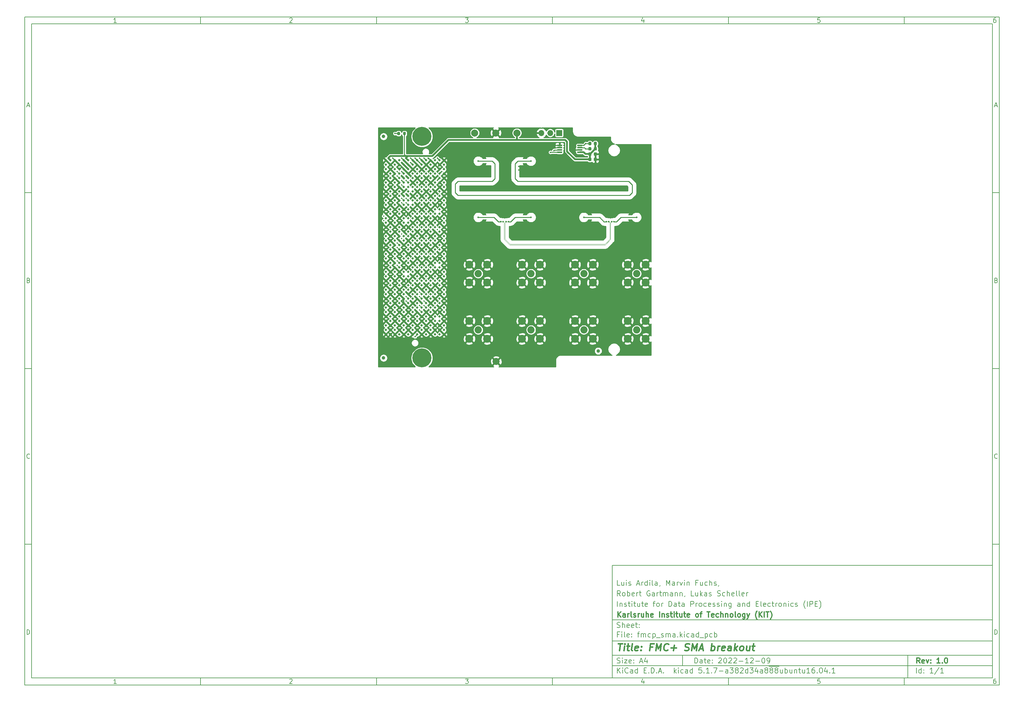
<source format=gbr>
%TF.GenerationSoftware,KiCad,Pcbnew,5.1.7-a382d34a8~88~ubuntu16.04.1*%
%TF.CreationDate,2022-12-13T12:32:42+01:00*%
%TF.ProjectId,fmcp_sma,666d6370-5f73-46d6-912e-6b696361645f,1.0*%
%TF.SameCoordinates,Original*%
%TF.FileFunction,Copper,L4,Bot*%
%TF.FilePolarity,Positive*%
%FSLAX46Y46*%
G04 Gerber Fmt 4.6, Leading zero omitted, Abs format (unit mm)*
G04 Created by KiCad (PCBNEW 5.1.7-a382d34a8~88~ubuntu16.04.1) date 2022-12-13 12:32:42*
%MOMM*%
%LPD*%
G01*
G04 APERTURE LIST*
%ADD10C,0.050000*%
%ADD11C,0.150000*%
%ADD12C,0.300000*%
%ADD13C,0.400000*%
%TA.AperFunction,ComponentPad*%
%ADD14C,2.000000*%
%TD*%
%TA.AperFunction,ComponentPad*%
%ADD15O,1.700000X1.700000*%
%TD*%
%TA.AperFunction,ComponentPad*%
%ADD16R,1.700000X1.700000*%
%TD*%
%TA.AperFunction,SMDPad,CuDef*%
%ADD17C,0.050000*%
%TD*%
%TA.AperFunction,ComponentPad*%
%ADD18C,1.550000*%
%TD*%
%TA.AperFunction,SMDPad,CuDef*%
%ADD19C,0.510000*%
%TD*%
%TA.AperFunction,SMDPad,CuDef*%
%ADD20C,0.640000*%
%TD*%
%TA.AperFunction,ComponentPad*%
%ADD21C,2.250000*%
%TD*%
%TA.AperFunction,ComponentPad*%
%ADD22C,2.050000*%
%TD*%
%TA.AperFunction,SMDPad,CuDef*%
%ADD23C,1.000000*%
%TD*%
%TA.AperFunction,ComponentPad*%
%ADD24C,5.400000*%
%TD*%
%TA.AperFunction,ViaPad*%
%ADD25C,0.440000*%
%TD*%
%TA.AperFunction,Conductor*%
%ADD26C,0.300000*%
%TD*%
%TA.AperFunction,Conductor*%
%ADD27C,0.245000*%
%TD*%
%TA.AperFunction,Conductor*%
%ADD28C,0.500000*%
%TD*%
%TA.AperFunction,Conductor*%
%ADD29C,0.150000*%
%TD*%
%TA.AperFunction,Conductor*%
%ADD30C,0.200000*%
%TD*%
%TA.AperFunction,Conductor*%
%ADD31C,0.120000*%
%TD*%
%TA.AperFunction,Conductor*%
%ADD32C,0.254000*%
%TD*%
%TA.AperFunction,Conductor*%
%ADD33C,0.050000*%
%TD*%
G04 APERTURE END LIST*
D10*
D11*
X177002200Y-166007200D02*
X177002200Y-198007200D01*
X285002200Y-198007200D01*
X285002200Y-166007200D01*
X177002200Y-166007200D01*
D10*
D11*
X10000000Y-10000000D02*
X10000000Y-200007200D01*
X287002200Y-200007200D01*
X287002200Y-10000000D01*
X10000000Y-10000000D01*
D10*
D11*
X12000000Y-12000000D02*
X12000000Y-198007200D01*
X285002200Y-198007200D01*
X285002200Y-12000000D01*
X12000000Y-12000000D01*
D10*
D11*
X60000000Y-12000000D02*
X60000000Y-10000000D01*
D10*
D11*
X110000000Y-12000000D02*
X110000000Y-10000000D01*
D10*
D11*
X160000000Y-12000000D02*
X160000000Y-10000000D01*
D10*
D11*
X210000000Y-12000000D02*
X210000000Y-10000000D01*
D10*
D11*
X260000000Y-12000000D02*
X260000000Y-10000000D01*
D10*
D11*
X36065476Y-11588095D02*
X35322619Y-11588095D01*
X35694047Y-11588095D02*
X35694047Y-10288095D01*
X35570238Y-10473809D01*
X35446428Y-10597619D01*
X35322619Y-10659523D01*
D10*
D11*
X85322619Y-10411904D02*
X85384523Y-10350000D01*
X85508333Y-10288095D01*
X85817857Y-10288095D01*
X85941666Y-10350000D01*
X86003571Y-10411904D01*
X86065476Y-10535714D01*
X86065476Y-10659523D01*
X86003571Y-10845238D01*
X85260714Y-11588095D01*
X86065476Y-11588095D01*
D10*
D11*
X135260714Y-10288095D02*
X136065476Y-10288095D01*
X135632142Y-10783333D01*
X135817857Y-10783333D01*
X135941666Y-10845238D01*
X136003571Y-10907142D01*
X136065476Y-11030952D01*
X136065476Y-11340476D01*
X136003571Y-11464285D01*
X135941666Y-11526190D01*
X135817857Y-11588095D01*
X135446428Y-11588095D01*
X135322619Y-11526190D01*
X135260714Y-11464285D01*
D10*
D11*
X185941666Y-10721428D02*
X185941666Y-11588095D01*
X185632142Y-10226190D02*
X185322619Y-11154761D01*
X186127380Y-11154761D01*
D10*
D11*
X236003571Y-10288095D02*
X235384523Y-10288095D01*
X235322619Y-10907142D01*
X235384523Y-10845238D01*
X235508333Y-10783333D01*
X235817857Y-10783333D01*
X235941666Y-10845238D01*
X236003571Y-10907142D01*
X236065476Y-11030952D01*
X236065476Y-11340476D01*
X236003571Y-11464285D01*
X235941666Y-11526190D01*
X235817857Y-11588095D01*
X235508333Y-11588095D01*
X235384523Y-11526190D01*
X235322619Y-11464285D01*
D10*
D11*
X285941666Y-10288095D02*
X285694047Y-10288095D01*
X285570238Y-10350000D01*
X285508333Y-10411904D01*
X285384523Y-10597619D01*
X285322619Y-10845238D01*
X285322619Y-11340476D01*
X285384523Y-11464285D01*
X285446428Y-11526190D01*
X285570238Y-11588095D01*
X285817857Y-11588095D01*
X285941666Y-11526190D01*
X286003571Y-11464285D01*
X286065476Y-11340476D01*
X286065476Y-11030952D01*
X286003571Y-10907142D01*
X285941666Y-10845238D01*
X285817857Y-10783333D01*
X285570238Y-10783333D01*
X285446428Y-10845238D01*
X285384523Y-10907142D01*
X285322619Y-11030952D01*
D10*
D11*
X60000000Y-198007200D02*
X60000000Y-200007200D01*
D10*
D11*
X110000000Y-198007200D02*
X110000000Y-200007200D01*
D10*
D11*
X160000000Y-198007200D02*
X160000000Y-200007200D01*
D10*
D11*
X210000000Y-198007200D02*
X210000000Y-200007200D01*
D10*
D11*
X260000000Y-198007200D02*
X260000000Y-200007200D01*
D10*
D11*
X36065476Y-199595295D02*
X35322619Y-199595295D01*
X35694047Y-199595295D02*
X35694047Y-198295295D01*
X35570238Y-198481009D01*
X35446428Y-198604819D01*
X35322619Y-198666723D01*
D10*
D11*
X85322619Y-198419104D02*
X85384523Y-198357200D01*
X85508333Y-198295295D01*
X85817857Y-198295295D01*
X85941666Y-198357200D01*
X86003571Y-198419104D01*
X86065476Y-198542914D01*
X86065476Y-198666723D01*
X86003571Y-198852438D01*
X85260714Y-199595295D01*
X86065476Y-199595295D01*
D10*
D11*
X135260714Y-198295295D02*
X136065476Y-198295295D01*
X135632142Y-198790533D01*
X135817857Y-198790533D01*
X135941666Y-198852438D01*
X136003571Y-198914342D01*
X136065476Y-199038152D01*
X136065476Y-199347676D01*
X136003571Y-199471485D01*
X135941666Y-199533390D01*
X135817857Y-199595295D01*
X135446428Y-199595295D01*
X135322619Y-199533390D01*
X135260714Y-199471485D01*
D10*
D11*
X185941666Y-198728628D02*
X185941666Y-199595295D01*
X185632142Y-198233390D02*
X185322619Y-199161961D01*
X186127380Y-199161961D01*
D10*
D11*
X236003571Y-198295295D02*
X235384523Y-198295295D01*
X235322619Y-198914342D01*
X235384523Y-198852438D01*
X235508333Y-198790533D01*
X235817857Y-198790533D01*
X235941666Y-198852438D01*
X236003571Y-198914342D01*
X236065476Y-199038152D01*
X236065476Y-199347676D01*
X236003571Y-199471485D01*
X235941666Y-199533390D01*
X235817857Y-199595295D01*
X235508333Y-199595295D01*
X235384523Y-199533390D01*
X235322619Y-199471485D01*
D10*
D11*
X285941666Y-198295295D02*
X285694047Y-198295295D01*
X285570238Y-198357200D01*
X285508333Y-198419104D01*
X285384523Y-198604819D01*
X285322619Y-198852438D01*
X285322619Y-199347676D01*
X285384523Y-199471485D01*
X285446428Y-199533390D01*
X285570238Y-199595295D01*
X285817857Y-199595295D01*
X285941666Y-199533390D01*
X286003571Y-199471485D01*
X286065476Y-199347676D01*
X286065476Y-199038152D01*
X286003571Y-198914342D01*
X285941666Y-198852438D01*
X285817857Y-198790533D01*
X285570238Y-198790533D01*
X285446428Y-198852438D01*
X285384523Y-198914342D01*
X285322619Y-199038152D01*
D10*
D11*
X10000000Y-60000000D02*
X12000000Y-60000000D01*
D10*
D11*
X10000000Y-110000000D02*
X12000000Y-110000000D01*
D10*
D11*
X10000000Y-160000000D02*
X12000000Y-160000000D01*
D10*
D11*
X10690476Y-35216666D02*
X11309523Y-35216666D01*
X10566666Y-35588095D02*
X11000000Y-34288095D01*
X11433333Y-35588095D01*
D10*
D11*
X11092857Y-84907142D02*
X11278571Y-84969047D01*
X11340476Y-85030952D01*
X11402380Y-85154761D01*
X11402380Y-85340476D01*
X11340476Y-85464285D01*
X11278571Y-85526190D01*
X11154761Y-85588095D01*
X10659523Y-85588095D01*
X10659523Y-84288095D01*
X11092857Y-84288095D01*
X11216666Y-84350000D01*
X11278571Y-84411904D01*
X11340476Y-84535714D01*
X11340476Y-84659523D01*
X11278571Y-84783333D01*
X11216666Y-84845238D01*
X11092857Y-84907142D01*
X10659523Y-84907142D01*
D10*
D11*
X11402380Y-135464285D02*
X11340476Y-135526190D01*
X11154761Y-135588095D01*
X11030952Y-135588095D01*
X10845238Y-135526190D01*
X10721428Y-135402380D01*
X10659523Y-135278571D01*
X10597619Y-135030952D01*
X10597619Y-134845238D01*
X10659523Y-134597619D01*
X10721428Y-134473809D01*
X10845238Y-134350000D01*
X11030952Y-134288095D01*
X11154761Y-134288095D01*
X11340476Y-134350000D01*
X11402380Y-134411904D01*
D10*
D11*
X10659523Y-185588095D02*
X10659523Y-184288095D01*
X10969047Y-184288095D01*
X11154761Y-184350000D01*
X11278571Y-184473809D01*
X11340476Y-184597619D01*
X11402380Y-184845238D01*
X11402380Y-185030952D01*
X11340476Y-185278571D01*
X11278571Y-185402380D01*
X11154761Y-185526190D01*
X10969047Y-185588095D01*
X10659523Y-185588095D01*
D10*
D11*
X287002200Y-60000000D02*
X285002200Y-60000000D01*
D10*
D11*
X287002200Y-110000000D02*
X285002200Y-110000000D01*
D10*
D11*
X287002200Y-160000000D02*
X285002200Y-160000000D01*
D10*
D11*
X285692676Y-35216666D02*
X286311723Y-35216666D01*
X285568866Y-35588095D02*
X286002200Y-34288095D01*
X286435533Y-35588095D01*
D10*
D11*
X286095057Y-84907142D02*
X286280771Y-84969047D01*
X286342676Y-85030952D01*
X286404580Y-85154761D01*
X286404580Y-85340476D01*
X286342676Y-85464285D01*
X286280771Y-85526190D01*
X286156961Y-85588095D01*
X285661723Y-85588095D01*
X285661723Y-84288095D01*
X286095057Y-84288095D01*
X286218866Y-84350000D01*
X286280771Y-84411904D01*
X286342676Y-84535714D01*
X286342676Y-84659523D01*
X286280771Y-84783333D01*
X286218866Y-84845238D01*
X286095057Y-84907142D01*
X285661723Y-84907142D01*
D10*
D11*
X286404580Y-135464285D02*
X286342676Y-135526190D01*
X286156961Y-135588095D01*
X286033152Y-135588095D01*
X285847438Y-135526190D01*
X285723628Y-135402380D01*
X285661723Y-135278571D01*
X285599819Y-135030952D01*
X285599819Y-134845238D01*
X285661723Y-134597619D01*
X285723628Y-134473809D01*
X285847438Y-134350000D01*
X286033152Y-134288095D01*
X286156961Y-134288095D01*
X286342676Y-134350000D01*
X286404580Y-134411904D01*
D10*
D11*
X285661723Y-185588095D02*
X285661723Y-184288095D01*
X285971247Y-184288095D01*
X286156961Y-184350000D01*
X286280771Y-184473809D01*
X286342676Y-184597619D01*
X286404580Y-184845238D01*
X286404580Y-185030952D01*
X286342676Y-185278571D01*
X286280771Y-185402380D01*
X286156961Y-185526190D01*
X285971247Y-185588095D01*
X285661723Y-185588095D01*
D10*
D11*
X200434342Y-193785771D02*
X200434342Y-192285771D01*
X200791485Y-192285771D01*
X201005771Y-192357200D01*
X201148628Y-192500057D01*
X201220057Y-192642914D01*
X201291485Y-192928628D01*
X201291485Y-193142914D01*
X201220057Y-193428628D01*
X201148628Y-193571485D01*
X201005771Y-193714342D01*
X200791485Y-193785771D01*
X200434342Y-193785771D01*
X202577200Y-193785771D02*
X202577200Y-193000057D01*
X202505771Y-192857200D01*
X202362914Y-192785771D01*
X202077200Y-192785771D01*
X201934342Y-192857200D01*
X202577200Y-193714342D02*
X202434342Y-193785771D01*
X202077200Y-193785771D01*
X201934342Y-193714342D01*
X201862914Y-193571485D01*
X201862914Y-193428628D01*
X201934342Y-193285771D01*
X202077200Y-193214342D01*
X202434342Y-193214342D01*
X202577200Y-193142914D01*
X203077200Y-192785771D02*
X203648628Y-192785771D01*
X203291485Y-192285771D02*
X203291485Y-193571485D01*
X203362914Y-193714342D01*
X203505771Y-193785771D01*
X203648628Y-193785771D01*
X204720057Y-193714342D02*
X204577200Y-193785771D01*
X204291485Y-193785771D01*
X204148628Y-193714342D01*
X204077200Y-193571485D01*
X204077200Y-193000057D01*
X204148628Y-192857200D01*
X204291485Y-192785771D01*
X204577200Y-192785771D01*
X204720057Y-192857200D01*
X204791485Y-193000057D01*
X204791485Y-193142914D01*
X204077200Y-193285771D01*
X205434342Y-193642914D02*
X205505771Y-193714342D01*
X205434342Y-193785771D01*
X205362914Y-193714342D01*
X205434342Y-193642914D01*
X205434342Y-193785771D01*
X205434342Y-192857200D02*
X205505771Y-192928628D01*
X205434342Y-193000057D01*
X205362914Y-192928628D01*
X205434342Y-192857200D01*
X205434342Y-193000057D01*
X207220057Y-192428628D02*
X207291485Y-192357200D01*
X207434342Y-192285771D01*
X207791485Y-192285771D01*
X207934342Y-192357200D01*
X208005771Y-192428628D01*
X208077200Y-192571485D01*
X208077200Y-192714342D01*
X208005771Y-192928628D01*
X207148628Y-193785771D01*
X208077200Y-193785771D01*
X209005771Y-192285771D02*
X209148628Y-192285771D01*
X209291485Y-192357200D01*
X209362914Y-192428628D01*
X209434342Y-192571485D01*
X209505771Y-192857200D01*
X209505771Y-193214342D01*
X209434342Y-193500057D01*
X209362914Y-193642914D01*
X209291485Y-193714342D01*
X209148628Y-193785771D01*
X209005771Y-193785771D01*
X208862914Y-193714342D01*
X208791485Y-193642914D01*
X208720057Y-193500057D01*
X208648628Y-193214342D01*
X208648628Y-192857200D01*
X208720057Y-192571485D01*
X208791485Y-192428628D01*
X208862914Y-192357200D01*
X209005771Y-192285771D01*
X210077200Y-192428628D02*
X210148628Y-192357200D01*
X210291485Y-192285771D01*
X210648628Y-192285771D01*
X210791485Y-192357200D01*
X210862914Y-192428628D01*
X210934342Y-192571485D01*
X210934342Y-192714342D01*
X210862914Y-192928628D01*
X210005771Y-193785771D01*
X210934342Y-193785771D01*
X211505771Y-192428628D02*
X211577200Y-192357200D01*
X211720057Y-192285771D01*
X212077200Y-192285771D01*
X212220057Y-192357200D01*
X212291485Y-192428628D01*
X212362914Y-192571485D01*
X212362914Y-192714342D01*
X212291485Y-192928628D01*
X211434342Y-193785771D01*
X212362914Y-193785771D01*
X213005771Y-193214342D02*
X214148628Y-193214342D01*
X215648628Y-193785771D02*
X214791485Y-193785771D01*
X215220057Y-193785771D02*
X215220057Y-192285771D01*
X215077200Y-192500057D01*
X214934342Y-192642914D01*
X214791485Y-192714342D01*
X216220057Y-192428628D02*
X216291485Y-192357200D01*
X216434342Y-192285771D01*
X216791485Y-192285771D01*
X216934342Y-192357200D01*
X217005771Y-192428628D01*
X217077200Y-192571485D01*
X217077200Y-192714342D01*
X217005771Y-192928628D01*
X216148628Y-193785771D01*
X217077200Y-193785771D01*
X217720057Y-193214342D02*
X218862914Y-193214342D01*
X219862914Y-192285771D02*
X220005771Y-192285771D01*
X220148628Y-192357200D01*
X220220057Y-192428628D01*
X220291485Y-192571485D01*
X220362914Y-192857200D01*
X220362914Y-193214342D01*
X220291485Y-193500057D01*
X220220057Y-193642914D01*
X220148628Y-193714342D01*
X220005771Y-193785771D01*
X219862914Y-193785771D01*
X219720057Y-193714342D01*
X219648628Y-193642914D01*
X219577200Y-193500057D01*
X219505771Y-193214342D01*
X219505771Y-192857200D01*
X219577200Y-192571485D01*
X219648628Y-192428628D01*
X219720057Y-192357200D01*
X219862914Y-192285771D01*
X221077200Y-193785771D02*
X221362914Y-193785771D01*
X221505771Y-193714342D01*
X221577200Y-193642914D01*
X221720057Y-193428628D01*
X221791485Y-193142914D01*
X221791485Y-192571485D01*
X221720057Y-192428628D01*
X221648628Y-192357200D01*
X221505771Y-192285771D01*
X221220057Y-192285771D01*
X221077200Y-192357200D01*
X221005771Y-192428628D01*
X220934342Y-192571485D01*
X220934342Y-192928628D01*
X221005771Y-193071485D01*
X221077200Y-193142914D01*
X221220057Y-193214342D01*
X221505771Y-193214342D01*
X221648628Y-193142914D01*
X221720057Y-193071485D01*
X221791485Y-192928628D01*
D10*
D11*
X177002200Y-194507200D02*
X285002200Y-194507200D01*
D10*
D11*
X178434342Y-196585771D02*
X178434342Y-195085771D01*
X179291485Y-196585771D02*
X178648628Y-195728628D01*
X179291485Y-195085771D02*
X178434342Y-195942914D01*
X179934342Y-196585771D02*
X179934342Y-195585771D01*
X179934342Y-195085771D02*
X179862914Y-195157200D01*
X179934342Y-195228628D01*
X180005771Y-195157200D01*
X179934342Y-195085771D01*
X179934342Y-195228628D01*
X181505771Y-196442914D02*
X181434342Y-196514342D01*
X181220057Y-196585771D01*
X181077200Y-196585771D01*
X180862914Y-196514342D01*
X180720057Y-196371485D01*
X180648628Y-196228628D01*
X180577200Y-195942914D01*
X180577200Y-195728628D01*
X180648628Y-195442914D01*
X180720057Y-195300057D01*
X180862914Y-195157200D01*
X181077200Y-195085771D01*
X181220057Y-195085771D01*
X181434342Y-195157200D01*
X181505771Y-195228628D01*
X182791485Y-196585771D02*
X182791485Y-195800057D01*
X182720057Y-195657200D01*
X182577200Y-195585771D01*
X182291485Y-195585771D01*
X182148628Y-195657200D01*
X182791485Y-196514342D02*
X182648628Y-196585771D01*
X182291485Y-196585771D01*
X182148628Y-196514342D01*
X182077200Y-196371485D01*
X182077200Y-196228628D01*
X182148628Y-196085771D01*
X182291485Y-196014342D01*
X182648628Y-196014342D01*
X182791485Y-195942914D01*
X184148628Y-196585771D02*
X184148628Y-195085771D01*
X184148628Y-196514342D02*
X184005771Y-196585771D01*
X183720057Y-196585771D01*
X183577200Y-196514342D01*
X183505771Y-196442914D01*
X183434342Y-196300057D01*
X183434342Y-195871485D01*
X183505771Y-195728628D01*
X183577200Y-195657200D01*
X183720057Y-195585771D01*
X184005771Y-195585771D01*
X184148628Y-195657200D01*
X186005771Y-195800057D02*
X186505771Y-195800057D01*
X186720057Y-196585771D02*
X186005771Y-196585771D01*
X186005771Y-195085771D01*
X186720057Y-195085771D01*
X187362914Y-196442914D02*
X187434342Y-196514342D01*
X187362914Y-196585771D01*
X187291485Y-196514342D01*
X187362914Y-196442914D01*
X187362914Y-196585771D01*
X188077200Y-196585771D02*
X188077200Y-195085771D01*
X188434342Y-195085771D01*
X188648628Y-195157200D01*
X188791485Y-195300057D01*
X188862914Y-195442914D01*
X188934342Y-195728628D01*
X188934342Y-195942914D01*
X188862914Y-196228628D01*
X188791485Y-196371485D01*
X188648628Y-196514342D01*
X188434342Y-196585771D01*
X188077200Y-196585771D01*
X189577200Y-196442914D02*
X189648628Y-196514342D01*
X189577200Y-196585771D01*
X189505771Y-196514342D01*
X189577200Y-196442914D01*
X189577200Y-196585771D01*
X190220057Y-196157200D02*
X190934342Y-196157200D01*
X190077200Y-196585771D02*
X190577200Y-195085771D01*
X191077200Y-196585771D01*
X191577200Y-196442914D02*
X191648628Y-196514342D01*
X191577200Y-196585771D01*
X191505771Y-196514342D01*
X191577200Y-196442914D01*
X191577200Y-196585771D01*
X194577200Y-196585771D02*
X194577200Y-195085771D01*
X194720057Y-196014342D02*
X195148628Y-196585771D01*
X195148628Y-195585771D02*
X194577200Y-196157200D01*
X195791485Y-196585771D02*
X195791485Y-195585771D01*
X195791485Y-195085771D02*
X195720057Y-195157200D01*
X195791485Y-195228628D01*
X195862914Y-195157200D01*
X195791485Y-195085771D01*
X195791485Y-195228628D01*
X197148628Y-196514342D02*
X197005771Y-196585771D01*
X196720057Y-196585771D01*
X196577200Y-196514342D01*
X196505771Y-196442914D01*
X196434342Y-196300057D01*
X196434342Y-195871485D01*
X196505771Y-195728628D01*
X196577200Y-195657200D01*
X196720057Y-195585771D01*
X197005771Y-195585771D01*
X197148628Y-195657200D01*
X198434342Y-196585771D02*
X198434342Y-195800057D01*
X198362914Y-195657200D01*
X198220057Y-195585771D01*
X197934342Y-195585771D01*
X197791485Y-195657200D01*
X198434342Y-196514342D02*
X198291485Y-196585771D01*
X197934342Y-196585771D01*
X197791485Y-196514342D01*
X197720057Y-196371485D01*
X197720057Y-196228628D01*
X197791485Y-196085771D01*
X197934342Y-196014342D01*
X198291485Y-196014342D01*
X198434342Y-195942914D01*
X199791485Y-196585771D02*
X199791485Y-195085771D01*
X199791485Y-196514342D02*
X199648628Y-196585771D01*
X199362914Y-196585771D01*
X199220057Y-196514342D01*
X199148628Y-196442914D01*
X199077200Y-196300057D01*
X199077200Y-195871485D01*
X199148628Y-195728628D01*
X199220057Y-195657200D01*
X199362914Y-195585771D01*
X199648628Y-195585771D01*
X199791485Y-195657200D01*
X202362914Y-195085771D02*
X201648628Y-195085771D01*
X201577200Y-195800057D01*
X201648628Y-195728628D01*
X201791485Y-195657200D01*
X202148628Y-195657200D01*
X202291485Y-195728628D01*
X202362914Y-195800057D01*
X202434342Y-195942914D01*
X202434342Y-196300057D01*
X202362914Y-196442914D01*
X202291485Y-196514342D01*
X202148628Y-196585771D01*
X201791485Y-196585771D01*
X201648628Y-196514342D01*
X201577200Y-196442914D01*
X203077200Y-196442914D02*
X203148628Y-196514342D01*
X203077200Y-196585771D01*
X203005771Y-196514342D01*
X203077200Y-196442914D01*
X203077200Y-196585771D01*
X204577200Y-196585771D02*
X203720057Y-196585771D01*
X204148628Y-196585771D02*
X204148628Y-195085771D01*
X204005771Y-195300057D01*
X203862914Y-195442914D01*
X203720057Y-195514342D01*
X205220057Y-196442914D02*
X205291485Y-196514342D01*
X205220057Y-196585771D01*
X205148628Y-196514342D01*
X205220057Y-196442914D01*
X205220057Y-196585771D01*
X205791485Y-195085771D02*
X206791485Y-195085771D01*
X206148628Y-196585771D01*
X207362914Y-196014342D02*
X208505771Y-196014342D01*
X209862914Y-196585771D02*
X209862914Y-195800057D01*
X209791485Y-195657200D01*
X209648628Y-195585771D01*
X209362914Y-195585771D01*
X209220057Y-195657200D01*
X209862914Y-196514342D02*
X209720057Y-196585771D01*
X209362914Y-196585771D01*
X209220057Y-196514342D01*
X209148628Y-196371485D01*
X209148628Y-196228628D01*
X209220057Y-196085771D01*
X209362914Y-196014342D01*
X209720057Y-196014342D01*
X209862914Y-195942914D01*
X210434342Y-195085771D02*
X211362914Y-195085771D01*
X210862914Y-195657200D01*
X211077200Y-195657200D01*
X211220057Y-195728628D01*
X211291485Y-195800057D01*
X211362914Y-195942914D01*
X211362914Y-196300057D01*
X211291485Y-196442914D01*
X211220057Y-196514342D01*
X211077200Y-196585771D01*
X210648628Y-196585771D01*
X210505771Y-196514342D01*
X210434342Y-196442914D01*
X212220057Y-195728628D02*
X212077200Y-195657200D01*
X212005771Y-195585771D01*
X211934342Y-195442914D01*
X211934342Y-195371485D01*
X212005771Y-195228628D01*
X212077200Y-195157200D01*
X212220057Y-195085771D01*
X212505771Y-195085771D01*
X212648628Y-195157200D01*
X212720057Y-195228628D01*
X212791485Y-195371485D01*
X212791485Y-195442914D01*
X212720057Y-195585771D01*
X212648628Y-195657200D01*
X212505771Y-195728628D01*
X212220057Y-195728628D01*
X212077200Y-195800057D01*
X212005771Y-195871485D01*
X211934342Y-196014342D01*
X211934342Y-196300057D01*
X212005771Y-196442914D01*
X212077200Y-196514342D01*
X212220057Y-196585771D01*
X212505771Y-196585771D01*
X212648628Y-196514342D01*
X212720057Y-196442914D01*
X212791485Y-196300057D01*
X212791485Y-196014342D01*
X212720057Y-195871485D01*
X212648628Y-195800057D01*
X212505771Y-195728628D01*
X213362914Y-195228628D02*
X213434342Y-195157200D01*
X213577200Y-195085771D01*
X213934342Y-195085771D01*
X214077200Y-195157200D01*
X214148628Y-195228628D01*
X214220057Y-195371485D01*
X214220057Y-195514342D01*
X214148628Y-195728628D01*
X213291485Y-196585771D01*
X214220057Y-196585771D01*
X215505771Y-196585771D02*
X215505771Y-195085771D01*
X215505771Y-196514342D02*
X215362914Y-196585771D01*
X215077200Y-196585771D01*
X214934342Y-196514342D01*
X214862914Y-196442914D01*
X214791485Y-196300057D01*
X214791485Y-195871485D01*
X214862914Y-195728628D01*
X214934342Y-195657200D01*
X215077200Y-195585771D01*
X215362914Y-195585771D01*
X215505771Y-195657200D01*
X216077200Y-195085771D02*
X217005771Y-195085771D01*
X216505771Y-195657200D01*
X216720057Y-195657200D01*
X216862914Y-195728628D01*
X216934342Y-195800057D01*
X217005771Y-195942914D01*
X217005771Y-196300057D01*
X216934342Y-196442914D01*
X216862914Y-196514342D01*
X216720057Y-196585771D01*
X216291485Y-196585771D01*
X216148628Y-196514342D01*
X216077200Y-196442914D01*
X218291485Y-195585771D02*
X218291485Y-196585771D01*
X217934342Y-195014342D02*
X217577200Y-196085771D01*
X218505771Y-196085771D01*
X219720057Y-196585771D02*
X219720057Y-195800057D01*
X219648628Y-195657200D01*
X219505771Y-195585771D01*
X219220057Y-195585771D01*
X219077200Y-195657200D01*
X219720057Y-196514342D02*
X219577200Y-196585771D01*
X219220057Y-196585771D01*
X219077200Y-196514342D01*
X219005771Y-196371485D01*
X219005771Y-196228628D01*
X219077200Y-196085771D01*
X219220057Y-196014342D01*
X219577200Y-196014342D01*
X219720057Y-195942914D01*
X220648628Y-195728628D02*
X220505771Y-195657200D01*
X220434342Y-195585771D01*
X220362914Y-195442914D01*
X220362914Y-195371485D01*
X220434342Y-195228628D01*
X220505771Y-195157200D01*
X220648628Y-195085771D01*
X220934342Y-195085771D01*
X221077200Y-195157200D01*
X221148628Y-195228628D01*
X221220057Y-195371485D01*
X221220057Y-195442914D01*
X221148628Y-195585771D01*
X221077200Y-195657200D01*
X220934342Y-195728628D01*
X220648628Y-195728628D01*
X220505771Y-195800057D01*
X220434342Y-195871485D01*
X220362914Y-196014342D01*
X220362914Y-196300057D01*
X220434342Y-196442914D01*
X220505771Y-196514342D01*
X220648628Y-196585771D01*
X220934342Y-196585771D01*
X221077200Y-196514342D01*
X221148628Y-196442914D01*
X221220057Y-196300057D01*
X221220057Y-196014342D01*
X221148628Y-195871485D01*
X221077200Y-195800057D01*
X220934342Y-195728628D01*
X221505771Y-194677200D02*
X222934342Y-194677200D01*
X222077200Y-195728628D02*
X221934342Y-195657200D01*
X221862914Y-195585771D01*
X221791485Y-195442914D01*
X221791485Y-195371485D01*
X221862914Y-195228628D01*
X221934342Y-195157200D01*
X222077200Y-195085771D01*
X222362914Y-195085771D01*
X222505771Y-195157200D01*
X222577200Y-195228628D01*
X222648628Y-195371485D01*
X222648628Y-195442914D01*
X222577200Y-195585771D01*
X222505771Y-195657200D01*
X222362914Y-195728628D01*
X222077200Y-195728628D01*
X221934342Y-195800057D01*
X221862914Y-195871485D01*
X221791485Y-196014342D01*
X221791485Y-196300057D01*
X221862914Y-196442914D01*
X221934342Y-196514342D01*
X222077200Y-196585771D01*
X222362914Y-196585771D01*
X222505771Y-196514342D01*
X222577200Y-196442914D01*
X222648628Y-196300057D01*
X222648628Y-196014342D01*
X222577200Y-195871485D01*
X222505771Y-195800057D01*
X222362914Y-195728628D01*
X222934342Y-194677200D02*
X224362914Y-194677200D01*
X223505771Y-195728628D02*
X223362914Y-195657200D01*
X223291485Y-195585771D01*
X223220057Y-195442914D01*
X223220057Y-195371485D01*
X223291485Y-195228628D01*
X223362914Y-195157200D01*
X223505771Y-195085771D01*
X223791485Y-195085771D01*
X223934342Y-195157200D01*
X224005771Y-195228628D01*
X224077199Y-195371485D01*
X224077199Y-195442914D01*
X224005771Y-195585771D01*
X223934342Y-195657200D01*
X223791485Y-195728628D01*
X223505771Y-195728628D01*
X223362914Y-195800057D01*
X223291485Y-195871485D01*
X223220057Y-196014342D01*
X223220057Y-196300057D01*
X223291485Y-196442914D01*
X223362914Y-196514342D01*
X223505771Y-196585771D01*
X223791485Y-196585771D01*
X223934342Y-196514342D01*
X224005771Y-196442914D01*
X224077199Y-196300057D01*
X224077199Y-196014342D01*
X224005771Y-195871485D01*
X223934342Y-195800057D01*
X223791485Y-195728628D01*
X225362914Y-195585771D02*
X225362914Y-196585771D01*
X224720057Y-195585771D02*
X224720057Y-196371485D01*
X224791485Y-196514342D01*
X224934342Y-196585771D01*
X225148628Y-196585771D01*
X225291485Y-196514342D01*
X225362914Y-196442914D01*
X226077199Y-196585771D02*
X226077199Y-195085771D01*
X226077199Y-195657200D02*
X226220057Y-195585771D01*
X226505771Y-195585771D01*
X226648628Y-195657200D01*
X226720057Y-195728628D01*
X226791485Y-195871485D01*
X226791485Y-196300057D01*
X226720057Y-196442914D01*
X226648628Y-196514342D01*
X226505771Y-196585771D01*
X226220057Y-196585771D01*
X226077199Y-196514342D01*
X228077199Y-195585771D02*
X228077199Y-196585771D01*
X227434342Y-195585771D02*
X227434342Y-196371485D01*
X227505771Y-196514342D01*
X227648628Y-196585771D01*
X227862914Y-196585771D01*
X228005771Y-196514342D01*
X228077199Y-196442914D01*
X228791485Y-195585771D02*
X228791485Y-196585771D01*
X228791485Y-195728628D02*
X228862914Y-195657200D01*
X229005771Y-195585771D01*
X229220057Y-195585771D01*
X229362914Y-195657200D01*
X229434342Y-195800057D01*
X229434342Y-196585771D01*
X229934342Y-195585771D02*
X230505771Y-195585771D01*
X230148628Y-195085771D02*
X230148628Y-196371485D01*
X230220057Y-196514342D01*
X230362914Y-196585771D01*
X230505771Y-196585771D01*
X231648628Y-195585771D02*
X231648628Y-196585771D01*
X231005771Y-195585771D02*
X231005771Y-196371485D01*
X231077199Y-196514342D01*
X231220057Y-196585771D01*
X231434342Y-196585771D01*
X231577199Y-196514342D01*
X231648628Y-196442914D01*
X233148628Y-196585771D02*
X232291485Y-196585771D01*
X232720057Y-196585771D02*
X232720057Y-195085771D01*
X232577200Y-195300057D01*
X232434342Y-195442914D01*
X232291485Y-195514342D01*
X234434342Y-195085771D02*
X234148628Y-195085771D01*
X234005771Y-195157200D01*
X233934342Y-195228628D01*
X233791485Y-195442914D01*
X233720057Y-195728628D01*
X233720057Y-196300057D01*
X233791485Y-196442914D01*
X233862914Y-196514342D01*
X234005771Y-196585771D01*
X234291485Y-196585771D01*
X234434342Y-196514342D01*
X234505771Y-196442914D01*
X234577199Y-196300057D01*
X234577199Y-195942914D01*
X234505771Y-195800057D01*
X234434342Y-195728628D01*
X234291485Y-195657200D01*
X234005771Y-195657200D01*
X233862914Y-195728628D01*
X233791485Y-195800057D01*
X233720057Y-195942914D01*
X235220057Y-196442914D02*
X235291485Y-196514342D01*
X235220057Y-196585771D01*
X235148628Y-196514342D01*
X235220057Y-196442914D01*
X235220057Y-196585771D01*
X236220057Y-195085771D02*
X236362914Y-195085771D01*
X236505771Y-195157200D01*
X236577199Y-195228628D01*
X236648628Y-195371485D01*
X236720057Y-195657200D01*
X236720057Y-196014342D01*
X236648628Y-196300057D01*
X236577199Y-196442914D01*
X236505771Y-196514342D01*
X236362914Y-196585771D01*
X236220057Y-196585771D01*
X236077199Y-196514342D01*
X236005771Y-196442914D01*
X235934342Y-196300057D01*
X235862914Y-196014342D01*
X235862914Y-195657200D01*
X235934342Y-195371485D01*
X236005771Y-195228628D01*
X236077199Y-195157200D01*
X236220057Y-195085771D01*
X238005771Y-195585771D02*
X238005771Y-196585771D01*
X237648628Y-195014342D02*
X237291485Y-196085771D01*
X238220057Y-196085771D01*
X238791485Y-196442914D02*
X238862914Y-196514342D01*
X238791485Y-196585771D01*
X238720057Y-196514342D01*
X238791485Y-196442914D01*
X238791485Y-196585771D01*
X240291485Y-196585771D02*
X239434342Y-196585771D01*
X239862914Y-196585771D02*
X239862914Y-195085771D01*
X239720057Y-195300057D01*
X239577199Y-195442914D01*
X239434342Y-195514342D01*
D10*
D11*
X177002200Y-191507200D02*
X285002200Y-191507200D01*
D10*
D12*
X264411485Y-193785771D02*
X263911485Y-193071485D01*
X263554342Y-193785771D02*
X263554342Y-192285771D01*
X264125771Y-192285771D01*
X264268628Y-192357200D01*
X264340057Y-192428628D01*
X264411485Y-192571485D01*
X264411485Y-192785771D01*
X264340057Y-192928628D01*
X264268628Y-193000057D01*
X264125771Y-193071485D01*
X263554342Y-193071485D01*
X265625771Y-193714342D02*
X265482914Y-193785771D01*
X265197200Y-193785771D01*
X265054342Y-193714342D01*
X264982914Y-193571485D01*
X264982914Y-193000057D01*
X265054342Y-192857200D01*
X265197200Y-192785771D01*
X265482914Y-192785771D01*
X265625771Y-192857200D01*
X265697200Y-193000057D01*
X265697200Y-193142914D01*
X264982914Y-193285771D01*
X266197200Y-192785771D02*
X266554342Y-193785771D01*
X266911485Y-192785771D01*
X267482914Y-193642914D02*
X267554342Y-193714342D01*
X267482914Y-193785771D01*
X267411485Y-193714342D01*
X267482914Y-193642914D01*
X267482914Y-193785771D01*
X267482914Y-192857200D02*
X267554342Y-192928628D01*
X267482914Y-193000057D01*
X267411485Y-192928628D01*
X267482914Y-192857200D01*
X267482914Y-193000057D01*
X270125771Y-193785771D02*
X269268628Y-193785771D01*
X269697200Y-193785771D02*
X269697200Y-192285771D01*
X269554342Y-192500057D01*
X269411485Y-192642914D01*
X269268628Y-192714342D01*
X270768628Y-193642914D02*
X270840057Y-193714342D01*
X270768628Y-193785771D01*
X270697200Y-193714342D01*
X270768628Y-193642914D01*
X270768628Y-193785771D01*
X271768628Y-192285771D02*
X271911485Y-192285771D01*
X272054342Y-192357200D01*
X272125771Y-192428628D01*
X272197200Y-192571485D01*
X272268628Y-192857200D01*
X272268628Y-193214342D01*
X272197200Y-193500057D01*
X272125771Y-193642914D01*
X272054342Y-193714342D01*
X271911485Y-193785771D01*
X271768628Y-193785771D01*
X271625771Y-193714342D01*
X271554342Y-193642914D01*
X271482914Y-193500057D01*
X271411485Y-193214342D01*
X271411485Y-192857200D01*
X271482914Y-192571485D01*
X271554342Y-192428628D01*
X271625771Y-192357200D01*
X271768628Y-192285771D01*
D10*
D11*
X178362914Y-193714342D02*
X178577200Y-193785771D01*
X178934342Y-193785771D01*
X179077200Y-193714342D01*
X179148628Y-193642914D01*
X179220057Y-193500057D01*
X179220057Y-193357200D01*
X179148628Y-193214342D01*
X179077200Y-193142914D01*
X178934342Y-193071485D01*
X178648628Y-193000057D01*
X178505771Y-192928628D01*
X178434342Y-192857200D01*
X178362914Y-192714342D01*
X178362914Y-192571485D01*
X178434342Y-192428628D01*
X178505771Y-192357200D01*
X178648628Y-192285771D01*
X179005771Y-192285771D01*
X179220057Y-192357200D01*
X179862914Y-193785771D02*
X179862914Y-192785771D01*
X179862914Y-192285771D02*
X179791485Y-192357200D01*
X179862914Y-192428628D01*
X179934342Y-192357200D01*
X179862914Y-192285771D01*
X179862914Y-192428628D01*
X180434342Y-192785771D02*
X181220057Y-192785771D01*
X180434342Y-193785771D01*
X181220057Y-193785771D01*
X182362914Y-193714342D02*
X182220057Y-193785771D01*
X181934342Y-193785771D01*
X181791485Y-193714342D01*
X181720057Y-193571485D01*
X181720057Y-193000057D01*
X181791485Y-192857200D01*
X181934342Y-192785771D01*
X182220057Y-192785771D01*
X182362914Y-192857200D01*
X182434342Y-193000057D01*
X182434342Y-193142914D01*
X181720057Y-193285771D01*
X183077200Y-193642914D02*
X183148628Y-193714342D01*
X183077200Y-193785771D01*
X183005771Y-193714342D01*
X183077200Y-193642914D01*
X183077200Y-193785771D01*
X183077200Y-192857200D02*
X183148628Y-192928628D01*
X183077200Y-193000057D01*
X183005771Y-192928628D01*
X183077200Y-192857200D01*
X183077200Y-193000057D01*
X184862914Y-193357200D02*
X185577200Y-193357200D01*
X184720057Y-193785771D02*
X185220057Y-192285771D01*
X185720057Y-193785771D01*
X186862914Y-192785771D02*
X186862914Y-193785771D01*
X186505771Y-192214342D02*
X186148628Y-193285771D01*
X187077200Y-193285771D01*
D10*
D11*
X263434342Y-196585771D02*
X263434342Y-195085771D01*
X264791485Y-196585771D02*
X264791485Y-195085771D01*
X264791485Y-196514342D02*
X264648628Y-196585771D01*
X264362914Y-196585771D01*
X264220057Y-196514342D01*
X264148628Y-196442914D01*
X264077200Y-196300057D01*
X264077200Y-195871485D01*
X264148628Y-195728628D01*
X264220057Y-195657200D01*
X264362914Y-195585771D01*
X264648628Y-195585771D01*
X264791485Y-195657200D01*
X265505771Y-196442914D02*
X265577200Y-196514342D01*
X265505771Y-196585771D01*
X265434342Y-196514342D01*
X265505771Y-196442914D01*
X265505771Y-196585771D01*
X265505771Y-195657200D02*
X265577200Y-195728628D01*
X265505771Y-195800057D01*
X265434342Y-195728628D01*
X265505771Y-195657200D01*
X265505771Y-195800057D01*
X268148628Y-196585771D02*
X267291485Y-196585771D01*
X267720057Y-196585771D02*
X267720057Y-195085771D01*
X267577200Y-195300057D01*
X267434342Y-195442914D01*
X267291485Y-195514342D01*
X269862914Y-195014342D02*
X268577200Y-196942914D01*
X271148628Y-196585771D02*
X270291485Y-196585771D01*
X270720057Y-196585771D02*
X270720057Y-195085771D01*
X270577200Y-195300057D01*
X270434342Y-195442914D01*
X270291485Y-195514342D01*
D10*
D11*
X177002200Y-187507200D02*
X285002200Y-187507200D01*
D10*
D13*
X178714580Y-188211961D02*
X179857438Y-188211961D01*
X179036009Y-190211961D02*
X179286009Y-188211961D01*
X180274104Y-190211961D02*
X180440771Y-188878628D01*
X180524104Y-188211961D02*
X180416961Y-188307200D01*
X180500295Y-188402438D01*
X180607438Y-188307200D01*
X180524104Y-188211961D01*
X180500295Y-188402438D01*
X181107438Y-188878628D02*
X181869342Y-188878628D01*
X181476485Y-188211961D02*
X181262200Y-189926247D01*
X181333628Y-190116723D01*
X181512200Y-190211961D01*
X181702676Y-190211961D01*
X182655057Y-190211961D02*
X182476485Y-190116723D01*
X182405057Y-189926247D01*
X182619342Y-188211961D01*
X184190771Y-190116723D02*
X183988390Y-190211961D01*
X183607438Y-190211961D01*
X183428866Y-190116723D01*
X183357438Y-189926247D01*
X183452676Y-189164342D01*
X183571723Y-188973866D01*
X183774104Y-188878628D01*
X184155057Y-188878628D01*
X184333628Y-188973866D01*
X184405057Y-189164342D01*
X184381247Y-189354819D01*
X183405057Y-189545295D01*
X185155057Y-190021485D02*
X185238390Y-190116723D01*
X185131247Y-190211961D01*
X185047914Y-190116723D01*
X185155057Y-190021485D01*
X185131247Y-190211961D01*
X185286009Y-188973866D02*
X185369342Y-189069104D01*
X185262200Y-189164342D01*
X185178866Y-189069104D01*
X185286009Y-188973866D01*
X185262200Y-189164342D01*
X188405057Y-189164342D02*
X187738390Y-189164342D01*
X187607438Y-190211961D02*
X187857438Y-188211961D01*
X188809819Y-188211961D01*
X189321723Y-190211961D02*
X189571723Y-188211961D01*
X190059819Y-189640533D01*
X190905057Y-188211961D01*
X190655057Y-190211961D01*
X192774104Y-190021485D02*
X192666961Y-190116723D01*
X192369342Y-190211961D01*
X192178866Y-190211961D01*
X191905057Y-190116723D01*
X191738390Y-189926247D01*
X191666961Y-189735771D01*
X191619342Y-189354819D01*
X191655057Y-189069104D01*
X191797914Y-188688152D01*
X191916961Y-188497676D01*
X192131247Y-188307200D01*
X192428866Y-188211961D01*
X192619342Y-188211961D01*
X192893152Y-188307200D01*
X192976485Y-188402438D01*
X193702676Y-189450057D02*
X195226485Y-189450057D01*
X194369342Y-190211961D02*
X194559819Y-188688152D01*
X197524104Y-190116723D02*
X197797914Y-190211961D01*
X198274104Y-190211961D01*
X198476485Y-190116723D01*
X198583628Y-190021485D01*
X198702676Y-189831009D01*
X198726485Y-189640533D01*
X198655057Y-189450057D01*
X198571723Y-189354819D01*
X198393152Y-189259580D01*
X198024104Y-189164342D01*
X197845533Y-189069104D01*
X197762200Y-188973866D01*
X197690771Y-188783390D01*
X197714580Y-188592914D01*
X197833628Y-188402438D01*
X197940771Y-188307200D01*
X198143152Y-188211961D01*
X198619342Y-188211961D01*
X198893152Y-188307200D01*
X199512200Y-190211961D02*
X199762200Y-188211961D01*
X200250295Y-189640533D01*
X201095533Y-188211961D01*
X200845533Y-190211961D01*
X201774104Y-189640533D02*
X202726485Y-189640533D01*
X201512200Y-190211961D02*
X202428866Y-188211961D01*
X202845533Y-190211961D01*
X205036009Y-190211961D02*
X205286009Y-188211961D01*
X205190771Y-188973866D02*
X205393152Y-188878628D01*
X205774104Y-188878628D01*
X205952676Y-188973866D01*
X206036009Y-189069104D01*
X206107438Y-189259580D01*
X206036009Y-189831009D01*
X205916961Y-190021485D01*
X205809819Y-190116723D01*
X205607438Y-190211961D01*
X205226485Y-190211961D01*
X205047914Y-190116723D01*
X206845533Y-190211961D02*
X207012200Y-188878628D01*
X206964580Y-189259580D02*
X207083628Y-189069104D01*
X207190771Y-188973866D01*
X207393152Y-188878628D01*
X207583628Y-188878628D01*
X208857438Y-190116723D02*
X208655057Y-190211961D01*
X208274104Y-190211961D01*
X208095533Y-190116723D01*
X208024104Y-189926247D01*
X208119342Y-189164342D01*
X208238390Y-188973866D01*
X208440771Y-188878628D01*
X208821723Y-188878628D01*
X209000295Y-188973866D01*
X209071723Y-189164342D01*
X209047914Y-189354819D01*
X208071723Y-189545295D01*
X210655057Y-190211961D02*
X210786009Y-189164342D01*
X210714580Y-188973866D01*
X210536009Y-188878628D01*
X210155057Y-188878628D01*
X209952676Y-188973866D01*
X210666961Y-190116723D02*
X210464580Y-190211961D01*
X209988390Y-190211961D01*
X209809819Y-190116723D01*
X209738390Y-189926247D01*
X209762200Y-189735771D01*
X209881247Y-189545295D01*
X210083628Y-189450057D01*
X210559819Y-189450057D01*
X210762200Y-189354819D01*
X211607438Y-190211961D02*
X211857438Y-188211961D01*
X211893152Y-189450057D02*
X212369342Y-190211961D01*
X212536009Y-188878628D02*
X211678866Y-189640533D01*
X213512200Y-190211961D02*
X213333628Y-190116723D01*
X213250295Y-190021485D01*
X213178866Y-189831009D01*
X213250295Y-189259580D01*
X213369342Y-189069104D01*
X213476485Y-188973866D01*
X213678866Y-188878628D01*
X213964580Y-188878628D01*
X214143152Y-188973866D01*
X214226485Y-189069104D01*
X214297914Y-189259580D01*
X214226485Y-189831009D01*
X214107438Y-190021485D01*
X214000295Y-190116723D01*
X213797914Y-190211961D01*
X213512200Y-190211961D01*
X216059819Y-188878628D02*
X215893152Y-190211961D01*
X215202676Y-188878628D02*
X215071723Y-189926247D01*
X215143152Y-190116723D01*
X215321723Y-190211961D01*
X215607438Y-190211961D01*
X215809819Y-190116723D01*
X215916961Y-190021485D01*
X216726485Y-188878628D02*
X217488390Y-188878628D01*
X217095533Y-188211961D02*
X216881247Y-189926247D01*
X216952676Y-190116723D01*
X217131247Y-190211961D01*
X217321723Y-190211961D01*
D10*
D11*
X178934342Y-185600057D02*
X178434342Y-185600057D01*
X178434342Y-186385771D02*
X178434342Y-184885771D01*
X179148628Y-184885771D01*
X179720057Y-186385771D02*
X179720057Y-185385771D01*
X179720057Y-184885771D02*
X179648628Y-184957200D01*
X179720057Y-185028628D01*
X179791485Y-184957200D01*
X179720057Y-184885771D01*
X179720057Y-185028628D01*
X180648628Y-186385771D02*
X180505771Y-186314342D01*
X180434342Y-186171485D01*
X180434342Y-184885771D01*
X181791485Y-186314342D02*
X181648628Y-186385771D01*
X181362914Y-186385771D01*
X181220057Y-186314342D01*
X181148628Y-186171485D01*
X181148628Y-185600057D01*
X181220057Y-185457200D01*
X181362914Y-185385771D01*
X181648628Y-185385771D01*
X181791485Y-185457200D01*
X181862914Y-185600057D01*
X181862914Y-185742914D01*
X181148628Y-185885771D01*
X182505771Y-186242914D02*
X182577200Y-186314342D01*
X182505771Y-186385771D01*
X182434342Y-186314342D01*
X182505771Y-186242914D01*
X182505771Y-186385771D01*
X182505771Y-185457200D02*
X182577200Y-185528628D01*
X182505771Y-185600057D01*
X182434342Y-185528628D01*
X182505771Y-185457200D01*
X182505771Y-185600057D01*
X184148628Y-185385771D02*
X184720057Y-185385771D01*
X184362914Y-186385771D02*
X184362914Y-185100057D01*
X184434342Y-184957200D01*
X184577200Y-184885771D01*
X184720057Y-184885771D01*
X185220057Y-186385771D02*
X185220057Y-185385771D01*
X185220057Y-185528628D02*
X185291485Y-185457200D01*
X185434342Y-185385771D01*
X185648628Y-185385771D01*
X185791485Y-185457200D01*
X185862914Y-185600057D01*
X185862914Y-186385771D01*
X185862914Y-185600057D02*
X185934342Y-185457200D01*
X186077200Y-185385771D01*
X186291485Y-185385771D01*
X186434342Y-185457200D01*
X186505771Y-185600057D01*
X186505771Y-186385771D01*
X187862914Y-186314342D02*
X187720057Y-186385771D01*
X187434342Y-186385771D01*
X187291485Y-186314342D01*
X187220057Y-186242914D01*
X187148628Y-186100057D01*
X187148628Y-185671485D01*
X187220057Y-185528628D01*
X187291485Y-185457200D01*
X187434342Y-185385771D01*
X187720057Y-185385771D01*
X187862914Y-185457200D01*
X188505771Y-185385771D02*
X188505771Y-186885771D01*
X188505771Y-185457200D02*
X188648628Y-185385771D01*
X188934342Y-185385771D01*
X189077200Y-185457200D01*
X189148628Y-185528628D01*
X189220057Y-185671485D01*
X189220057Y-186100057D01*
X189148628Y-186242914D01*
X189077200Y-186314342D01*
X188934342Y-186385771D01*
X188648628Y-186385771D01*
X188505771Y-186314342D01*
X189505771Y-186528628D02*
X190648628Y-186528628D01*
X190934342Y-186314342D02*
X191077200Y-186385771D01*
X191362914Y-186385771D01*
X191505771Y-186314342D01*
X191577200Y-186171485D01*
X191577200Y-186100057D01*
X191505771Y-185957200D01*
X191362914Y-185885771D01*
X191148628Y-185885771D01*
X191005771Y-185814342D01*
X190934342Y-185671485D01*
X190934342Y-185600057D01*
X191005771Y-185457200D01*
X191148628Y-185385771D01*
X191362914Y-185385771D01*
X191505771Y-185457200D01*
X192220057Y-186385771D02*
X192220057Y-185385771D01*
X192220057Y-185528628D02*
X192291485Y-185457200D01*
X192434342Y-185385771D01*
X192648628Y-185385771D01*
X192791485Y-185457200D01*
X192862914Y-185600057D01*
X192862914Y-186385771D01*
X192862914Y-185600057D02*
X192934342Y-185457200D01*
X193077200Y-185385771D01*
X193291485Y-185385771D01*
X193434342Y-185457200D01*
X193505771Y-185600057D01*
X193505771Y-186385771D01*
X194862914Y-186385771D02*
X194862914Y-185600057D01*
X194791485Y-185457200D01*
X194648628Y-185385771D01*
X194362914Y-185385771D01*
X194220057Y-185457200D01*
X194862914Y-186314342D02*
X194720057Y-186385771D01*
X194362914Y-186385771D01*
X194220057Y-186314342D01*
X194148628Y-186171485D01*
X194148628Y-186028628D01*
X194220057Y-185885771D01*
X194362914Y-185814342D01*
X194720057Y-185814342D01*
X194862914Y-185742914D01*
X195577200Y-186242914D02*
X195648628Y-186314342D01*
X195577200Y-186385771D01*
X195505771Y-186314342D01*
X195577200Y-186242914D01*
X195577200Y-186385771D01*
X196291485Y-186385771D02*
X196291485Y-184885771D01*
X196434342Y-185814342D02*
X196862914Y-186385771D01*
X196862914Y-185385771D02*
X196291485Y-185957200D01*
X197505771Y-186385771D02*
X197505771Y-185385771D01*
X197505771Y-184885771D02*
X197434342Y-184957200D01*
X197505771Y-185028628D01*
X197577200Y-184957200D01*
X197505771Y-184885771D01*
X197505771Y-185028628D01*
X198862914Y-186314342D02*
X198720057Y-186385771D01*
X198434342Y-186385771D01*
X198291485Y-186314342D01*
X198220057Y-186242914D01*
X198148628Y-186100057D01*
X198148628Y-185671485D01*
X198220057Y-185528628D01*
X198291485Y-185457200D01*
X198434342Y-185385771D01*
X198720057Y-185385771D01*
X198862914Y-185457200D01*
X200148628Y-186385771D02*
X200148628Y-185600057D01*
X200077200Y-185457200D01*
X199934342Y-185385771D01*
X199648628Y-185385771D01*
X199505771Y-185457200D01*
X200148628Y-186314342D02*
X200005771Y-186385771D01*
X199648628Y-186385771D01*
X199505771Y-186314342D01*
X199434342Y-186171485D01*
X199434342Y-186028628D01*
X199505771Y-185885771D01*
X199648628Y-185814342D01*
X200005771Y-185814342D01*
X200148628Y-185742914D01*
X201505771Y-186385771D02*
X201505771Y-184885771D01*
X201505771Y-186314342D02*
X201362914Y-186385771D01*
X201077200Y-186385771D01*
X200934342Y-186314342D01*
X200862914Y-186242914D01*
X200791485Y-186100057D01*
X200791485Y-185671485D01*
X200862914Y-185528628D01*
X200934342Y-185457200D01*
X201077200Y-185385771D01*
X201362914Y-185385771D01*
X201505771Y-185457200D01*
X201862914Y-186528628D02*
X203005771Y-186528628D01*
X203362914Y-185385771D02*
X203362914Y-186885771D01*
X203362914Y-185457200D02*
X203505771Y-185385771D01*
X203791485Y-185385771D01*
X203934342Y-185457200D01*
X204005771Y-185528628D01*
X204077200Y-185671485D01*
X204077200Y-186100057D01*
X204005771Y-186242914D01*
X203934342Y-186314342D01*
X203791485Y-186385771D01*
X203505771Y-186385771D01*
X203362914Y-186314342D01*
X205362914Y-186314342D02*
X205220057Y-186385771D01*
X204934342Y-186385771D01*
X204791485Y-186314342D01*
X204720057Y-186242914D01*
X204648628Y-186100057D01*
X204648628Y-185671485D01*
X204720057Y-185528628D01*
X204791485Y-185457200D01*
X204934342Y-185385771D01*
X205220057Y-185385771D01*
X205362914Y-185457200D01*
X206005771Y-186385771D02*
X206005771Y-184885771D01*
X206005771Y-185457200D02*
X206148628Y-185385771D01*
X206434342Y-185385771D01*
X206577200Y-185457200D01*
X206648628Y-185528628D01*
X206720057Y-185671485D01*
X206720057Y-186100057D01*
X206648628Y-186242914D01*
X206577200Y-186314342D01*
X206434342Y-186385771D01*
X206148628Y-186385771D01*
X206005771Y-186314342D01*
D10*
D11*
X177002200Y-181507200D02*
X285002200Y-181507200D01*
D10*
D11*
X178362914Y-183614342D02*
X178577200Y-183685771D01*
X178934342Y-183685771D01*
X179077200Y-183614342D01*
X179148628Y-183542914D01*
X179220057Y-183400057D01*
X179220057Y-183257200D01*
X179148628Y-183114342D01*
X179077200Y-183042914D01*
X178934342Y-182971485D01*
X178648628Y-182900057D01*
X178505771Y-182828628D01*
X178434342Y-182757200D01*
X178362914Y-182614342D01*
X178362914Y-182471485D01*
X178434342Y-182328628D01*
X178505771Y-182257200D01*
X178648628Y-182185771D01*
X179005771Y-182185771D01*
X179220057Y-182257200D01*
X179862914Y-183685771D02*
X179862914Y-182185771D01*
X180505771Y-183685771D02*
X180505771Y-182900057D01*
X180434342Y-182757200D01*
X180291485Y-182685771D01*
X180077200Y-182685771D01*
X179934342Y-182757200D01*
X179862914Y-182828628D01*
X181791485Y-183614342D02*
X181648628Y-183685771D01*
X181362914Y-183685771D01*
X181220057Y-183614342D01*
X181148628Y-183471485D01*
X181148628Y-182900057D01*
X181220057Y-182757200D01*
X181362914Y-182685771D01*
X181648628Y-182685771D01*
X181791485Y-182757200D01*
X181862914Y-182900057D01*
X181862914Y-183042914D01*
X181148628Y-183185771D01*
X183077200Y-183614342D02*
X182934342Y-183685771D01*
X182648628Y-183685771D01*
X182505771Y-183614342D01*
X182434342Y-183471485D01*
X182434342Y-182900057D01*
X182505771Y-182757200D01*
X182648628Y-182685771D01*
X182934342Y-182685771D01*
X183077200Y-182757200D01*
X183148628Y-182900057D01*
X183148628Y-183042914D01*
X182434342Y-183185771D01*
X183577200Y-182685771D02*
X184148628Y-182685771D01*
X183791485Y-182185771D02*
X183791485Y-183471485D01*
X183862914Y-183614342D01*
X184005771Y-183685771D01*
X184148628Y-183685771D01*
X184648628Y-183542914D02*
X184720057Y-183614342D01*
X184648628Y-183685771D01*
X184577200Y-183614342D01*
X184648628Y-183542914D01*
X184648628Y-183685771D01*
X184648628Y-182757200D02*
X184720057Y-182828628D01*
X184648628Y-182900057D01*
X184577200Y-182828628D01*
X184648628Y-182757200D01*
X184648628Y-182900057D01*
D10*
D12*
X178554342Y-180685771D02*
X178554342Y-179185771D01*
X179411485Y-180685771D02*
X178768628Y-179828628D01*
X179411485Y-179185771D02*
X178554342Y-180042914D01*
X180697200Y-180685771D02*
X180697200Y-179900057D01*
X180625771Y-179757200D01*
X180482914Y-179685771D01*
X180197200Y-179685771D01*
X180054342Y-179757200D01*
X180697200Y-180614342D02*
X180554342Y-180685771D01*
X180197200Y-180685771D01*
X180054342Y-180614342D01*
X179982914Y-180471485D01*
X179982914Y-180328628D01*
X180054342Y-180185771D01*
X180197200Y-180114342D01*
X180554342Y-180114342D01*
X180697200Y-180042914D01*
X181411485Y-180685771D02*
X181411485Y-179685771D01*
X181411485Y-179971485D02*
X181482914Y-179828628D01*
X181554342Y-179757200D01*
X181697200Y-179685771D01*
X181840057Y-179685771D01*
X182554342Y-180685771D02*
X182411485Y-180614342D01*
X182340057Y-180471485D01*
X182340057Y-179185771D01*
X183054342Y-180614342D02*
X183197200Y-180685771D01*
X183482914Y-180685771D01*
X183625771Y-180614342D01*
X183697200Y-180471485D01*
X183697200Y-180400057D01*
X183625771Y-180257200D01*
X183482914Y-180185771D01*
X183268628Y-180185771D01*
X183125771Y-180114342D01*
X183054342Y-179971485D01*
X183054342Y-179900057D01*
X183125771Y-179757200D01*
X183268628Y-179685771D01*
X183482914Y-179685771D01*
X183625771Y-179757200D01*
X184340057Y-180685771D02*
X184340057Y-179685771D01*
X184340057Y-179971485D02*
X184411485Y-179828628D01*
X184482914Y-179757200D01*
X184625771Y-179685771D01*
X184768628Y-179685771D01*
X185911485Y-179685771D02*
X185911485Y-180685771D01*
X185268628Y-179685771D02*
X185268628Y-180471485D01*
X185340057Y-180614342D01*
X185482914Y-180685771D01*
X185697200Y-180685771D01*
X185840057Y-180614342D01*
X185911485Y-180542914D01*
X186625771Y-180685771D02*
X186625771Y-179185771D01*
X187268628Y-180685771D02*
X187268628Y-179900057D01*
X187197200Y-179757200D01*
X187054342Y-179685771D01*
X186840057Y-179685771D01*
X186697200Y-179757200D01*
X186625771Y-179828628D01*
X188554342Y-180614342D02*
X188411485Y-180685771D01*
X188125771Y-180685771D01*
X187982914Y-180614342D01*
X187911485Y-180471485D01*
X187911485Y-179900057D01*
X187982914Y-179757200D01*
X188125771Y-179685771D01*
X188411485Y-179685771D01*
X188554342Y-179757200D01*
X188625771Y-179900057D01*
X188625771Y-180042914D01*
X187911485Y-180185771D01*
X190411485Y-180685771D02*
X190411485Y-179185771D01*
X191125771Y-179685771D02*
X191125771Y-180685771D01*
X191125771Y-179828628D02*
X191197200Y-179757200D01*
X191340057Y-179685771D01*
X191554342Y-179685771D01*
X191697200Y-179757200D01*
X191768628Y-179900057D01*
X191768628Y-180685771D01*
X192411485Y-180614342D02*
X192554342Y-180685771D01*
X192840057Y-180685771D01*
X192982914Y-180614342D01*
X193054342Y-180471485D01*
X193054342Y-180400057D01*
X192982914Y-180257200D01*
X192840057Y-180185771D01*
X192625771Y-180185771D01*
X192482914Y-180114342D01*
X192411485Y-179971485D01*
X192411485Y-179900057D01*
X192482914Y-179757200D01*
X192625771Y-179685771D01*
X192840057Y-179685771D01*
X192982914Y-179757200D01*
X193482914Y-179685771D02*
X194054342Y-179685771D01*
X193697200Y-179185771D02*
X193697200Y-180471485D01*
X193768628Y-180614342D01*
X193911485Y-180685771D01*
X194054342Y-180685771D01*
X194554342Y-180685771D02*
X194554342Y-179685771D01*
X194554342Y-179185771D02*
X194482914Y-179257200D01*
X194554342Y-179328628D01*
X194625771Y-179257200D01*
X194554342Y-179185771D01*
X194554342Y-179328628D01*
X195054342Y-179685771D02*
X195625771Y-179685771D01*
X195268628Y-179185771D02*
X195268628Y-180471485D01*
X195340057Y-180614342D01*
X195482914Y-180685771D01*
X195625771Y-180685771D01*
X196768628Y-179685771D02*
X196768628Y-180685771D01*
X196125771Y-179685771D02*
X196125771Y-180471485D01*
X196197200Y-180614342D01*
X196340057Y-180685771D01*
X196554342Y-180685771D01*
X196697200Y-180614342D01*
X196768628Y-180542914D01*
X197268628Y-179685771D02*
X197840057Y-179685771D01*
X197482914Y-179185771D02*
X197482914Y-180471485D01*
X197554342Y-180614342D01*
X197697200Y-180685771D01*
X197840057Y-180685771D01*
X198911485Y-180614342D02*
X198768628Y-180685771D01*
X198482914Y-180685771D01*
X198340057Y-180614342D01*
X198268628Y-180471485D01*
X198268628Y-179900057D01*
X198340057Y-179757200D01*
X198482914Y-179685771D01*
X198768628Y-179685771D01*
X198911485Y-179757200D01*
X198982914Y-179900057D01*
X198982914Y-180042914D01*
X198268628Y-180185771D01*
X200982914Y-180685771D02*
X200840057Y-180614342D01*
X200768628Y-180542914D01*
X200697200Y-180400057D01*
X200697200Y-179971485D01*
X200768628Y-179828628D01*
X200840057Y-179757200D01*
X200982914Y-179685771D01*
X201197200Y-179685771D01*
X201340057Y-179757200D01*
X201411485Y-179828628D01*
X201482914Y-179971485D01*
X201482914Y-180400057D01*
X201411485Y-180542914D01*
X201340057Y-180614342D01*
X201197200Y-180685771D01*
X200982914Y-180685771D01*
X201911485Y-179685771D02*
X202482914Y-179685771D01*
X202125771Y-180685771D02*
X202125771Y-179400057D01*
X202197200Y-179257200D01*
X202340057Y-179185771D01*
X202482914Y-179185771D01*
X203911485Y-179185771D02*
X204768628Y-179185771D01*
X204340057Y-180685771D02*
X204340057Y-179185771D01*
X205840057Y-180614342D02*
X205697200Y-180685771D01*
X205411485Y-180685771D01*
X205268628Y-180614342D01*
X205197200Y-180471485D01*
X205197200Y-179900057D01*
X205268628Y-179757200D01*
X205411485Y-179685771D01*
X205697200Y-179685771D01*
X205840057Y-179757200D01*
X205911485Y-179900057D01*
X205911485Y-180042914D01*
X205197200Y-180185771D01*
X207197200Y-180614342D02*
X207054342Y-180685771D01*
X206768628Y-180685771D01*
X206625771Y-180614342D01*
X206554342Y-180542914D01*
X206482914Y-180400057D01*
X206482914Y-179971485D01*
X206554342Y-179828628D01*
X206625771Y-179757200D01*
X206768628Y-179685771D01*
X207054342Y-179685771D01*
X207197200Y-179757200D01*
X207840057Y-180685771D02*
X207840057Y-179185771D01*
X208482914Y-180685771D02*
X208482914Y-179900057D01*
X208411485Y-179757200D01*
X208268628Y-179685771D01*
X208054342Y-179685771D01*
X207911485Y-179757200D01*
X207840057Y-179828628D01*
X209197200Y-179685771D02*
X209197200Y-180685771D01*
X209197200Y-179828628D02*
X209268628Y-179757200D01*
X209411485Y-179685771D01*
X209625771Y-179685771D01*
X209768628Y-179757200D01*
X209840057Y-179900057D01*
X209840057Y-180685771D01*
X210768628Y-180685771D02*
X210625771Y-180614342D01*
X210554342Y-180542914D01*
X210482914Y-180400057D01*
X210482914Y-179971485D01*
X210554342Y-179828628D01*
X210625771Y-179757200D01*
X210768628Y-179685771D01*
X210982914Y-179685771D01*
X211125771Y-179757200D01*
X211197200Y-179828628D01*
X211268628Y-179971485D01*
X211268628Y-180400057D01*
X211197200Y-180542914D01*
X211125771Y-180614342D01*
X210982914Y-180685771D01*
X210768628Y-180685771D01*
X212125771Y-180685771D02*
X211982914Y-180614342D01*
X211911485Y-180471485D01*
X211911485Y-179185771D01*
X212911485Y-180685771D02*
X212768628Y-180614342D01*
X212697200Y-180542914D01*
X212625771Y-180400057D01*
X212625771Y-179971485D01*
X212697200Y-179828628D01*
X212768628Y-179757200D01*
X212911485Y-179685771D01*
X213125771Y-179685771D01*
X213268628Y-179757200D01*
X213340057Y-179828628D01*
X213411485Y-179971485D01*
X213411485Y-180400057D01*
X213340057Y-180542914D01*
X213268628Y-180614342D01*
X213125771Y-180685771D01*
X212911485Y-180685771D01*
X214697200Y-179685771D02*
X214697200Y-180900057D01*
X214625771Y-181042914D01*
X214554342Y-181114342D01*
X214411485Y-181185771D01*
X214197200Y-181185771D01*
X214054342Y-181114342D01*
X214697200Y-180614342D02*
X214554342Y-180685771D01*
X214268628Y-180685771D01*
X214125771Y-180614342D01*
X214054342Y-180542914D01*
X213982914Y-180400057D01*
X213982914Y-179971485D01*
X214054342Y-179828628D01*
X214125771Y-179757200D01*
X214268628Y-179685771D01*
X214554342Y-179685771D01*
X214697200Y-179757200D01*
X215268628Y-179685771D02*
X215625771Y-180685771D01*
X215982914Y-179685771D02*
X215625771Y-180685771D01*
X215482914Y-181042914D01*
X215411485Y-181114342D01*
X215268628Y-181185771D01*
X218125771Y-181257200D02*
X218054342Y-181185771D01*
X217911485Y-180971485D01*
X217840057Y-180828628D01*
X217768628Y-180614342D01*
X217697200Y-180257200D01*
X217697200Y-179971485D01*
X217768628Y-179614342D01*
X217840057Y-179400057D01*
X217911485Y-179257200D01*
X218054342Y-179042914D01*
X218125771Y-178971485D01*
X218697200Y-180685771D02*
X218697200Y-179185771D01*
X219554342Y-180685771D02*
X218911485Y-179828628D01*
X219554342Y-179185771D02*
X218697200Y-180042914D01*
X220197200Y-180685771D02*
X220197200Y-179185771D01*
X220697200Y-179185771D02*
X221554342Y-179185771D01*
X221125771Y-180685771D02*
X221125771Y-179185771D01*
X221911485Y-181257200D02*
X221982914Y-181185771D01*
X222125771Y-180971485D01*
X222197200Y-180828628D01*
X222268628Y-180614342D01*
X222340057Y-180257200D01*
X222340057Y-179971485D01*
X222268628Y-179614342D01*
X222197200Y-179400057D01*
X222125771Y-179257200D01*
X221982914Y-179042914D01*
X221911485Y-178971485D01*
D10*
D11*
X178434342Y-177685771D02*
X178434342Y-176185771D01*
X179148628Y-176685771D02*
X179148628Y-177685771D01*
X179148628Y-176828628D02*
X179220057Y-176757200D01*
X179362914Y-176685771D01*
X179577200Y-176685771D01*
X179720057Y-176757200D01*
X179791485Y-176900057D01*
X179791485Y-177685771D01*
X180434342Y-177614342D02*
X180577200Y-177685771D01*
X180862914Y-177685771D01*
X181005771Y-177614342D01*
X181077200Y-177471485D01*
X181077200Y-177400057D01*
X181005771Y-177257200D01*
X180862914Y-177185771D01*
X180648628Y-177185771D01*
X180505771Y-177114342D01*
X180434342Y-176971485D01*
X180434342Y-176900057D01*
X180505771Y-176757200D01*
X180648628Y-176685771D01*
X180862914Y-176685771D01*
X181005771Y-176757200D01*
X181505771Y-176685771D02*
X182077200Y-176685771D01*
X181720057Y-176185771D02*
X181720057Y-177471485D01*
X181791485Y-177614342D01*
X181934342Y-177685771D01*
X182077200Y-177685771D01*
X182577200Y-177685771D02*
X182577200Y-176685771D01*
X182577200Y-176185771D02*
X182505771Y-176257200D01*
X182577200Y-176328628D01*
X182648628Y-176257200D01*
X182577200Y-176185771D01*
X182577200Y-176328628D01*
X183077200Y-176685771D02*
X183648628Y-176685771D01*
X183291485Y-176185771D02*
X183291485Y-177471485D01*
X183362914Y-177614342D01*
X183505771Y-177685771D01*
X183648628Y-177685771D01*
X184791485Y-176685771D02*
X184791485Y-177685771D01*
X184148628Y-176685771D02*
X184148628Y-177471485D01*
X184220057Y-177614342D01*
X184362914Y-177685771D01*
X184577200Y-177685771D01*
X184720057Y-177614342D01*
X184791485Y-177542914D01*
X185291485Y-176685771D02*
X185862914Y-176685771D01*
X185505771Y-176185771D02*
X185505771Y-177471485D01*
X185577200Y-177614342D01*
X185720057Y-177685771D01*
X185862914Y-177685771D01*
X186934342Y-177614342D02*
X186791485Y-177685771D01*
X186505771Y-177685771D01*
X186362914Y-177614342D01*
X186291485Y-177471485D01*
X186291485Y-176900057D01*
X186362914Y-176757200D01*
X186505771Y-176685771D01*
X186791485Y-176685771D01*
X186934342Y-176757200D01*
X187005771Y-176900057D01*
X187005771Y-177042914D01*
X186291485Y-177185771D01*
X188577200Y-176685771D02*
X189148628Y-176685771D01*
X188791485Y-177685771D02*
X188791485Y-176400057D01*
X188862914Y-176257200D01*
X189005771Y-176185771D01*
X189148628Y-176185771D01*
X189862914Y-177685771D02*
X189720057Y-177614342D01*
X189648628Y-177542914D01*
X189577200Y-177400057D01*
X189577200Y-176971485D01*
X189648628Y-176828628D01*
X189720057Y-176757200D01*
X189862914Y-176685771D01*
X190077200Y-176685771D01*
X190220057Y-176757200D01*
X190291485Y-176828628D01*
X190362914Y-176971485D01*
X190362914Y-177400057D01*
X190291485Y-177542914D01*
X190220057Y-177614342D01*
X190077200Y-177685771D01*
X189862914Y-177685771D01*
X191005771Y-177685771D02*
X191005771Y-176685771D01*
X191005771Y-176971485D02*
X191077200Y-176828628D01*
X191148628Y-176757200D01*
X191291485Y-176685771D01*
X191434342Y-176685771D01*
X193077200Y-177685771D02*
X193077200Y-176185771D01*
X193434342Y-176185771D01*
X193648628Y-176257200D01*
X193791485Y-176400057D01*
X193862914Y-176542914D01*
X193934342Y-176828628D01*
X193934342Y-177042914D01*
X193862914Y-177328628D01*
X193791485Y-177471485D01*
X193648628Y-177614342D01*
X193434342Y-177685771D01*
X193077200Y-177685771D01*
X195220057Y-177685771D02*
X195220057Y-176900057D01*
X195148628Y-176757200D01*
X195005771Y-176685771D01*
X194720057Y-176685771D01*
X194577200Y-176757200D01*
X195220057Y-177614342D02*
X195077200Y-177685771D01*
X194720057Y-177685771D01*
X194577200Y-177614342D01*
X194505771Y-177471485D01*
X194505771Y-177328628D01*
X194577200Y-177185771D01*
X194720057Y-177114342D01*
X195077200Y-177114342D01*
X195220057Y-177042914D01*
X195720057Y-176685771D02*
X196291485Y-176685771D01*
X195934342Y-176185771D02*
X195934342Y-177471485D01*
X196005771Y-177614342D01*
X196148628Y-177685771D01*
X196291485Y-177685771D01*
X197434342Y-177685771D02*
X197434342Y-176900057D01*
X197362914Y-176757200D01*
X197220057Y-176685771D01*
X196934342Y-176685771D01*
X196791485Y-176757200D01*
X197434342Y-177614342D02*
X197291485Y-177685771D01*
X196934342Y-177685771D01*
X196791485Y-177614342D01*
X196720057Y-177471485D01*
X196720057Y-177328628D01*
X196791485Y-177185771D01*
X196934342Y-177114342D01*
X197291485Y-177114342D01*
X197434342Y-177042914D01*
X199291485Y-177685771D02*
X199291485Y-176185771D01*
X199862914Y-176185771D01*
X200005771Y-176257200D01*
X200077200Y-176328628D01*
X200148628Y-176471485D01*
X200148628Y-176685771D01*
X200077200Y-176828628D01*
X200005771Y-176900057D01*
X199862914Y-176971485D01*
X199291485Y-176971485D01*
X200791485Y-177685771D02*
X200791485Y-176685771D01*
X200791485Y-176971485D02*
X200862914Y-176828628D01*
X200934342Y-176757200D01*
X201077200Y-176685771D01*
X201220057Y-176685771D01*
X201934342Y-177685771D02*
X201791485Y-177614342D01*
X201720057Y-177542914D01*
X201648628Y-177400057D01*
X201648628Y-176971485D01*
X201720057Y-176828628D01*
X201791485Y-176757200D01*
X201934342Y-176685771D01*
X202148628Y-176685771D01*
X202291485Y-176757200D01*
X202362914Y-176828628D01*
X202434342Y-176971485D01*
X202434342Y-177400057D01*
X202362914Y-177542914D01*
X202291485Y-177614342D01*
X202148628Y-177685771D01*
X201934342Y-177685771D01*
X203720057Y-177614342D02*
X203577200Y-177685771D01*
X203291485Y-177685771D01*
X203148628Y-177614342D01*
X203077200Y-177542914D01*
X203005771Y-177400057D01*
X203005771Y-176971485D01*
X203077200Y-176828628D01*
X203148628Y-176757200D01*
X203291485Y-176685771D01*
X203577200Y-176685771D01*
X203720057Y-176757200D01*
X204934342Y-177614342D02*
X204791485Y-177685771D01*
X204505771Y-177685771D01*
X204362914Y-177614342D01*
X204291485Y-177471485D01*
X204291485Y-176900057D01*
X204362914Y-176757200D01*
X204505771Y-176685771D01*
X204791485Y-176685771D01*
X204934342Y-176757200D01*
X205005771Y-176900057D01*
X205005771Y-177042914D01*
X204291485Y-177185771D01*
X205577200Y-177614342D02*
X205720057Y-177685771D01*
X206005771Y-177685771D01*
X206148628Y-177614342D01*
X206220057Y-177471485D01*
X206220057Y-177400057D01*
X206148628Y-177257200D01*
X206005771Y-177185771D01*
X205791485Y-177185771D01*
X205648628Y-177114342D01*
X205577200Y-176971485D01*
X205577200Y-176900057D01*
X205648628Y-176757200D01*
X205791485Y-176685771D01*
X206005771Y-176685771D01*
X206148628Y-176757200D01*
X206791485Y-177614342D02*
X206934342Y-177685771D01*
X207220057Y-177685771D01*
X207362914Y-177614342D01*
X207434342Y-177471485D01*
X207434342Y-177400057D01*
X207362914Y-177257200D01*
X207220057Y-177185771D01*
X207005771Y-177185771D01*
X206862914Y-177114342D01*
X206791485Y-176971485D01*
X206791485Y-176900057D01*
X206862914Y-176757200D01*
X207005771Y-176685771D01*
X207220057Y-176685771D01*
X207362914Y-176757200D01*
X208077200Y-177685771D02*
X208077200Y-176685771D01*
X208077200Y-176185771D02*
X208005771Y-176257200D01*
X208077200Y-176328628D01*
X208148628Y-176257200D01*
X208077200Y-176185771D01*
X208077200Y-176328628D01*
X208791485Y-176685771D02*
X208791485Y-177685771D01*
X208791485Y-176828628D02*
X208862914Y-176757200D01*
X209005771Y-176685771D01*
X209220057Y-176685771D01*
X209362914Y-176757200D01*
X209434342Y-176900057D01*
X209434342Y-177685771D01*
X210791485Y-176685771D02*
X210791485Y-177900057D01*
X210720057Y-178042914D01*
X210648628Y-178114342D01*
X210505771Y-178185771D01*
X210291485Y-178185771D01*
X210148628Y-178114342D01*
X210791485Y-177614342D02*
X210648628Y-177685771D01*
X210362914Y-177685771D01*
X210220057Y-177614342D01*
X210148628Y-177542914D01*
X210077200Y-177400057D01*
X210077200Y-176971485D01*
X210148628Y-176828628D01*
X210220057Y-176757200D01*
X210362914Y-176685771D01*
X210648628Y-176685771D01*
X210791485Y-176757200D01*
X213291485Y-177685771D02*
X213291485Y-176900057D01*
X213220057Y-176757200D01*
X213077200Y-176685771D01*
X212791485Y-176685771D01*
X212648628Y-176757200D01*
X213291485Y-177614342D02*
X213148628Y-177685771D01*
X212791485Y-177685771D01*
X212648628Y-177614342D01*
X212577200Y-177471485D01*
X212577200Y-177328628D01*
X212648628Y-177185771D01*
X212791485Y-177114342D01*
X213148628Y-177114342D01*
X213291485Y-177042914D01*
X214005771Y-176685771D02*
X214005771Y-177685771D01*
X214005771Y-176828628D02*
X214077200Y-176757200D01*
X214220057Y-176685771D01*
X214434342Y-176685771D01*
X214577200Y-176757200D01*
X214648628Y-176900057D01*
X214648628Y-177685771D01*
X216005771Y-177685771D02*
X216005771Y-176185771D01*
X216005771Y-177614342D02*
X215862914Y-177685771D01*
X215577200Y-177685771D01*
X215434342Y-177614342D01*
X215362914Y-177542914D01*
X215291485Y-177400057D01*
X215291485Y-176971485D01*
X215362914Y-176828628D01*
X215434342Y-176757200D01*
X215577200Y-176685771D01*
X215862914Y-176685771D01*
X216005771Y-176757200D01*
X217862914Y-176900057D02*
X218362914Y-176900057D01*
X218577200Y-177685771D02*
X217862914Y-177685771D01*
X217862914Y-176185771D01*
X218577200Y-176185771D01*
X219434342Y-177685771D02*
X219291485Y-177614342D01*
X219220057Y-177471485D01*
X219220057Y-176185771D01*
X220577200Y-177614342D02*
X220434342Y-177685771D01*
X220148628Y-177685771D01*
X220005771Y-177614342D01*
X219934342Y-177471485D01*
X219934342Y-176900057D01*
X220005771Y-176757200D01*
X220148628Y-176685771D01*
X220434342Y-176685771D01*
X220577200Y-176757200D01*
X220648628Y-176900057D01*
X220648628Y-177042914D01*
X219934342Y-177185771D01*
X221934342Y-177614342D02*
X221791485Y-177685771D01*
X221505771Y-177685771D01*
X221362914Y-177614342D01*
X221291485Y-177542914D01*
X221220057Y-177400057D01*
X221220057Y-176971485D01*
X221291485Y-176828628D01*
X221362914Y-176757200D01*
X221505771Y-176685771D01*
X221791485Y-176685771D01*
X221934342Y-176757200D01*
X222362914Y-176685771D02*
X222934342Y-176685771D01*
X222577200Y-176185771D02*
X222577200Y-177471485D01*
X222648628Y-177614342D01*
X222791485Y-177685771D01*
X222934342Y-177685771D01*
X223434342Y-177685771D02*
X223434342Y-176685771D01*
X223434342Y-176971485D02*
X223505771Y-176828628D01*
X223577200Y-176757200D01*
X223720057Y-176685771D01*
X223862914Y-176685771D01*
X224577200Y-177685771D02*
X224434342Y-177614342D01*
X224362914Y-177542914D01*
X224291485Y-177400057D01*
X224291485Y-176971485D01*
X224362914Y-176828628D01*
X224434342Y-176757200D01*
X224577200Y-176685771D01*
X224791485Y-176685771D01*
X224934342Y-176757200D01*
X225005771Y-176828628D01*
X225077200Y-176971485D01*
X225077200Y-177400057D01*
X225005771Y-177542914D01*
X224934342Y-177614342D01*
X224791485Y-177685771D01*
X224577200Y-177685771D01*
X225720057Y-176685771D02*
X225720057Y-177685771D01*
X225720057Y-176828628D02*
X225791485Y-176757200D01*
X225934342Y-176685771D01*
X226148628Y-176685771D01*
X226291485Y-176757200D01*
X226362914Y-176900057D01*
X226362914Y-177685771D01*
X227077200Y-177685771D02*
X227077200Y-176685771D01*
X227077200Y-176185771D02*
X227005771Y-176257200D01*
X227077200Y-176328628D01*
X227148628Y-176257200D01*
X227077200Y-176185771D01*
X227077200Y-176328628D01*
X228434342Y-177614342D02*
X228291485Y-177685771D01*
X228005771Y-177685771D01*
X227862914Y-177614342D01*
X227791485Y-177542914D01*
X227720057Y-177400057D01*
X227720057Y-176971485D01*
X227791485Y-176828628D01*
X227862914Y-176757200D01*
X228005771Y-176685771D01*
X228291485Y-176685771D01*
X228434342Y-176757200D01*
X229005771Y-177614342D02*
X229148628Y-177685771D01*
X229434342Y-177685771D01*
X229577200Y-177614342D01*
X229648628Y-177471485D01*
X229648628Y-177400057D01*
X229577200Y-177257200D01*
X229434342Y-177185771D01*
X229220057Y-177185771D01*
X229077200Y-177114342D01*
X229005771Y-176971485D01*
X229005771Y-176900057D01*
X229077200Y-176757200D01*
X229220057Y-176685771D01*
X229434342Y-176685771D01*
X229577200Y-176757200D01*
X231862914Y-178257200D02*
X231791485Y-178185771D01*
X231648628Y-177971485D01*
X231577200Y-177828628D01*
X231505771Y-177614342D01*
X231434342Y-177257200D01*
X231434342Y-176971485D01*
X231505771Y-176614342D01*
X231577200Y-176400057D01*
X231648628Y-176257200D01*
X231791485Y-176042914D01*
X231862914Y-175971485D01*
X232434342Y-177685771D02*
X232434342Y-176185771D01*
X233148628Y-177685771D02*
X233148628Y-176185771D01*
X233720057Y-176185771D01*
X233862914Y-176257200D01*
X233934342Y-176328628D01*
X234005771Y-176471485D01*
X234005771Y-176685771D01*
X233934342Y-176828628D01*
X233862914Y-176900057D01*
X233720057Y-176971485D01*
X233148628Y-176971485D01*
X234648628Y-176900057D02*
X235148628Y-176900057D01*
X235362914Y-177685771D02*
X234648628Y-177685771D01*
X234648628Y-176185771D01*
X235362914Y-176185771D01*
X235862914Y-178257200D02*
X235934342Y-178185771D01*
X236077200Y-177971485D01*
X236148628Y-177828628D01*
X236220057Y-177614342D01*
X236291485Y-177257200D01*
X236291485Y-176971485D01*
X236220057Y-176614342D01*
X236148628Y-176400057D01*
X236077200Y-176257200D01*
X235934342Y-176042914D01*
X235862914Y-175971485D01*
D10*
D11*
X179291485Y-174685771D02*
X178791485Y-173971485D01*
X178434342Y-174685771D02*
X178434342Y-173185771D01*
X179005771Y-173185771D01*
X179148628Y-173257200D01*
X179220057Y-173328628D01*
X179291485Y-173471485D01*
X179291485Y-173685771D01*
X179220057Y-173828628D01*
X179148628Y-173900057D01*
X179005771Y-173971485D01*
X178434342Y-173971485D01*
X180148628Y-174685771D02*
X180005771Y-174614342D01*
X179934342Y-174542914D01*
X179862914Y-174400057D01*
X179862914Y-173971485D01*
X179934342Y-173828628D01*
X180005771Y-173757200D01*
X180148628Y-173685771D01*
X180362914Y-173685771D01*
X180505771Y-173757200D01*
X180577200Y-173828628D01*
X180648628Y-173971485D01*
X180648628Y-174400057D01*
X180577200Y-174542914D01*
X180505771Y-174614342D01*
X180362914Y-174685771D01*
X180148628Y-174685771D01*
X181291485Y-174685771D02*
X181291485Y-173185771D01*
X181291485Y-173757200D02*
X181434342Y-173685771D01*
X181720057Y-173685771D01*
X181862914Y-173757200D01*
X181934342Y-173828628D01*
X182005771Y-173971485D01*
X182005771Y-174400057D01*
X181934342Y-174542914D01*
X181862914Y-174614342D01*
X181720057Y-174685771D01*
X181434342Y-174685771D01*
X181291485Y-174614342D01*
X183220057Y-174614342D02*
X183077200Y-174685771D01*
X182791485Y-174685771D01*
X182648628Y-174614342D01*
X182577200Y-174471485D01*
X182577200Y-173900057D01*
X182648628Y-173757200D01*
X182791485Y-173685771D01*
X183077200Y-173685771D01*
X183220057Y-173757200D01*
X183291485Y-173900057D01*
X183291485Y-174042914D01*
X182577200Y-174185771D01*
X183934342Y-174685771D02*
X183934342Y-173685771D01*
X183934342Y-173971485D02*
X184005771Y-173828628D01*
X184077200Y-173757200D01*
X184220057Y-173685771D01*
X184362914Y-173685771D01*
X184648628Y-173685771D02*
X185220057Y-173685771D01*
X184862914Y-173185771D02*
X184862914Y-174471485D01*
X184934342Y-174614342D01*
X185077200Y-174685771D01*
X185220057Y-174685771D01*
X187648628Y-173257200D02*
X187505771Y-173185771D01*
X187291485Y-173185771D01*
X187077200Y-173257200D01*
X186934342Y-173400057D01*
X186862914Y-173542914D01*
X186791485Y-173828628D01*
X186791485Y-174042914D01*
X186862914Y-174328628D01*
X186934342Y-174471485D01*
X187077200Y-174614342D01*
X187291485Y-174685771D01*
X187434342Y-174685771D01*
X187648628Y-174614342D01*
X187720057Y-174542914D01*
X187720057Y-174042914D01*
X187434342Y-174042914D01*
X189005771Y-174685771D02*
X189005771Y-173900057D01*
X188934342Y-173757200D01*
X188791485Y-173685771D01*
X188505771Y-173685771D01*
X188362914Y-173757200D01*
X189005771Y-174614342D02*
X188862914Y-174685771D01*
X188505771Y-174685771D01*
X188362914Y-174614342D01*
X188291485Y-174471485D01*
X188291485Y-174328628D01*
X188362914Y-174185771D01*
X188505771Y-174114342D01*
X188862914Y-174114342D01*
X189005771Y-174042914D01*
X189720057Y-174685771D02*
X189720057Y-173685771D01*
X189720057Y-173971485D02*
X189791485Y-173828628D01*
X189862914Y-173757200D01*
X190005771Y-173685771D01*
X190148628Y-173685771D01*
X190434342Y-173685771D02*
X191005771Y-173685771D01*
X190648628Y-173185771D02*
X190648628Y-174471485D01*
X190720057Y-174614342D01*
X190862914Y-174685771D01*
X191005771Y-174685771D01*
X191505771Y-174685771D02*
X191505771Y-173685771D01*
X191505771Y-173828628D02*
X191577200Y-173757200D01*
X191720057Y-173685771D01*
X191934342Y-173685771D01*
X192077200Y-173757200D01*
X192148628Y-173900057D01*
X192148628Y-174685771D01*
X192148628Y-173900057D02*
X192220057Y-173757200D01*
X192362914Y-173685771D01*
X192577200Y-173685771D01*
X192720057Y-173757200D01*
X192791485Y-173900057D01*
X192791485Y-174685771D01*
X194148628Y-174685771D02*
X194148628Y-173900057D01*
X194077200Y-173757200D01*
X193934342Y-173685771D01*
X193648628Y-173685771D01*
X193505771Y-173757200D01*
X194148628Y-174614342D02*
X194005771Y-174685771D01*
X193648628Y-174685771D01*
X193505771Y-174614342D01*
X193434342Y-174471485D01*
X193434342Y-174328628D01*
X193505771Y-174185771D01*
X193648628Y-174114342D01*
X194005771Y-174114342D01*
X194148628Y-174042914D01*
X194862914Y-173685771D02*
X194862914Y-174685771D01*
X194862914Y-173828628D02*
X194934342Y-173757200D01*
X195077200Y-173685771D01*
X195291485Y-173685771D01*
X195434342Y-173757200D01*
X195505771Y-173900057D01*
X195505771Y-174685771D01*
X196220057Y-173685771D02*
X196220057Y-174685771D01*
X196220057Y-173828628D02*
X196291485Y-173757200D01*
X196434342Y-173685771D01*
X196648628Y-173685771D01*
X196791485Y-173757200D01*
X196862914Y-173900057D01*
X196862914Y-174685771D01*
X197648628Y-174614342D02*
X197648628Y-174685771D01*
X197577200Y-174828628D01*
X197505771Y-174900057D01*
X200148628Y-174685771D02*
X199434342Y-174685771D01*
X199434342Y-173185771D01*
X201291485Y-173685771D02*
X201291485Y-174685771D01*
X200648628Y-173685771D02*
X200648628Y-174471485D01*
X200720057Y-174614342D01*
X200862914Y-174685771D01*
X201077200Y-174685771D01*
X201220057Y-174614342D01*
X201291485Y-174542914D01*
X202005771Y-174685771D02*
X202005771Y-173185771D01*
X202148628Y-174114342D02*
X202577200Y-174685771D01*
X202577200Y-173685771D02*
X202005771Y-174257200D01*
X203862914Y-174685771D02*
X203862914Y-173900057D01*
X203791485Y-173757200D01*
X203648628Y-173685771D01*
X203362914Y-173685771D01*
X203220057Y-173757200D01*
X203862914Y-174614342D02*
X203720057Y-174685771D01*
X203362914Y-174685771D01*
X203220057Y-174614342D01*
X203148628Y-174471485D01*
X203148628Y-174328628D01*
X203220057Y-174185771D01*
X203362914Y-174114342D01*
X203720057Y-174114342D01*
X203862914Y-174042914D01*
X204505771Y-174614342D02*
X204648628Y-174685771D01*
X204934342Y-174685771D01*
X205077200Y-174614342D01*
X205148628Y-174471485D01*
X205148628Y-174400057D01*
X205077200Y-174257200D01*
X204934342Y-174185771D01*
X204720057Y-174185771D01*
X204577200Y-174114342D01*
X204505771Y-173971485D01*
X204505771Y-173900057D01*
X204577200Y-173757200D01*
X204720057Y-173685771D01*
X204934342Y-173685771D01*
X205077200Y-173757200D01*
X206862914Y-174614342D02*
X207077200Y-174685771D01*
X207434342Y-174685771D01*
X207577200Y-174614342D01*
X207648628Y-174542914D01*
X207720057Y-174400057D01*
X207720057Y-174257200D01*
X207648628Y-174114342D01*
X207577200Y-174042914D01*
X207434342Y-173971485D01*
X207148628Y-173900057D01*
X207005771Y-173828628D01*
X206934342Y-173757200D01*
X206862914Y-173614342D01*
X206862914Y-173471485D01*
X206934342Y-173328628D01*
X207005771Y-173257200D01*
X207148628Y-173185771D01*
X207505771Y-173185771D01*
X207720057Y-173257200D01*
X209005771Y-174614342D02*
X208862914Y-174685771D01*
X208577200Y-174685771D01*
X208434342Y-174614342D01*
X208362914Y-174542914D01*
X208291485Y-174400057D01*
X208291485Y-173971485D01*
X208362914Y-173828628D01*
X208434342Y-173757200D01*
X208577200Y-173685771D01*
X208862914Y-173685771D01*
X209005771Y-173757200D01*
X209648628Y-174685771D02*
X209648628Y-173185771D01*
X210291485Y-174685771D02*
X210291485Y-173900057D01*
X210220057Y-173757200D01*
X210077200Y-173685771D01*
X209862914Y-173685771D01*
X209720057Y-173757200D01*
X209648628Y-173828628D01*
X211577200Y-174614342D02*
X211434342Y-174685771D01*
X211148628Y-174685771D01*
X211005771Y-174614342D01*
X210934342Y-174471485D01*
X210934342Y-173900057D01*
X211005771Y-173757200D01*
X211148628Y-173685771D01*
X211434342Y-173685771D01*
X211577200Y-173757200D01*
X211648628Y-173900057D01*
X211648628Y-174042914D01*
X210934342Y-174185771D01*
X212505771Y-174685771D02*
X212362914Y-174614342D01*
X212291485Y-174471485D01*
X212291485Y-173185771D01*
X213291485Y-174685771D02*
X213148628Y-174614342D01*
X213077200Y-174471485D01*
X213077200Y-173185771D01*
X214434342Y-174614342D02*
X214291485Y-174685771D01*
X214005771Y-174685771D01*
X213862914Y-174614342D01*
X213791485Y-174471485D01*
X213791485Y-173900057D01*
X213862914Y-173757200D01*
X214005771Y-173685771D01*
X214291485Y-173685771D01*
X214434342Y-173757200D01*
X214505771Y-173900057D01*
X214505771Y-174042914D01*
X213791485Y-174185771D01*
X215148628Y-174685771D02*
X215148628Y-173685771D01*
X215148628Y-173971485D02*
X215220057Y-173828628D01*
X215291485Y-173757200D01*
X215434342Y-173685771D01*
X215577200Y-173685771D01*
D10*
D11*
X179148628Y-171685771D02*
X178434342Y-171685771D01*
X178434342Y-170185771D01*
X180291485Y-170685771D02*
X180291485Y-171685771D01*
X179648628Y-170685771D02*
X179648628Y-171471485D01*
X179720057Y-171614342D01*
X179862914Y-171685771D01*
X180077200Y-171685771D01*
X180220057Y-171614342D01*
X180291485Y-171542914D01*
X181005771Y-171685771D02*
X181005771Y-170685771D01*
X181005771Y-170185771D02*
X180934342Y-170257200D01*
X181005771Y-170328628D01*
X181077200Y-170257200D01*
X181005771Y-170185771D01*
X181005771Y-170328628D01*
X181648628Y-171614342D02*
X181791485Y-171685771D01*
X182077200Y-171685771D01*
X182220057Y-171614342D01*
X182291485Y-171471485D01*
X182291485Y-171400057D01*
X182220057Y-171257200D01*
X182077200Y-171185771D01*
X181862914Y-171185771D01*
X181720057Y-171114342D01*
X181648628Y-170971485D01*
X181648628Y-170900057D01*
X181720057Y-170757200D01*
X181862914Y-170685771D01*
X182077200Y-170685771D01*
X182220057Y-170757200D01*
X184005771Y-171257200D02*
X184720057Y-171257200D01*
X183862914Y-171685771D02*
X184362914Y-170185771D01*
X184862914Y-171685771D01*
X185362914Y-171685771D02*
X185362914Y-170685771D01*
X185362914Y-170971485D02*
X185434342Y-170828628D01*
X185505771Y-170757200D01*
X185648628Y-170685771D01*
X185791485Y-170685771D01*
X186934342Y-171685771D02*
X186934342Y-170185771D01*
X186934342Y-171614342D02*
X186791485Y-171685771D01*
X186505771Y-171685771D01*
X186362914Y-171614342D01*
X186291485Y-171542914D01*
X186220057Y-171400057D01*
X186220057Y-170971485D01*
X186291485Y-170828628D01*
X186362914Y-170757200D01*
X186505771Y-170685771D01*
X186791485Y-170685771D01*
X186934342Y-170757200D01*
X187648628Y-171685771D02*
X187648628Y-170685771D01*
X187648628Y-170185771D02*
X187577200Y-170257200D01*
X187648628Y-170328628D01*
X187720057Y-170257200D01*
X187648628Y-170185771D01*
X187648628Y-170328628D01*
X188577200Y-171685771D02*
X188434342Y-171614342D01*
X188362914Y-171471485D01*
X188362914Y-170185771D01*
X189791485Y-171685771D02*
X189791485Y-170900057D01*
X189720057Y-170757200D01*
X189577200Y-170685771D01*
X189291485Y-170685771D01*
X189148628Y-170757200D01*
X189791485Y-171614342D02*
X189648628Y-171685771D01*
X189291485Y-171685771D01*
X189148628Y-171614342D01*
X189077200Y-171471485D01*
X189077200Y-171328628D01*
X189148628Y-171185771D01*
X189291485Y-171114342D01*
X189648628Y-171114342D01*
X189791485Y-171042914D01*
X190577200Y-171614342D02*
X190577200Y-171685771D01*
X190505771Y-171828628D01*
X190434342Y-171900057D01*
X192362914Y-171685771D02*
X192362914Y-170185771D01*
X192862914Y-171257200D01*
X193362914Y-170185771D01*
X193362914Y-171685771D01*
X194720057Y-171685771D02*
X194720057Y-170900057D01*
X194648628Y-170757200D01*
X194505771Y-170685771D01*
X194220057Y-170685771D01*
X194077200Y-170757200D01*
X194720057Y-171614342D02*
X194577200Y-171685771D01*
X194220057Y-171685771D01*
X194077200Y-171614342D01*
X194005771Y-171471485D01*
X194005771Y-171328628D01*
X194077200Y-171185771D01*
X194220057Y-171114342D01*
X194577200Y-171114342D01*
X194720057Y-171042914D01*
X195434342Y-171685771D02*
X195434342Y-170685771D01*
X195434342Y-170971485D02*
X195505771Y-170828628D01*
X195577200Y-170757200D01*
X195720057Y-170685771D01*
X195862914Y-170685771D01*
X196220057Y-170685771D02*
X196577200Y-171685771D01*
X196934342Y-170685771D01*
X197505771Y-171685771D02*
X197505771Y-170685771D01*
X197505771Y-170185771D02*
X197434342Y-170257200D01*
X197505771Y-170328628D01*
X197577200Y-170257200D01*
X197505771Y-170185771D01*
X197505771Y-170328628D01*
X198220057Y-170685771D02*
X198220057Y-171685771D01*
X198220057Y-170828628D02*
X198291485Y-170757200D01*
X198434342Y-170685771D01*
X198648628Y-170685771D01*
X198791485Y-170757200D01*
X198862914Y-170900057D01*
X198862914Y-171685771D01*
X201220057Y-170900057D02*
X200720057Y-170900057D01*
X200720057Y-171685771D02*
X200720057Y-170185771D01*
X201434342Y-170185771D01*
X202648628Y-170685771D02*
X202648628Y-171685771D01*
X202005771Y-170685771D02*
X202005771Y-171471485D01*
X202077200Y-171614342D01*
X202220057Y-171685771D01*
X202434342Y-171685771D01*
X202577200Y-171614342D01*
X202648628Y-171542914D01*
X204005771Y-171614342D02*
X203862914Y-171685771D01*
X203577200Y-171685771D01*
X203434342Y-171614342D01*
X203362914Y-171542914D01*
X203291485Y-171400057D01*
X203291485Y-170971485D01*
X203362914Y-170828628D01*
X203434342Y-170757200D01*
X203577200Y-170685771D01*
X203862914Y-170685771D01*
X204005771Y-170757200D01*
X204648628Y-171685771D02*
X204648628Y-170185771D01*
X205291485Y-171685771D02*
X205291485Y-170900057D01*
X205220057Y-170757200D01*
X205077200Y-170685771D01*
X204862914Y-170685771D01*
X204720057Y-170757200D01*
X204648628Y-170828628D01*
X205934342Y-171614342D02*
X206077200Y-171685771D01*
X206362914Y-171685771D01*
X206505771Y-171614342D01*
X206577200Y-171471485D01*
X206577200Y-171400057D01*
X206505771Y-171257200D01*
X206362914Y-171185771D01*
X206148628Y-171185771D01*
X206005771Y-171114342D01*
X205934342Y-170971485D01*
X205934342Y-170900057D01*
X206005771Y-170757200D01*
X206148628Y-170685771D01*
X206362914Y-170685771D01*
X206505771Y-170757200D01*
X207291485Y-171614342D02*
X207291485Y-171685771D01*
X207220057Y-171828628D01*
X207148628Y-171900057D01*
D10*
D11*
X197002200Y-191507200D02*
X197002200Y-194507200D01*
D10*
D11*
X261002200Y-191507200D02*
X261002200Y-198007200D01*
D14*
%TO.P,TP102,1*%
%TO.N,+1V8_FMCP*%
X137900000Y-43000000D03*
%TD*%
%TO.P,TP101,1*%
%TO.N,+3V3_FMCP*%
X149900000Y-43000000D03*
%TD*%
D15*
%TO.P,J122,3*%
%TO.N,GND*%
X156820000Y-43000000D03*
%TO.P,J122,2*%
%TO.N,/SDA*%
X159360000Y-43000000D03*
D16*
%TO.P,J122,1*%
%TO.N,/SCL*%
X161900000Y-43000000D03*
%TD*%
%TA.AperFunction,SMDPad,CuDef*%
D17*
%TO.P,J121,2*%
%TO.N,GND*%
G36*
X154104946Y-48570881D02*
G01*
X154105783Y-48570918D01*
X154108261Y-48571165D01*
X154110786Y-48571381D01*
X154340987Y-48602470D01*
X154341007Y-48602472D01*
X154341030Y-48602476D01*
X154341837Y-48602591D01*
X154344247Y-48603072D01*
X154346771Y-48603540D01*
X154572856Y-48656949D01*
X154572861Y-48656950D01*
X154572867Y-48656952D01*
X154573675Y-48657149D01*
X154576043Y-48657868D01*
X154578493Y-48658575D01*
X154798291Y-48733793D01*
X154799082Y-48734070D01*
X154801422Y-48735039D01*
X154803737Y-48735960D01*
X155015139Y-48832262D01*
X155015147Y-48832265D01*
X155015156Y-48832270D01*
X155015906Y-48832618D01*
X155018121Y-48833800D01*
X155020356Y-48834954D01*
X155221342Y-48951423D01*
X155221358Y-48951431D01*
X155221375Y-48951442D01*
X155222080Y-48951857D01*
X155224163Y-48953246D01*
X155226280Y-48954615D01*
X155414948Y-49090144D01*
X155414958Y-49090150D01*
X155414969Y-49090159D01*
X155415634Y-49090644D01*
X155417522Y-49092188D01*
X155419546Y-49093798D01*
X155594085Y-49247091D01*
X155594096Y-49247099D01*
X155594108Y-49247110D01*
X155594721Y-49247657D01*
X155596465Y-49249394D01*
X155598306Y-49251178D01*
X155757064Y-49420780D01*
X155757632Y-49421396D01*
X155759214Y-49423314D01*
X155760856Y-49425250D01*
X155902306Y-49609534D01*
X155902811Y-49610203D01*
X155904173Y-49612230D01*
X155905644Y-49614353D01*
X156028425Y-49811547D01*
X156028435Y-49811561D01*
X156028445Y-49811579D01*
X156028872Y-49812275D01*
X156030059Y-49814478D01*
X156031286Y-49816683D01*
X156134240Y-50024916D01*
X156134249Y-50024932D01*
X156134258Y-50024952D01*
X156134614Y-50025686D01*
X156135571Y-50027972D01*
X156136586Y-50030307D01*
X156218728Y-50247592D01*
X156218736Y-50247610D01*
X156218743Y-50247631D01*
X156219026Y-50248396D01*
X156219751Y-50250753D01*
X156220538Y-50253188D01*
X156281089Y-50477470D01*
X156281302Y-50478281D01*
X156281799Y-50480721D01*
X156282339Y-50483197D01*
X156320715Y-50712318D01*
X156320847Y-50713145D01*
X156321106Y-50715643D01*
X156321399Y-50718139D01*
X156337233Y-50949890D01*
X156337235Y-50949910D01*
X156337235Y-50949933D01*
X156337286Y-50950746D01*
X156337299Y-50953239D01*
X156337348Y-50955771D01*
X156330491Y-51187982D01*
X156330460Y-51188819D01*
X156330230Y-51191306D01*
X156330032Y-51193826D01*
X156300547Y-51424259D01*
X156300434Y-51425090D01*
X156299967Y-51427519D01*
X156299520Y-51430030D01*
X156247690Y-51656486D01*
X156247497Y-51657302D01*
X156246787Y-51659701D01*
X156246104Y-51662130D01*
X156172423Y-51882448D01*
X156172152Y-51883241D01*
X156171213Y-51885555D01*
X156170295Y-51887910D01*
X156075467Y-52099986D01*
X156075119Y-52100748D01*
X156073969Y-52102939D01*
X156072815Y-52105214D01*
X155957752Y-52307009D01*
X155957744Y-52307025D01*
X155957733Y-52307042D01*
X155957323Y-52307750D01*
X155955957Y-52309831D01*
X155954595Y-52311969D01*
X155820389Y-52501573D01*
X155820380Y-52501587D01*
X155820368Y-52501602D01*
X155819890Y-52502268D01*
X155818319Y-52504215D01*
X155816763Y-52506200D01*
X155664695Y-52681805D01*
X155664686Y-52681817D01*
X155664674Y-52681830D01*
X155664132Y-52682446D01*
X155662397Y-52684212D01*
X155660636Y-52686055D01*
X155492157Y-52845983D01*
X155492147Y-52845994D01*
X155492134Y-52846005D01*
X155491535Y-52846566D01*
X155489635Y-52848155D01*
X155487703Y-52849817D01*
X155304421Y-52992542D01*
X155304411Y-52992550D01*
X155304399Y-52992558D01*
X155303745Y-52993060D01*
X155301703Y-52994453D01*
X155299615Y-52995921D01*
X155103269Y-53120086D01*
X155102557Y-53120529D01*
X155100365Y-53121729D01*
X155098167Y-53122973D01*
X154890658Y-53227378D01*
X154890642Y-53227387D01*
X154890623Y-53227395D01*
X154889891Y-53227758D01*
X154887584Y-53228742D01*
X154885283Y-53229762D01*
X154668559Y-53313426D01*
X154667775Y-53313722D01*
X154665410Y-53314468D01*
X154662994Y-53315268D01*
X154439160Y-53377378D01*
X154439141Y-53377384D01*
X154439119Y-53377389D01*
X154438332Y-53377602D01*
X154435892Y-53378116D01*
X154433422Y-53378673D01*
X154204575Y-53418648D01*
X154203749Y-53418786D01*
X154201262Y-53419061D01*
X154198758Y-53419373D01*
X153967126Y-53436823D01*
X153967104Y-53436826D01*
X153967079Y-53436827D01*
X153966267Y-53436882D01*
X153963807Y-53436913D01*
X153961244Y-53436980D01*
X153728991Y-53431744D01*
X153728989Y-53431744D01*
X153728153Y-53431719D01*
X153725647Y-53431504D01*
X153723143Y-53431325D01*
X153492511Y-53403451D01*
X153492509Y-53403451D01*
X153492506Y-53403450D01*
X153491678Y-53403344D01*
X153489238Y-53402892D01*
X153486731Y-53402464D01*
X153259919Y-53352216D01*
X153259102Y-53352029D01*
X153256691Y-53351333D01*
X153254265Y-53350670D01*
X153033438Y-53278529D01*
X153032643Y-53278263D01*
X153030317Y-53277337D01*
X153027961Y-53276438D01*
X152815245Y-53183100D01*
X152815228Y-53183093D01*
X152815209Y-53183083D01*
X152814463Y-53182750D01*
X152812279Y-53181623D01*
X152809982Y-53180478D01*
X152607373Y-53066819D01*
X152606645Y-53066403D01*
X152604552Y-53065050D01*
X152602407Y-53063704D01*
X152411865Y-52930822D01*
X152411855Y-52930816D01*
X152411844Y-52930808D01*
X152411172Y-52930332D01*
X152409215Y-52928776D01*
X152407217Y-52927232D01*
X152230544Y-52776383D01*
X152229910Y-52775834D01*
X152228090Y-52774071D01*
X152226277Y-52772363D01*
X152065167Y-52604996D01*
X152064590Y-52604388D01*
X152062943Y-52602447D01*
X152061313Y-52600578D01*
X151917304Y-52418287D01*
X151916789Y-52417625D01*
X151915363Y-52415567D01*
X151913899Y-52413515D01*
X151788365Y-52218041D01*
X151787917Y-52217333D01*
X151786686Y-52215121D01*
X151785442Y-52212959D01*
X151679583Y-52006168D01*
X151679207Y-52005419D01*
X151678216Y-52003140D01*
X151677170Y-52000825D01*
X151591996Y-51784691D01*
X151591695Y-51783909D01*
X151591202Y-51782385D01*
X151590629Y-51780844D01*
X151563011Y-51693825D01*
X151562763Y-51693024D01*
X151562623Y-51692463D01*
X151562441Y-51691940D01*
X151561063Y-51686243D01*
X151560247Y-51680438D01*
X151560001Y-51674581D01*
X151560329Y-51668728D01*
X151561225Y-51662935D01*
X151562683Y-51657258D01*
X151564688Y-51651749D01*
X151567221Y-51646463D01*
X151570258Y-51641448D01*
X151573769Y-51636755D01*
X151577722Y-51632426D01*
X151582078Y-51628503D01*
X151586797Y-51625025D01*
X151591832Y-51622023D01*
X151597136Y-51619527D01*
X151602658Y-51617561D01*
X151608346Y-51616143D01*
X151614145Y-51615286D01*
X151620000Y-51615000D01*
X152615797Y-51615000D01*
X152619477Y-51614795D01*
X152625335Y-51615040D01*
X152631139Y-51615857D01*
X152636837Y-51617236D01*
X152642373Y-51619164D01*
X152647694Y-51621624D01*
X152652750Y-51624590D01*
X152657492Y-51628036D01*
X152661875Y-51631929D01*
X152665857Y-51636230D01*
X152666678Y-51637312D01*
X152666760Y-51637404D01*
X152667018Y-51637759D01*
X152669401Y-51640899D01*
X152669958Y-51641804D01*
X152670206Y-51642146D01*
X152670997Y-51643494D01*
X152672472Y-51645893D01*
X152695843Y-51688413D01*
X152769351Y-51803376D01*
X152853141Y-51909870D01*
X152946927Y-52007685D01*
X153049806Y-52095877D01*
X153160809Y-52173616D01*
X153278864Y-52240148D01*
X153402833Y-52294837D01*
X153531564Y-52337173D01*
X153663810Y-52366745D01*
X153798304Y-52383270D01*
X153933778Y-52386592D01*
X154068922Y-52376679D01*
X154202452Y-52353625D01*
X154333098Y-52317650D01*
X154459617Y-52269097D01*
X154580781Y-52208435D01*
X154695466Y-52136226D01*
X154802534Y-52053191D01*
X154901011Y-51960080D01*
X154989917Y-51857821D01*
X155068423Y-51747372D01*
X155135779Y-51629785D01*
X155191334Y-51506195D01*
X155234569Y-51377758D01*
X155265062Y-51245731D01*
X155282527Y-51111342D01*
X155286794Y-50975904D01*
X155277824Y-50840696D01*
X155255704Y-50707006D01*
X155220639Y-50576101D01*
X155172975Y-50449263D01*
X155113152Y-50327661D01*
X155041759Y-50212496D01*
X154959463Y-50104837D01*
X154867051Y-50005723D01*
X154765418Y-49916105D01*
X154655509Y-49836822D01*
X154538399Y-49768649D01*
X154415192Y-49712228D01*
X154287062Y-49668099D01*
X154155256Y-49636687D01*
X154021003Y-49618285D01*
X153885588Y-49613072D01*
X153750311Y-49621098D01*
X153616476Y-49642285D01*
X153485333Y-49676434D01*
X153358162Y-49723212D01*
X153236161Y-49782176D01*
X153120480Y-49852775D01*
X153012253Y-49934316D01*
X152912498Y-50026031D01*
X152822167Y-50127043D01*
X152742119Y-50236396D01*
X152671642Y-50355546D01*
X152671210Y-50356265D01*
X152670449Y-50357384D01*
X152669742Y-50358552D01*
X152668793Y-50359821D01*
X152667915Y-50361112D01*
X152667049Y-50362151D01*
X152666231Y-50363245D01*
X152665172Y-50364404D01*
X152664163Y-50365616D01*
X152663192Y-50366573D01*
X152662278Y-50367574D01*
X152661101Y-50368634D01*
X152659988Y-50369731D01*
X152658944Y-50370576D01*
X152657922Y-50371497D01*
X152656650Y-50372434D01*
X152655432Y-50373421D01*
X152654294Y-50374171D01*
X152653203Y-50374975D01*
X152651846Y-50375784D01*
X152650538Y-50376646D01*
X152649344Y-50377276D01*
X152648168Y-50377977D01*
X152646747Y-50378646D01*
X152645353Y-50379381D01*
X152644087Y-50379898D01*
X152642864Y-50380473D01*
X152641389Y-50380998D01*
X152639926Y-50381595D01*
X152638617Y-50381985D01*
X152637342Y-50382439D01*
X152635821Y-50382818D01*
X152634308Y-50383269D01*
X152632970Y-50383529D01*
X152631654Y-50383857D01*
X152630096Y-50384087D01*
X152628553Y-50384387D01*
X152627205Y-50384515D01*
X152625855Y-50384714D01*
X152624285Y-50384791D01*
X152622717Y-50384939D01*
X152621354Y-50384934D01*
X152620000Y-50385000D01*
X151620000Y-50385000D01*
X151619162Y-50384994D01*
X151618076Y-50384926D01*
X151616973Y-50384924D01*
X151615137Y-50384741D01*
X151613312Y-50384626D01*
X151612229Y-50384451D01*
X151611140Y-50384342D01*
X151609350Y-50383984D01*
X151607525Y-50383689D01*
X151606457Y-50383407D01*
X151605392Y-50383194D01*
X151603629Y-50382659D01*
X151601858Y-50382191D01*
X151600847Y-50381815D01*
X151599782Y-50381492D01*
X151598070Y-50380782D01*
X151596363Y-50380148D01*
X151595376Y-50379666D01*
X151594366Y-50379248D01*
X151592742Y-50378381D01*
X151591095Y-50377578D01*
X151590172Y-50377010D01*
X151589195Y-50376489D01*
X151587656Y-50375463D01*
X151586102Y-50374507D01*
X151585230Y-50373845D01*
X151584318Y-50373237D01*
X151582895Y-50372072D01*
X151581433Y-50370963D01*
X151580632Y-50370222D01*
X151579781Y-50369525D01*
X151578475Y-50368224D01*
X151577132Y-50366980D01*
X151576406Y-50366162D01*
X151575629Y-50365388D01*
X151574456Y-50363966D01*
X151573240Y-50362596D01*
X151572599Y-50361714D01*
X151571898Y-50360864D01*
X151570872Y-50359338D01*
X151569794Y-50357854D01*
X151569238Y-50356906D01*
X151568629Y-50356000D01*
X151567760Y-50354387D01*
X151566828Y-50352798D01*
X151566368Y-50351803D01*
X151565849Y-50350839D01*
X151565137Y-50349137D01*
X151564369Y-50347476D01*
X151564012Y-50346451D01*
X151563585Y-50345431D01*
X151563043Y-50343669D01*
X151562441Y-50341940D01*
X151562181Y-50340866D01*
X151561862Y-50339828D01*
X151561499Y-50338044D01*
X151561063Y-50336243D01*
X151560910Y-50335154D01*
X151560692Y-50334084D01*
X151560503Y-50332259D01*
X151560247Y-50330438D01*
X151560201Y-50329345D01*
X151560088Y-50328253D01*
X151560078Y-50326422D01*
X151560001Y-50324581D01*
X151560063Y-50323479D01*
X151560057Y-50322392D01*
X151560226Y-50320573D01*
X151560329Y-50318728D01*
X151560498Y-50317637D01*
X151560598Y-50316555D01*
X151560941Y-50314771D01*
X151561225Y-50312935D01*
X151561500Y-50311865D01*
X151561705Y-50310798D01*
X151562224Y-50309045D01*
X151562683Y-50307258D01*
X151563059Y-50306224D01*
X151563369Y-50305178D01*
X151640119Y-50085910D01*
X151640401Y-50085121D01*
X151641388Y-50082782D01*
X151642324Y-50080478D01*
X151740096Y-49869764D01*
X151740103Y-49869747D01*
X151740113Y-49869728D01*
X151740462Y-49868989D01*
X151741645Y-49866810D01*
X151742828Y-49864556D01*
X151860697Y-49664388D01*
X151860705Y-49664372D01*
X151860716Y-49664355D01*
X151861136Y-49663653D01*
X151862514Y-49661617D01*
X151863923Y-49659472D01*
X152000766Y-49471756D01*
X152000773Y-49471746D01*
X152000782Y-49471735D01*
X152001272Y-49471073D01*
X152002870Y-49469147D01*
X152004454Y-49467184D01*
X152158969Y-49293708D01*
X152159531Y-49293086D01*
X152161321Y-49291313D01*
X152163077Y-49289526D01*
X152333783Y-49131956D01*
X152334403Y-49131392D01*
X152336342Y-49129816D01*
X152338280Y-49128195D01*
X152523537Y-48988044D01*
X152523546Y-48988036D01*
X152523558Y-48988028D01*
X152524218Y-48987535D01*
X152526304Y-48986154D01*
X152528389Y-48984732D01*
X152726449Y-48863320D01*
X152727167Y-48862888D01*
X152729332Y-48861741D01*
X152731591Y-48860504D01*
X152940554Y-48758999D01*
X152941310Y-48758639D01*
X152943602Y-48757699D01*
X152945945Y-48756699D01*
X153163798Y-48676076D01*
X153163816Y-48676068D01*
X153163838Y-48676061D01*
X153164604Y-48675784D01*
X153166971Y-48675073D01*
X153169407Y-48674305D01*
X153394106Y-48615321D01*
X153394918Y-48615114D01*
X153397391Y-48614629D01*
X153399842Y-48614112D01*
X153629207Y-48577338D01*
X153629224Y-48577335D01*
X153629244Y-48577333D01*
X153630052Y-48577209D01*
X153632508Y-48576972D01*
X153635050Y-48576691D01*
X153866927Y-48562474D01*
X153867763Y-48562429D01*
X153870277Y-48562433D01*
X153872789Y-48562402D01*
X154104946Y-48570881D01*
G37*
%TD.AperFunction*%
D18*
X153900000Y-47420000D03*
X153900000Y-54580000D03*
D19*
%TO.P,J121,1*%
%TO.N,/Test_50_Ohm*%
X153900000Y-51000000D03*
%TD*%
%TA.AperFunction,SMDPad,CuDef*%
D17*
%TO.P,J120,2*%
%TO.N,GND*%
G36*
X138695054Y-53429119D02*
G01*
X138694217Y-53429082D01*
X138691739Y-53428835D01*
X138689214Y-53428619D01*
X138459013Y-53397530D01*
X138458993Y-53397528D01*
X138458970Y-53397524D01*
X138458163Y-53397409D01*
X138455753Y-53396928D01*
X138453229Y-53396460D01*
X138227144Y-53343051D01*
X138227139Y-53343050D01*
X138227133Y-53343048D01*
X138226325Y-53342851D01*
X138223957Y-53342132D01*
X138221507Y-53341425D01*
X138001709Y-53266207D01*
X138000918Y-53265930D01*
X137998578Y-53264961D01*
X137996263Y-53264040D01*
X137784861Y-53167738D01*
X137784853Y-53167735D01*
X137784844Y-53167730D01*
X137784094Y-53167382D01*
X137781879Y-53166200D01*
X137779644Y-53165046D01*
X137578658Y-53048577D01*
X137578642Y-53048569D01*
X137578625Y-53048558D01*
X137577920Y-53048143D01*
X137575837Y-53046754D01*
X137573720Y-53045385D01*
X137385052Y-52909856D01*
X137385042Y-52909850D01*
X137385031Y-52909841D01*
X137384366Y-52909356D01*
X137382478Y-52907812D01*
X137380454Y-52906202D01*
X137205915Y-52752909D01*
X137205904Y-52752901D01*
X137205892Y-52752890D01*
X137205279Y-52752343D01*
X137203535Y-52750606D01*
X137201694Y-52748822D01*
X137042936Y-52579220D01*
X137042368Y-52578604D01*
X137040786Y-52576686D01*
X137039144Y-52574750D01*
X136897694Y-52390466D01*
X136897189Y-52389797D01*
X136895827Y-52387770D01*
X136894356Y-52385647D01*
X136771575Y-52188453D01*
X136771565Y-52188439D01*
X136771555Y-52188421D01*
X136771128Y-52187725D01*
X136769941Y-52185522D01*
X136768714Y-52183317D01*
X136665760Y-51975084D01*
X136665751Y-51975068D01*
X136665742Y-51975048D01*
X136665386Y-51974314D01*
X136664429Y-51972028D01*
X136663414Y-51969693D01*
X136581272Y-51752408D01*
X136581264Y-51752390D01*
X136581257Y-51752369D01*
X136580974Y-51751604D01*
X136580249Y-51749247D01*
X136579462Y-51746812D01*
X136518911Y-51522530D01*
X136518698Y-51521719D01*
X136518201Y-51519279D01*
X136517661Y-51516803D01*
X136479285Y-51287682D01*
X136479153Y-51286855D01*
X136478894Y-51284357D01*
X136478601Y-51281861D01*
X136462767Y-51050110D01*
X136462765Y-51050090D01*
X136462765Y-51050067D01*
X136462714Y-51049254D01*
X136462701Y-51046761D01*
X136462652Y-51044229D01*
X136469509Y-50812018D01*
X136469540Y-50811181D01*
X136469770Y-50808694D01*
X136469968Y-50806174D01*
X136499453Y-50575741D01*
X136499566Y-50574910D01*
X136500033Y-50572481D01*
X136500480Y-50569970D01*
X136552310Y-50343514D01*
X136552503Y-50342698D01*
X136553213Y-50340299D01*
X136553896Y-50337870D01*
X136627577Y-50117552D01*
X136627848Y-50116759D01*
X136628787Y-50114445D01*
X136629705Y-50112090D01*
X136724533Y-49900014D01*
X136724881Y-49899252D01*
X136726031Y-49897061D01*
X136727185Y-49894786D01*
X136842248Y-49692991D01*
X136842256Y-49692975D01*
X136842267Y-49692958D01*
X136842677Y-49692250D01*
X136844043Y-49690169D01*
X136845405Y-49688031D01*
X136979611Y-49498427D01*
X136979620Y-49498413D01*
X136979632Y-49498398D01*
X136980110Y-49497732D01*
X136981681Y-49495785D01*
X136983237Y-49493800D01*
X137135305Y-49318195D01*
X137135314Y-49318183D01*
X137135326Y-49318170D01*
X137135868Y-49317554D01*
X137137603Y-49315788D01*
X137139364Y-49313945D01*
X137307843Y-49154017D01*
X137307853Y-49154006D01*
X137307866Y-49153995D01*
X137308465Y-49153434D01*
X137310365Y-49151845D01*
X137312297Y-49150183D01*
X137495579Y-49007458D01*
X137495589Y-49007450D01*
X137495601Y-49007442D01*
X137496255Y-49006940D01*
X137498297Y-49005547D01*
X137500385Y-49004079D01*
X137696731Y-48879914D01*
X137697443Y-48879471D01*
X137699635Y-48878271D01*
X137701833Y-48877027D01*
X137909342Y-48772622D01*
X137909358Y-48772613D01*
X137909377Y-48772605D01*
X137910109Y-48772242D01*
X137912416Y-48771258D01*
X137914717Y-48770238D01*
X138131441Y-48686574D01*
X138132225Y-48686278D01*
X138134590Y-48685532D01*
X138137006Y-48684732D01*
X138360840Y-48622622D01*
X138360859Y-48622616D01*
X138360881Y-48622611D01*
X138361668Y-48622398D01*
X138364108Y-48621884D01*
X138366578Y-48621327D01*
X138595425Y-48581352D01*
X138596251Y-48581214D01*
X138598738Y-48580939D01*
X138601242Y-48580627D01*
X138832874Y-48563177D01*
X138832896Y-48563174D01*
X138832921Y-48563173D01*
X138833733Y-48563118D01*
X138836193Y-48563087D01*
X138838756Y-48563020D01*
X139071009Y-48568256D01*
X139071011Y-48568256D01*
X139071847Y-48568281D01*
X139074353Y-48568496D01*
X139076857Y-48568675D01*
X139307489Y-48596549D01*
X139307491Y-48596549D01*
X139307494Y-48596550D01*
X139308322Y-48596656D01*
X139310762Y-48597108D01*
X139313269Y-48597536D01*
X139540081Y-48647784D01*
X139540898Y-48647971D01*
X139543309Y-48648667D01*
X139545735Y-48649330D01*
X139766562Y-48721471D01*
X139767357Y-48721737D01*
X139769683Y-48722663D01*
X139772039Y-48723562D01*
X139984755Y-48816900D01*
X139984772Y-48816907D01*
X139984791Y-48816917D01*
X139985537Y-48817250D01*
X139987721Y-48818377D01*
X139990018Y-48819522D01*
X140192627Y-48933181D01*
X140193355Y-48933597D01*
X140195448Y-48934950D01*
X140197593Y-48936296D01*
X140388135Y-49069178D01*
X140388145Y-49069184D01*
X140388156Y-49069192D01*
X140388828Y-49069668D01*
X140390785Y-49071224D01*
X140392783Y-49072768D01*
X140569456Y-49223617D01*
X140570090Y-49224166D01*
X140571910Y-49225929D01*
X140573723Y-49227637D01*
X140734833Y-49395004D01*
X140735410Y-49395612D01*
X140737057Y-49397553D01*
X140738687Y-49399422D01*
X140882696Y-49581713D01*
X140883211Y-49582375D01*
X140884637Y-49584433D01*
X140886101Y-49586485D01*
X141011635Y-49781959D01*
X141012083Y-49782667D01*
X141013314Y-49784879D01*
X141014558Y-49787041D01*
X141120417Y-49993832D01*
X141120793Y-49994581D01*
X141121784Y-49996860D01*
X141122830Y-49999175D01*
X141208004Y-50215309D01*
X141208305Y-50216091D01*
X141208798Y-50217615D01*
X141209371Y-50219156D01*
X141236989Y-50306175D01*
X141237237Y-50306976D01*
X141237377Y-50307537D01*
X141237559Y-50308060D01*
X141238937Y-50313757D01*
X141239753Y-50319562D01*
X141239999Y-50325419D01*
X141239671Y-50331272D01*
X141238775Y-50337065D01*
X141237317Y-50342742D01*
X141235312Y-50348251D01*
X141232779Y-50353537D01*
X141229742Y-50358552D01*
X141226231Y-50363245D01*
X141222278Y-50367574D01*
X141217922Y-50371497D01*
X141213203Y-50374975D01*
X141208168Y-50377977D01*
X141202864Y-50380473D01*
X141197342Y-50382439D01*
X141191654Y-50383857D01*
X141185855Y-50384714D01*
X141180000Y-50385000D01*
X140184203Y-50385000D01*
X140180523Y-50385205D01*
X140174665Y-50384960D01*
X140168861Y-50384143D01*
X140163163Y-50382764D01*
X140157627Y-50380836D01*
X140152306Y-50378376D01*
X140147250Y-50375410D01*
X140142508Y-50371964D01*
X140138125Y-50368071D01*
X140134143Y-50363770D01*
X140133322Y-50362688D01*
X140133240Y-50362596D01*
X140132982Y-50362241D01*
X140130599Y-50359101D01*
X140130042Y-50358196D01*
X140129794Y-50357854D01*
X140129003Y-50356506D01*
X140127528Y-50354107D01*
X140104157Y-50311587D01*
X140030649Y-50196624D01*
X139946859Y-50090130D01*
X139853073Y-49992315D01*
X139750194Y-49904123D01*
X139639191Y-49826384D01*
X139521136Y-49759852D01*
X139397167Y-49705163D01*
X139268436Y-49662827D01*
X139136190Y-49633255D01*
X139001696Y-49616730D01*
X138866222Y-49613408D01*
X138731078Y-49623321D01*
X138597548Y-49646375D01*
X138466902Y-49682350D01*
X138340383Y-49730903D01*
X138219219Y-49791565D01*
X138104534Y-49863774D01*
X137997466Y-49946809D01*
X137898989Y-50039920D01*
X137810083Y-50142179D01*
X137731577Y-50252628D01*
X137664221Y-50370215D01*
X137608666Y-50493805D01*
X137565431Y-50622242D01*
X137534938Y-50754269D01*
X137517473Y-50888658D01*
X137513206Y-51024096D01*
X137522176Y-51159304D01*
X137544296Y-51292994D01*
X137579361Y-51423899D01*
X137627025Y-51550737D01*
X137686848Y-51672339D01*
X137758241Y-51787504D01*
X137840537Y-51895163D01*
X137932949Y-51994277D01*
X138034582Y-52083895D01*
X138144491Y-52163178D01*
X138261601Y-52231351D01*
X138384808Y-52287772D01*
X138512938Y-52331901D01*
X138644744Y-52363313D01*
X138778997Y-52381715D01*
X138914412Y-52386928D01*
X139049689Y-52378902D01*
X139183524Y-52357715D01*
X139314667Y-52323566D01*
X139441838Y-52276788D01*
X139563839Y-52217824D01*
X139679520Y-52147225D01*
X139787747Y-52065684D01*
X139887502Y-51973969D01*
X139977833Y-51872957D01*
X140057881Y-51763604D01*
X140128358Y-51644454D01*
X140128790Y-51643735D01*
X140129551Y-51642616D01*
X140130258Y-51641448D01*
X140131207Y-51640179D01*
X140132085Y-51638888D01*
X140132951Y-51637849D01*
X140133769Y-51636755D01*
X140134828Y-51635596D01*
X140135837Y-51634384D01*
X140136808Y-51633427D01*
X140137722Y-51632426D01*
X140138899Y-51631366D01*
X140140012Y-51630269D01*
X140141056Y-51629424D01*
X140142078Y-51628503D01*
X140143350Y-51627566D01*
X140144568Y-51626579D01*
X140145706Y-51625829D01*
X140146797Y-51625025D01*
X140148154Y-51624216D01*
X140149462Y-51623354D01*
X140150656Y-51622724D01*
X140151832Y-51622023D01*
X140153253Y-51621354D01*
X140154647Y-51620619D01*
X140155913Y-51620102D01*
X140157136Y-51619527D01*
X140158611Y-51619002D01*
X140160074Y-51618405D01*
X140161383Y-51618015D01*
X140162658Y-51617561D01*
X140164179Y-51617182D01*
X140165692Y-51616731D01*
X140167030Y-51616471D01*
X140168346Y-51616143D01*
X140169904Y-51615913D01*
X140171447Y-51615613D01*
X140172795Y-51615485D01*
X140174145Y-51615286D01*
X140175715Y-51615209D01*
X140177283Y-51615061D01*
X140178646Y-51615066D01*
X140180000Y-51615000D01*
X141180000Y-51615000D01*
X141180838Y-51615006D01*
X141181924Y-51615074D01*
X141183027Y-51615076D01*
X141184863Y-51615259D01*
X141186688Y-51615374D01*
X141187771Y-51615549D01*
X141188860Y-51615658D01*
X141190650Y-51616016D01*
X141192475Y-51616311D01*
X141193543Y-51616593D01*
X141194608Y-51616806D01*
X141196371Y-51617341D01*
X141198142Y-51617809D01*
X141199153Y-51618185D01*
X141200218Y-51618508D01*
X141201930Y-51619218D01*
X141203637Y-51619852D01*
X141204624Y-51620334D01*
X141205634Y-51620752D01*
X141207258Y-51621619D01*
X141208905Y-51622422D01*
X141209828Y-51622990D01*
X141210805Y-51623511D01*
X141212344Y-51624537D01*
X141213898Y-51625493D01*
X141214770Y-51626155D01*
X141215682Y-51626763D01*
X141217105Y-51627928D01*
X141218567Y-51629037D01*
X141219368Y-51629778D01*
X141220219Y-51630475D01*
X141221525Y-51631776D01*
X141222868Y-51633020D01*
X141223594Y-51633838D01*
X141224371Y-51634612D01*
X141225544Y-51636034D01*
X141226760Y-51637404D01*
X141227401Y-51638286D01*
X141228102Y-51639136D01*
X141229128Y-51640662D01*
X141230206Y-51642146D01*
X141230762Y-51643094D01*
X141231371Y-51644000D01*
X141232240Y-51645613D01*
X141233172Y-51647202D01*
X141233632Y-51648197D01*
X141234151Y-51649161D01*
X141234863Y-51650863D01*
X141235631Y-51652524D01*
X141235988Y-51653549D01*
X141236415Y-51654569D01*
X141236957Y-51656331D01*
X141237559Y-51658060D01*
X141237819Y-51659134D01*
X141238138Y-51660172D01*
X141238501Y-51661956D01*
X141238937Y-51663757D01*
X141239090Y-51664846D01*
X141239308Y-51665916D01*
X141239497Y-51667741D01*
X141239753Y-51669562D01*
X141239799Y-51670655D01*
X141239912Y-51671747D01*
X141239922Y-51673578D01*
X141239999Y-51675419D01*
X141239937Y-51676521D01*
X141239943Y-51677608D01*
X141239774Y-51679427D01*
X141239671Y-51681272D01*
X141239502Y-51682363D01*
X141239402Y-51683445D01*
X141239059Y-51685229D01*
X141238775Y-51687065D01*
X141238500Y-51688135D01*
X141238295Y-51689202D01*
X141237776Y-51690955D01*
X141237317Y-51692742D01*
X141236941Y-51693776D01*
X141236631Y-51694822D01*
X141159881Y-51914090D01*
X141159599Y-51914879D01*
X141158612Y-51917218D01*
X141157676Y-51919522D01*
X141059904Y-52130236D01*
X141059897Y-52130253D01*
X141059887Y-52130272D01*
X141059538Y-52131011D01*
X141058355Y-52133190D01*
X141057172Y-52135444D01*
X140939303Y-52335612D01*
X140939295Y-52335628D01*
X140939284Y-52335645D01*
X140938864Y-52336347D01*
X140937486Y-52338383D01*
X140936077Y-52340528D01*
X140799234Y-52528244D01*
X140799227Y-52528254D01*
X140799218Y-52528265D01*
X140798728Y-52528927D01*
X140797130Y-52530853D01*
X140795546Y-52532816D01*
X140641031Y-52706292D01*
X140640469Y-52706914D01*
X140638679Y-52708687D01*
X140636923Y-52710474D01*
X140466217Y-52868044D01*
X140465597Y-52868608D01*
X140463658Y-52870184D01*
X140461720Y-52871805D01*
X140276463Y-53011956D01*
X140276454Y-53011964D01*
X140276442Y-53011972D01*
X140275782Y-53012465D01*
X140273696Y-53013846D01*
X140271611Y-53015268D01*
X140073551Y-53136680D01*
X140072833Y-53137112D01*
X140070668Y-53138259D01*
X140068409Y-53139496D01*
X139859446Y-53241001D01*
X139858690Y-53241361D01*
X139856398Y-53242301D01*
X139854055Y-53243301D01*
X139636202Y-53323924D01*
X139636184Y-53323932D01*
X139636162Y-53323939D01*
X139635396Y-53324216D01*
X139633029Y-53324927D01*
X139630593Y-53325695D01*
X139405894Y-53384679D01*
X139405082Y-53384886D01*
X139402609Y-53385371D01*
X139400158Y-53385888D01*
X139170793Y-53422662D01*
X139170776Y-53422665D01*
X139170756Y-53422667D01*
X139169948Y-53422791D01*
X139167492Y-53423028D01*
X139164950Y-53423309D01*
X138933073Y-53437526D01*
X138932237Y-53437571D01*
X138929723Y-53437567D01*
X138927211Y-53437598D01*
X138695054Y-53429119D01*
G37*
%TD.AperFunction*%
D18*
X138900000Y-54580000D03*
X138900000Y-47420000D03*
D19*
%TO.P,J120,1*%
%TO.N,/Test_50_Ohm*%
X138900000Y-51000000D03*
%TD*%
%TA.AperFunction,SMDPad,CuDef*%
D17*
%TO.P,J119,2*%
%TO.N,GND*%
G36*
X138695054Y-69429119D02*
G01*
X138694217Y-69429082D01*
X138691739Y-69428835D01*
X138689214Y-69428619D01*
X138459013Y-69397530D01*
X138458993Y-69397528D01*
X138458970Y-69397524D01*
X138458163Y-69397409D01*
X138455753Y-69396928D01*
X138453229Y-69396460D01*
X138227144Y-69343051D01*
X138227139Y-69343050D01*
X138227133Y-69343048D01*
X138226325Y-69342851D01*
X138223957Y-69342132D01*
X138221507Y-69341425D01*
X138001709Y-69266207D01*
X138000918Y-69265930D01*
X137998578Y-69264961D01*
X137996263Y-69264040D01*
X137784861Y-69167738D01*
X137784853Y-69167735D01*
X137784844Y-69167730D01*
X137784094Y-69167382D01*
X137781879Y-69166200D01*
X137779644Y-69165046D01*
X137578658Y-69048577D01*
X137578642Y-69048569D01*
X137578625Y-69048558D01*
X137577920Y-69048143D01*
X137575837Y-69046754D01*
X137573720Y-69045385D01*
X137385052Y-68909856D01*
X137385042Y-68909850D01*
X137385031Y-68909841D01*
X137384366Y-68909356D01*
X137382478Y-68907812D01*
X137380454Y-68906202D01*
X137205915Y-68752909D01*
X137205904Y-68752901D01*
X137205892Y-68752890D01*
X137205279Y-68752343D01*
X137203535Y-68750606D01*
X137201694Y-68748822D01*
X137042936Y-68579220D01*
X137042368Y-68578604D01*
X137040786Y-68576686D01*
X137039144Y-68574750D01*
X136897694Y-68390466D01*
X136897189Y-68389797D01*
X136895827Y-68387770D01*
X136894356Y-68385647D01*
X136771575Y-68188453D01*
X136771565Y-68188439D01*
X136771555Y-68188421D01*
X136771128Y-68187725D01*
X136769941Y-68185522D01*
X136768714Y-68183317D01*
X136665760Y-67975084D01*
X136665751Y-67975068D01*
X136665742Y-67975048D01*
X136665386Y-67974314D01*
X136664429Y-67972028D01*
X136663414Y-67969693D01*
X136581272Y-67752408D01*
X136581264Y-67752390D01*
X136581257Y-67752369D01*
X136580974Y-67751604D01*
X136580249Y-67749247D01*
X136579462Y-67746812D01*
X136518911Y-67522530D01*
X136518698Y-67521719D01*
X136518201Y-67519279D01*
X136517661Y-67516803D01*
X136479285Y-67287682D01*
X136479153Y-67286855D01*
X136478894Y-67284357D01*
X136478601Y-67281861D01*
X136462767Y-67050110D01*
X136462765Y-67050090D01*
X136462765Y-67050067D01*
X136462714Y-67049254D01*
X136462701Y-67046761D01*
X136462652Y-67044229D01*
X136469509Y-66812018D01*
X136469540Y-66811181D01*
X136469770Y-66808694D01*
X136469968Y-66806174D01*
X136499453Y-66575741D01*
X136499566Y-66574910D01*
X136500033Y-66572481D01*
X136500480Y-66569970D01*
X136552310Y-66343514D01*
X136552503Y-66342698D01*
X136553213Y-66340299D01*
X136553896Y-66337870D01*
X136627577Y-66117552D01*
X136627848Y-66116759D01*
X136628787Y-66114445D01*
X136629705Y-66112090D01*
X136724533Y-65900014D01*
X136724881Y-65899252D01*
X136726031Y-65897061D01*
X136727185Y-65894786D01*
X136842248Y-65692991D01*
X136842256Y-65692975D01*
X136842267Y-65692958D01*
X136842677Y-65692250D01*
X136844043Y-65690169D01*
X136845405Y-65688031D01*
X136979611Y-65498427D01*
X136979620Y-65498413D01*
X136979632Y-65498398D01*
X136980110Y-65497732D01*
X136981681Y-65495785D01*
X136983237Y-65493800D01*
X137135305Y-65318195D01*
X137135314Y-65318183D01*
X137135326Y-65318170D01*
X137135868Y-65317554D01*
X137137603Y-65315788D01*
X137139364Y-65313945D01*
X137307843Y-65154017D01*
X137307853Y-65154006D01*
X137307866Y-65153995D01*
X137308465Y-65153434D01*
X137310365Y-65151845D01*
X137312297Y-65150183D01*
X137495579Y-65007458D01*
X137495589Y-65007450D01*
X137495601Y-65007442D01*
X137496255Y-65006940D01*
X137498297Y-65005547D01*
X137500385Y-65004079D01*
X137696731Y-64879914D01*
X137697443Y-64879471D01*
X137699635Y-64878271D01*
X137701833Y-64877027D01*
X137909342Y-64772622D01*
X137909358Y-64772613D01*
X137909377Y-64772605D01*
X137910109Y-64772242D01*
X137912416Y-64771258D01*
X137914717Y-64770238D01*
X138131441Y-64686574D01*
X138132225Y-64686278D01*
X138134590Y-64685532D01*
X138137006Y-64684732D01*
X138360840Y-64622622D01*
X138360859Y-64622616D01*
X138360881Y-64622611D01*
X138361668Y-64622398D01*
X138364108Y-64621884D01*
X138366578Y-64621327D01*
X138595425Y-64581352D01*
X138596251Y-64581214D01*
X138598738Y-64580939D01*
X138601242Y-64580627D01*
X138832874Y-64563177D01*
X138832896Y-64563174D01*
X138832921Y-64563173D01*
X138833733Y-64563118D01*
X138836193Y-64563087D01*
X138838756Y-64563020D01*
X139071009Y-64568256D01*
X139071011Y-64568256D01*
X139071847Y-64568281D01*
X139074353Y-64568496D01*
X139076857Y-64568675D01*
X139307489Y-64596549D01*
X139307491Y-64596549D01*
X139307494Y-64596550D01*
X139308322Y-64596656D01*
X139310762Y-64597108D01*
X139313269Y-64597536D01*
X139540081Y-64647784D01*
X139540898Y-64647971D01*
X139543309Y-64648667D01*
X139545735Y-64649330D01*
X139766562Y-64721471D01*
X139767357Y-64721737D01*
X139769683Y-64722663D01*
X139772039Y-64723562D01*
X139984755Y-64816900D01*
X139984772Y-64816907D01*
X139984791Y-64816917D01*
X139985537Y-64817250D01*
X139987721Y-64818377D01*
X139990018Y-64819522D01*
X140192627Y-64933181D01*
X140193355Y-64933597D01*
X140195448Y-64934950D01*
X140197593Y-64936296D01*
X140388135Y-65069178D01*
X140388145Y-65069184D01*
X140388156Y-65069192D01*
X140388828Y-65069668D01*
X140390785Y-65071224D01*
X140392783Y-65072768D01*
X140569456Y-65223617D01*
X140570090Y-65224166D01*
X140571910Y-65225929D01*
X140573723Y-65227637D01*
X140734833Y-65395004D01*
X140735410Y-65395612D01*
X140737057Y-65397553D01*
X140738687Y-65399422D01*
X140882696Y-65581713D01*
X140883211Y-65582375D01*
X140884637Y-65584433D01*
X140886101Y-65586485D01*
X141011635Y-65781959D01*
X141012083Y-65782667D01*
X141013314Y-65784879D01*
X141014558Y-65787041D01*
X141120417Y-65993832D01*
X141120793Y-65994581D01*
X141121784Y-65996860D01*
X141122830Y-65999175D01*
X141208004Y-66215309D01*
X141208305Y-66216091D01*
X141208798Y-66217615D01*
X141209371Y-66219156D01*
X141236989Y-66306175D01*
X141237237Y-66306976D01*
X141237377Y-66307537D01*
X141237559Y-66308060D01*
X141238937Y-66313757D01*
X141239753Y-66319562D01*
X141239999Y-66325419D01*
X141239671Y-66331272D01*
X141238775Y-66337065D01*
X141237317Y-66342742D01*
X141235312Y-66348251D01*
X141232779Y-66353537D01*
X141229742Y-66358552D01*
X141226231Y-66363245D01*
X141222278Y-66367574D01*
X141217922Y-66371497D01*
X141213203Y-66374975D01*
X141208168Y-66377977D01*
X141202864Y-66380473D01*
X141197342Y-66382439D01*
X141191654Y-66383857D01*
X141185855Y-66384714D01*
X141180000Y-66385000D01*
X140184203Y-66385000D01*
X140180523Y-66385205D01*
X140174665Y-66384960D01*
X140168861Y-66384143D01*
X140163163Y-66382764D01*
X140157627Y-66380836D01*
X140152306Y-66378376D01*
X140147250Y-66375410D01*
X140142508Y-66371964D01*
X140138125Y-66368071D01*
X140134143Y-66363770D01*
X140133322Y-66362688D01*
X140133240Y-66362596D01*
X140132982Y-66362241D01*
X140130599Y-66359101D01*
X140130042Y-66358196D01*
X140129794Y-66357854D01*
X140129003Y-66356506D01*
X140127528Y-66354107D01*
X140104157Y-66311587D01*
X140030649Y-66196624D01*
X139946859Y-66090130D01*
X139853073Y-65992315D01*
X139750194Y-65904123D01*
X139639191Y-65826384D01*
X139521136Y-65759852D01*
X139397167Y-65705163D01*
X139268436Y-65662827D01*
X139136190Y-65633255D01*
X139001696Y-65616730D01*
X138866222Y-65613408D01*
X138731078Y-65623321D01*
X138597548Y-65646375D01*
X138466902Y-65682350D01*
X138340383Y-65730903D01*
X138219219Y-65791565D01*
X138104534Y-65863774D01*
X137997466Y-65946809D01*
X137898989Y-66039920D01*
X137810083Y-66142179D01*
X137731577Y-66252628D01*
X137664221Y-66370215D01*
X137608666Y-66493805D01*
X137565431Y-66622242D01*
X137534938Y-66754269D01*
X137517473Y-66888658D01*
X137513206Y-67024096D01*
X137522176Y-67159304D01*
X137544296Y-67292994D01*
X137579361Y-67423899D01*
X137627025Y-67550737D01*
X137686848Y-67672339D01*
X137758241Y-67787504D01*
X137840537Y-67895163D01*
X137932949Y-67994277D01*
X138034582Y-68083895D01*
X138144491Y-68163178D01*
X138261601Y-68231351D01*
X138384808Y-68287772D01*
X138512938Y-68331901D01*
X138644744Y-68363313D01*
X138778997Y-68381715D01*
X138914412Y-68386928D01*
X139049689Y-68378902D01*
X139183524Y-68357715D01*
X139314667Y-68323566D01*
X139441838Y-68276788D01*
X139563839Y-68217824D01*
X139679520Y-68147225D01*
X139787747Y-68065684D01*
X139887502Y-67973969D01*
X139977833Y-67872957D01*
X140057881Y-67763604D01*
X140128358Y-67644454D01*
X140128790Y-67643735D01*
X140129551Y-67642616D01*
X140130258Y-67641448D01*
X140131207Y-67640179D01*
X140132085Y-67638888D01*
X140132951Y-67637849D01*
X140133769Y-67636755D01*
X140134828Y-67635596D01*
X140135837Y-67634384D01*
X140136808Y-67633427D01*
X140137722Y-67632426D01*
X140138899Y-67631366D01*
X140140012Y-67630269D01*
X140141056Y-67629424D01*
X140142078Y-67628503D01*
X140143350Y-67627566D01*
X140144568Y-67626579D01*
X140145706Y-67625829D01*
X140146797Y-67625025D01*
X140148154Y-67624216D01*
X140149462Y-67623354D01*
X140150656Y-67622724D01*
X140151832Y-67622023D01*
X140153253Y-67621354D01*
X140154647Y-67620619D01*
X140155913Y-67620102D01*
X140157136Y-67619527D01*
X140158611Y-67619002D01*
X140160074Y-67618405D01*
X140161383Y-67618015D01*
X140162658Y-67617561D01*
X140164179Y-67617182D01*
X140165692Y-67616731D01*
X140167030Y-67616471D01*
X140168346Y-67616143D01*
X140169904Y-67615913D01*
X140171447Y-67615613D01*
X140172795Y-67615485D01*
X140174145Y-67615286D01*
X140175715Y-67615209D01*
X140177283Y-67615061D01*
X140178646Y-67615066D01*
X140180000Y-67615000D01*
X141180000Y-67615000D01*
X141180838Y-67615006D01*
X141181924Y-67615074D01*
X141183027Y-67615076D01*
X141184863Y-67615259D01*
X141186688Y-67615374D01*
X141187771Y-67615549D01*
X141188860Y-67615658D01*
X141190650Y-67616016D01*
X141192475Y-67616311D01*
X141193543Y-67616593D01*
X141194608Y-67616806D01*
X141196371Y-67617341D01*
X141198142Y-67617809D01*
X141199153Y-67618185D01*
X141200218Y-67618508D01*
X141201930Y-67619218D01*
X141203637Y-67619852D01*
X141204624Y-67620334D01*
X141205634Y-67620752D01*
X141207258Y-67621619D01*
X141208905Y-67622422D01*
X141209828Y-67622990D01*
X141210805Y-67623511D01*
X141212344Y-67624537D01*
X141213898Y-67625493D01*
X141214770Y-67626155D01*
X141215682Y-67626763D01*
X141217105Y-67627928D01*
X141218567Y-67629037D01*
X141219368Y-67629778D01*
X141220219Y-67630475D01*
X141221525Y-67631776D01*
X141222868Y-67633020D01*
X141223594Y-67633838D01*
X141224371Y-67634612D01*
X141225544Y-67636034D01*
X141226760Y-67637404D01*
X141227401Y-67638286D01*
X141228102Y-67639136D01*
X141229128Y-67640662D01*
X141230206Y-67642146D01*
X141230762Y-67643094D01*
X141231371Y-67644000D01*
X141232240Y-67645613D01*
X141233172Y-67647202D01*
X141233632Y-67648197D01*
X141234151Y-67649161D01*
X141234863Y-67650863D01*
X141235631Y-67652524D01*
X141235988Y-67653549D01*
X141236415Y-67654569D01*
X141236957Y-67656331D01*
X141237559Y-67658060D01*
X141237819Y-67659134D01*
X141238138Y-67660172D01*
X141238501Y-67661956D01*
X141238937Y-67663757D01*
X141239090Y-67664846D01*
X141239308Y-67665916D01*
X141239497Y-67667741D01*
X141239753Y-67669562D01*
X141239799Y-67670655D01*
X141239912Y-67671747D01*
X141239922Y-67673578D01*
X141239999Y-67675419D01*
X141239937Y-67676521D01*
X141239943Y-67677608D01*
X141239774Y-67679427D01*
X141239671Y-67681272D01*
X141239502Y-67682363D01*
X141239402Y-67683445D01*
X141239059Y-67685229D01*
X141238775Y-67687065D01*
X141238500Y-67688135D01*
X141238295Y-67689202D01*
X141237776Y-67690955D01*
X141237317Y-67692742D01*
X141236941Y-67693776D01*
X141236631Y-67694822D01*
X141159881Y-67914090D01*
X141159599Y-67914879D01*
X141158612Y-67917218D01*
X141157676Y-67919522D01*
X141059904Y-68130236D01*
X141059897Y-68130253D01*
X141059887Y-68130272D01*
X141059538Y-68131011D01*
X141058355Y-68133190D01*
X141057172Y-68135444D01*
X140939303Y-68335612D01*
X140939295Y-68335628D01*
X140939284Y-68335645D01*
X140938864Y-68336347D01*
X140937486Y-68338383D01*
X140936077Y-68340528D01*
X140799234Y-68528244D01*
X140799227Y-68528254D01*
X140799218Y-68528265D01*
X140798728Y-68528927D01*
X140797130Y-68530853D01*
X140795546Y-68532816D01*
X140641031Y-68706292D01*
X140640469Y-68706914D01*
X140638679Y-68708687D01*
X140636923Y-68710474D01*
X140466217Y-68868044D01*
X140465597Y-68868608D01*
X140463658Y-68870184D01*
X140461720Y-68871805D01*
X140276463Y-69011956D01*
X140276454Y-69011964D01*
X140276442Y-69011972D01*
X140275782Y-69012465D01*
X140273696Y-69013846D01*
X140271611Y-69015268D01*
X140073551Y-69136680D01*
X140072833Y-69137112D01*
X140070668Y-69138259D01*
X140068409Y-69139496D01*
X139859446Y-69241001D01*
X139858690Y-69241361D01*
X139856398Y-69242301D01*
X139854055Y-69243301D01*
X139636202Y-69323924D01*
X139636184Y-69323932D01*
X139636162Y-69323939D01*
X139635396Y-69324216D01*
X139633029Y-69324927D01*
X139630593Y-69325695D01*
X139405894Y-69384679D01*
X139405082Y-69384886D01*
X139402609Y-69385371D01*
X139400158Y-69385888D01*
X139170793Y-69422662D01*
X139170776Y-69422665D01*
X139170756Y-69422667D01*
X139169948Y-69422791D01*
X139167492Y-69423028D01*
X139164950Y-69423309D01*
X138933073Y-69437526D01*
X138932237Y-69437571D01*
X138929723Y-69437567D01*
X138927211Y-69437598D01*
X138695054Y-69429119D01*
G37*
%TD.AperFunction*%
D18*
X138900000Y-70580000D03*
X138900000Y-63420000D03*
D19*
%TO.P,J119,1*%
%TO.N,Net-(J119-Pad1)*%
X138900000Y-67000000D03*
%TD*%
%TA.AperFunction,SMDPad,CuDef*%
D17*
%TO.P,J118,2*%
%TO.N,GND*%
G36*
X184104946Y-64570881D02*
G01*
X184105783Y-64570918D01*
X184108261Y-64571165D01*
X184110786Y-64571381D01*
X184340987Y-64602470D01*
X184341007Y-64602472D01*
X184341030Y-64602476D01*
X184341837Y-64602591D01*
X184344247Y-64603072D01*
X184346771Y-64603540D01*
X184572856Y-64656949D01*
X184572861Y-64656950D01*
X184572867Y-64656952D01*
X184573675Y-64657149D01*
X184576043Y-64657868D01*
X184578493Y-64658575D01*
X184798291Y-64733793D01*
X184799082Y-64734070D01*
X184801422Y-64735039D01*
X184803737Y-64735960D01*
X185015139Y-64832262D01*
X185015147Y-64832265D01*
X185015156Y-64832270D01*
X185015906Y-64832618D01*
X185018121Y-64833800D01*
X185020356Y-64834954D01*
X185221342Y-64951423D01*
X185221358Y-64951431D01*
X185221375Y-64951442D01*
X185222080Y-64951857D01*
X185224163Y-64953246D01*
X185226280Y-64954615D01*
X185414948Y-65090144D01*
X185414958Y-65090150D01*
X185414969Y-65090159D01*
X185415634Y-65090644D01*
X185417522Y-65092188D01*
X185419546Y-65093798D01*
X185594085Y-65247091D01*
X185594096Y-65247099D01*
X185594108Y-65247110D01*
X185594721Y-65247657D01*
X185596465Y-65249394D01*
X185598306Y-65251178D01*
X185757064Y-65420780D01*
X185757632Y-65421396D01*
X185759214Y-65423314D01*
X185760856Y-65425250D01*
X185902306Y-65609534D01*
X185902811Y-65610203D01*
X185904173Y-65612230D01*
X185905644Y-65614353D01*
X186028425Y-65811547D01*
X186028435Y-65811561D01*
X186028445Y-65811579D01*
X186028872Y-65812275D01*
X186030059Y-65814478D01*
X186031286Y-65816683D01*
X186134240Y-66024916D01*
X186134249Y-66024932D01*
X186134258Y-66024952D01*
X186134614Y-66025686D01*
X186135571Y-66027972D01*
X186136586Y-66030307D01*
X186218728Y-66247592D01*
X186218736Y-66247610D01*
X186218743Y-66247631D01*
X186219026Y-66248396D01*
X186219751Y-66250753D01*
X186220538Y-66253188D01*
X186281089Y-66477470D01*
X186281302Y-66478281D01*
X186281799Y-66480721D01*
X186282339Y-66483197D01*
X186320715Y-66712318D01*
X186320847Y-66713145D01*
X186321106Y-66715643D01*
X186321399Y-66718139D01*
X186337233Y-66949890D01*
X186337235Y-66949910D01*
X186337235Y-66949933D01*
X186337286Y-66950746D01*
X186337299Y-66953239D01*
X186337348Y-66955771D01*
X186330491Y-67187982D01*
X186330460Y-67188819D01*
X186330230Y-67191306D01*
X186330032Y-67193826D01*
X186300547Y-67424259D01*
X186300434Y-67425090D01*
X186299967Y-67427519D01*
X186299520Y-67430030D01*
X186247690Y-67656486D01*
X186247497Y-67657302D01*
X186246787Y-67659701D01*
X186246104Y-67662130D01*
X186172423Y-67882448D01*
X186172152Y-67883241D01*
X186171213Y-67885555D01*
X186170295Y-67887910D01*
X186075467Y-68099986D01*
X186075119Y-68100748D01*
X186073969Y-68102939D01*
X186072815Y-68105214D01*
X185957752Y-68307009D01*
X185957744Y-68307025D01*
X185957733Y-68307042D01*
X185957323Y-68307750D01*
X185955957Y-68309831D01*
X185954595Y-68311969D01*
X185820389Y-68501573D01*
X185820380Y-68501587D01*
X185820368Y-68501602D01*
X185819890Y-68502268D01*
X185818319Y-68504215D01*
X185816763Y-68506200D01*
X185664695Y-68681805D01*
X185664686Y-68681817D01*
X185664674Y-68681830D01*
X185664132Y-68682446D01*
X185662397Y-68684212D01*
X185660636Y-68686055D01*
X185492157Y-68845983D01*
X185492147Y-68845994D01*
X185492134Y-68846005D01*
X185491535Y-68846566D01*
X185489635Y-68848155D01*
X185487703Y-68849817D01*
X185304421Y-68992542D01*
X185304411Y-68992550D01*
X185304399Y-68992558D01*
X185303745Y-68993060D01*
X185301703Y-68994453D01*
X185299615Y-68995921D01*
X185103269Y-69120086D01*
X185102557Y-69120529D01*
X185100365Y-69121729D01*
X185098167Y-69122973D01*
X184890658Y-69227378D01*
X184890642Y-69227387D01*
X184890623Y-69227395D01*
X184889891Y-69227758D01*
X184887584Y-69228742D01*
X184885283Y-69229762D01*
X184668559Y-69313426D01*
X184667775Y-69313722D01*
X184665410Y-69314468D01*
X184662994Y-69315268D01*
X184439160Y-69377378D01*
X184439141Y-69377384D01*
X184439119Y-69377389D01*
X184438332Y-69377602D01*
X184435892Y-69378116D01*
X184433422Y-69378673D01*
X184204575Y-69418648D01*
X184203749Y-69418786D01*
X184201262Y-69419061D01*
X184198758Y-69419373D01*
X183967126Y-69436823D01*
X183967104Y-69436826D01*
X183967079Y-69436827D01*
X183966267Y-69436882D01*
X183963807Y-69436913D01*
X183961244Y-69436980D01*
X183728991Y-69431744D01*
X183728989Y-69431744D01*
X183728153Y-69431719D01*
X183725647Y-69431504D01*
X183723143Y-69431325D01*
X183492511Y-69403451D01*
X183492509Y-69403451D01*
X183492506Y-69403450D01*
X183491678Y-69403344D01*
X183489238Y-69402892D01*
X183486731Y-69402464D01*
X183259919Y-69352216D01*
X183259102Y-69352029D01*
X183256691Y-69351333D01*
X183254265Y-69350670D01*
X183033438Y-69278529D01*
X183032643Y-69278263D01*
X183030317Y-69277337D01*
X183027961Y-69276438D01*
X182815245Y-69183100D01*
X182815228Y-69183093D01*
X182815209Y-69183083D01*
X182814463Y-69182750D01*
X182812279Y-69181623D01*
X182809982Y-69180478D01*
X182607373Y-69066819D01*
X182606645Y-69066403D01*
X182604552Y-69065050D01*
X182602407Y-69063704D01*
X182411865Y-68930822D01*
X182411855Y-68930816D01*
X182411844Y-68930808D01*
X182411172Y-68930332D01*
X182409215Y-68928776D01*
X182407217Y-68927232D01*
X182230544Y-68776383D01*
X182229910Y-68775834D01*
X182228090Y-68774071D01*
X182226277Y-68772363D01*
X182065167Y-68604996D01*
X182064590Y-68604388D01*
X182062943Y-68602447D01*
X182061313Y-68600578D01*
X181917304Y-68418287D01*
X181916789Y-68417625D01*
X181915363Y-68415567D01*
X181913899Y-68413515D01*
X181788365Y-68218041D01*
X181787917Y-68217333D01*
X181786686Y-68215121D01*
X181785442Y-68212959D01*
X181679583Y-68006168D01*
X181679207Y-68005419D01*
X181678216Y-68003140D01*
X181677170Y-68000825D01*
X181591996Y-67784691D01*
X181591695Y-67783909D01*
X181591202Y-67782385D01*
X181590629Y-67780844D01*
X181563011Y-67693825D01*
X181562763Y-67693024D01*
X181562623Y-67692463D01*
X181562441Y-67691940D01*
X181561063Y-67686243D01*
X181560247Y-67680438D01*
X181560001Y-67674581D01*
X181560329Y-67668728D01*
X181561225Y-67662935D01*
X181562683Y-67657258D01*
X181564688Y-67651749D01*
X181567221Y-67646463D01*
X181570258Y-67641448D01*
X181573769Y-67636755D01*
X181577722Y-67632426D01*
X181582078Y-67628503D01*
X181586797Y-67625025D01*
X181591832Y-67622023D01*
X181597136Y-67619527D01*
X181602658Y-67617561D01*
X181608346Y-67616143D01*
X181614145Y-67615286D01*
X181620000Y-67615000D01*
X182615797Y-67615000D01*
X182619477Y-67614795D01*
X182625335Y-67615040D01*
X182631139Y-67615857D01*
X182636837Y-67617236D01*
X182642373Y-67619164D01*
X182647694Y-67621624D01*
X182652750Y-67624590D01*
X182657492Y-67628036D01*
X182661875Y-67631929D01*
X182665857Y-67636230D01*
X182666678Y-67637312D01*
X182666760Y-67637404D01*
X182667018Y-67637759D01*
X182669401Y-67640899D01*
X182669958Y-67641804D01*
X182670206Y-67642146D01*
X182670997Y-67643494D01*
X182672472Y-67645893D01*
X182695843Y-67688413D01*
X182769351Y-67803376D01*
X182853141Y-67909870D01*
X182946927Y-68007685D01*
X183049806Y-68095877D01*
X183160809Y-68173616D01*
X183278864Y-68240148D01*
X183402833Y-68294837D01*
X183531564Y-68337173D01*
X183663810Y-68366745D01*
X183798304Y-68383270D01*
X183933778Y-68386592D01*
X184068922Y-68376679D01*
X184202452Y-68353625D01*
X184333098Y-68317650D01*
X184459617Y-68269097D01*
X184580781Y-68208435D01*
X184695466Y-68136226D01*
X184802534Y-68053191D01*
X184901011Y-67960080D01*
X184989917Y-67857821D01*
X185068423Y-67747372D01*
X185135779Y-67629785D01*
X185191334Y-67506195D01*
X185234569Y-67377758D01*
X185265062Y-67245731D01*
X185282527Y-67111342D01*
X185286794Y-66975904D01*
X185277824Y-66840696D01*
X185255704Y-66707006D01*
X185220639Y-66576101D01*
X185172975Y-66449263D01*
X185113152Y-66327661D01*
X185041759Y-66212496D01*
X184959463Y-66104837D01*
X184867051Y-66005723D01*
X184765418Y-65916105D01*
X184655509Y-65836822D01*
X184538399Y-65768649D01*
X184415192Y-65712228D01*
X184287062Y-65668099D01*
X184155256Y-65636687D01*
X184021003Y-65618285D01*
X183885588Y-65613072D01*
X183750311Y-65621098D01*
X183616476Y-65642285D01*
X183485333Y-65676434D01*
X183358162Y-65723212D01*
X183236161Y-65782176D01*
X183120480Y-65852775D01*
X183012253Y-65934316D01*
X182912498Y-66026031D01*
X182822167Y-66127043D01*
X182742119Y-66236396D01*
X182671642Y-66355546D01*
X182671210Y-66356265D01*
X182670449Y-66357384D01*
X182669742Y-66358552D01*
X182668793Y-66359821D01*
X182667915Y-66361112D01*
X182667049Y-66362151D01*
X182666231Y-66363245D01*
X182665172Y-66364404D01*
X182664163Y-66365616D01*
X182663192Y-66366573D01*
X182662278Y-66367574D01*
X182661101Y-66368634D01*
X182659988Y-66369731D01*
X182658944Y-66370576D01*
X182657922Y-66371497D01*
X182656650Y-66372434D01*
X182655432Y-66373421D01*
X182654294Y-66374171D01*
X182653203Y-66374975D01*
X182651846Y-66375784D01*
X182650538Y-66376646D01*
X182649344Y-66377276D01*
X182648168Y-66377977D01*
X182646747Y-66378646D01*
X182645353Y-66379381D01*
X182644087Y-66379898D01*
X182642864Y-66380473D01*
X182641389Y-66380998D01*
X182639926Y-66381595D01*
X182638617Y-66381985D01*
X182637342Y-66382439D01*
X182635821Y-66382818D01*
X182634308Y-66383269D01*
X182632970Y-66383529D01*
X182631654Y-66383857D01*
X182630096Y-66384087D01*
X182628553Y-66384387D01*
X182627205Y-66384515D01*
X182625855Y-66384714D01*
X182624285Y-66384791D01*
X182622717Y-66384939D01*
X182621354Y-66384934D01*
X182620000Y-66385000D01*
X181620000Y-66385000D01*
X181619162Y-66384994D01*
X181618076Y-66384926D01*
X181616973Y-66384924D01*
X181615137Y-66384741D01*
X181613312Y-66384626D01*
X181612229Y-66384451D01*
X181611140Y-66384342D01*
X181609350Y-66383984D01*
X181607525Y-66383689D01*
X181606457Y-66383407D01*
X181605392Y-66383194D01*
X181603629Y-66382659D01*
X181601858Y-66382191D01*
X181600847Y-66381815D01*
X181599782Y-66381492D01*
X181598070Y-66380782D01*
X181596363Y-66380148D01*
X181595376Y-66379666D01*
X181594366Y-66379248D01*
X181592742Y-66378381D01*
X181591095Y-66377578D01*
X181590172Y-66377010D01*
X181589195Y-66376489D01*
X181587656Y-66375463D01*
X181586102Y-66374507D01*
X181585230Y-66373845D01*
X181584318Y-66373237D01*
X181582895Y-66372072D01*
X181581433Y-66370963D01*
X181580632Y-66370222D01*
X181579781Y-66369525D01*
X181578475Y-66368224D01*
X181577132Y-66366980D01*
X181576406Y-66366162D01*
X181575629Y-66365388D01*
X181574456Y-66363966D01*
X181573240Y-66362596D01*
X181572599Y-66361714D01*
X181571898Y-66360864D01*
X181570872Y-66359338D01*
X181569794Y-66357854D01*
X181569238Y-66356906D01*
X181568629Y-66356000D01*
X181567760Y-66354387D01*
X181566828Y-66352798D01*
X181566368Y-66351803D01*
X181565849Y-66350839D01*
X181565137Y-66349137D01*
X181564369Y-66347476D01*
X181564012Y-66346451D01*
X181563585Y-66345431D01*
X181563043Y-66343669D01*
X181562441Y-66341940D01*
X181562181Y-66340866D01*
X181561862Y-66339828D01*
X181561499Y-66338044D01*
X181561063Y-66336243D01*
X181560910Y-66335154D01*
X181560692Y-66334084D01*
X181560503Y-66332259D01*
X181560247Y-66330438D01*
X181560201Y-66329345D01*
X181560088Y-66328253D01*
X181560078Y-66326422D01*
X181560001Y-66324581D01*
X181560063Y-66323479D01*
X181560057Y-66322392D01*
X181560226Y-66320573D01*
X181560329Y-66318728D01*
X181560498Y-66317637D01*
X181560598Y-66316555D01*
X181560941Y-66314771D01*
X181561225Y-66312935D01*
X181561500Y-66311865D01*
X181561705Y-66310798D01*
X181562224Y-66309045D01*
X181562683Y-66307258D01*
X181563059Y-66306224D01*
X181563369Y-66305178D01*
X181640119Y-66085910D01*
X181640401Y-66085121D01*
X181641388Y-66082782D01*
X181642324Y-66080478D01*
X181740096Y-65869764D01*
X181740103Y-65869747D01*
X181740113Y-65869728D01*
X181740462Y-65868989D01*
X181741645Y-65866810D01*
X181742828Y-65864556D01*
X181860697Y-65664388D01*
X181860705Y-65664372D01*
X181860716Y-65664355D01*
X181861136Y-65663653D01*
X181862514Y-65661617D01*
X181863923Y-65659472D01*
X182000766Y-65471756D01*
X182000773Y-65471746D01*
X182000782Y-65471735D01*
X182001272Y-65471073D01*
X182002870Y-65469147D01*
X182004454Y-65467184D01*
X182158969Y-65293708D01*
X182159531Y-65293086D01*
X182161321Y-65291313D01*
X182163077Y-65289526D01*
X182333783Y-65131956D01*
X182334403Y-65131392D01*
X182336342Y-65129816D01*
X182338280Y-65128195D01*
X182523537Y-64988044D01*
X182523546Y-64988036D01*
X182523558Y-64988028D01*
X182524218Y-64987535D01*
X182526304Y-64986154D01*
X182528389Y-64984732D01*
X182726449Y-64863320D01*
X182727167Y-64862888D01*
X182729332Y-64861741D01*
X182731591Y-64860504D01*
X182940554Y-64758999D01*
X182941310Y-64758639D01*
X182943602Y-64757699D01*
X182945945Y-64756699D01*
X183163798Y-64676076D01*
X183163816Y-64676068D01*
X183163838Y-64676061D01*
X183164604Y-64675784D01*
X183166971Y-64675073D01*
X183169407Y-64674305D01*
X183394106Y-64615321D01*
X183394918Y-64615114D01*
X183397391Y-64614629D01*
X183399842Y-64614112D01*
X183629207Y-64577338D01*
X183629224Y-64577335D01*
X183629244Y-64577333D01*
X183630052Y-64577209D01*
X183632508Y-64576972D01*
X183635050Y-64576691D01*
X183866927Y-64562474D01*
X183867763Y-64562429D01*
X183870277Y-64562433D01*
X183872789Y-64562402D01*
X184104946Y-64570881D01*
G37*
%TD.AperFunction*%
D18*
X183900000Y-63420000D03*
X183900000Y-70580000D03*
D19*
%TO.P,J118,1*%
%TO.N,Net-(C108-Pad1)*%
X183900000Y-67000000D03*
%TD*%
%TA.AperFunction,SMDPad,CuDef*%
D17*
%TO.P,J117,2*%
%TO.N,GND*%
G36*
X154104946Y-64570881D02*
G01*
X154105783Y-64570918D01*
X154108261Y-64571165D01*
X154110786Y-64571381D01*
X154340987Y-64602470D01*
X154341007Y-64602472D01*
X154341030Y-64602476D01*
X154341837Y-64602591D01*
X154344247Y-64603072D01*
X154346771Y-64603540D01*
X154572856Y-64656949D01*
X154572861Y-64656950D01*
X154572867Y-64656952D01*
X154573675Y-64657149D01*
X154576043Y-64657868D01*
X154578493Y-64658575D01*
X154798291Y-64733793D01*
X154799082Y-64734070D01*
X154801422Y-64735039D01*
X154803737Y-64735960D01*
X155015139Y-64832262D01*
X155015147Y-64832265D01*
X155015156Y-64832270D01*
X155015906Y-64832618D01*
X155018121Y-64833800D01*
X155020356Y-64834954D01*
X155221342Y-64951423D01*
X155221358Y-64951431D01*
X155221375Y-64951442D01*
X155222080Y-64951857D01*
X155224163Y-64953246D01*
X155226280Y-64954615D01*
X155414948Y-65090144D01*
X155414958Y-65090150D01*
X155414969Y-65090159D01*
X155415634Y-65090644D01*
X155417522Y-65092188D01*
X155419546Y-65093798D01*
X155594085Y-65247091D01*
X155594096Y-65247099D01*
X155594108Y-65247110D01*
X155594721Y-65247657D01*
X155596465Y-65249394D01*
X155598306Y-65251178D01*
X155757064Y-65420780D01*
X155757632Y-65421396D01*
X155759214Y-65423314D01*
X155760856Y-65425250D01*
X155902306Y-65609534D01*
X155902811Y-65610203D01*
X155904173Y-65612230D01*
X155905644Y-65614353D01*
X156028425Y-65811547D01*
X156028435Y-65811561D01*
X156028445Y-65811579D01*
X156028872Y-65812275D01*
X156030059Y-65814478D01*
X156031286Y-65816683D01*
X156134240Y-66024916D01*
X156134249Y-66024932D01*
X156134258Y-66024952D01*
X156134614Y-66025686D01*
X156135571Y-66027972D01*
X156136586Y-66030307D01*
X156218728Y-66247592D01*
X156218736Y-66247610D01*
X156218743Y-66247631D01*
X156219026Y-66248396D01*
X156219751Y-66250753D01*
X156220538Y-66253188D01*
X156281089Y-66477470D01*
X156281302Y-66478281D01*
X156281799Y-66480721D01*
X156282339Y-66483197D01*
X156320715Y-66712318D01*
X156320847Y-66713145D01*
X156321106Y-66715643D01*
X156321399Y-66718139D01*
X156337233Y-66949890D01*
X156337235Y-66949910D01*
X156337235Y-66949933D01*
X156337286Y-66950746D01*
X156337299Y-66953239D01*
X156337348Y-66955771D01*
X156330491Y-67187982D01*
X156330460Y-67188819D01*
X156330230Y-67191306D01*
X156330032Y-67193826D01*
X156300547Y-67424259D01*
X156300434Y-67425090D01*
X156299967Y-67427519D01*
X156299520Y-67430030D01*
X156247690Y-67656486D01*
X156247497Y-67657302D01*
X156246787Y-67659701D01*
X156246104Y-67662130D01*
X156172423Y-67882448D01*
X156172152Y-67883241D01*
X156171213Y-67885555D01*
X156170295Y-67887910D01*
X156075467Y-68099986D01*
X156075119Y-68100748D01*
X156073969Y-68102939D01*
X156072815Y-68105214D01*
X155957752Y-68307009D01*
X155957744Y-68307025D01*
X155957733Y-68307042D01*
X155957323Y-68307750D01*
X155955957Y-68309831D01*
X155954595Y-68311969D01*
X155820389Y-68501573D01*
X155820380Y-68501587D01*
X155820368Y-68501602D01*
X155819890Y-68502268D01*
X155818319Y-68504215D01*
X155816763Y-68506200D01*
X155664695Y-68681805D01*
X155664686Y-68681817D01*
X155664674Y-68681830D01*
X155664132Y-68682446D01*
X155662397Y-68684212D01*
X155660636Y-68686055D01*
X155492157Y-68845983D01*
X155492147Y-68845994D01*
X155492134Y-68846005D01*
X155491535Y-68846566D01*
X155489635Y-68848155D01*
X155487703Y-68849817D01*
X155304421Y-68992542D01*
X155304411Y-68992550D01*
X155304399Y-68992558D01*
X155303745Y-68993060D01*
X155301703Y-68994453D01*
X155299615Y-68995921D01*
X155103269Y-69120086D01*
X155102557Y-69120529D01*
X155100365Y-69121729D01*
X155098167Y-69122973D01*
X154890658Y-69227378D01*
X154890642Y-69227387D01*
X154890623Y-69227395D01*
X154889891Y-69227758D01*
X154887584Y-69228742D01*
X154885283Y-69229762D01*
X154668559Y-69313426D01*
X154667775Y-69313722D01*
X154665410Y-69314468D01*
X154662994Y-69315268D01*
X154439160Y-69377378D01*
X154439141Y-69377384D01*
X154439119Y-69377389D01*
X154438332Y-69377602D01*
X154435892Y-69378116D01*
X154433422Y-69378673D01*
X154204575Y-69418648D01*
X154203749Y-69418786D01*
X154201262Y-69419061D01*
X154198758Y-69419373D01*
X153967126Y-69436823D01*
X153967104Y-69436826D01*
X153967079Y-69436827D01*
X153966267Y-69436882D01*
X153963807Y-69436913D01*
X153961244Y-69436980D01*
X153728991Y-69431744D01*
X153728989Y-69431744D01*
X153728153Y-69431719D01*
X153725647Y-69431504D01*
X153723143Y-69431325D01*
X153492511Y-69403451D01*
X153492509Y-69403451D01*
X153492506Y-69403450D01*
X153491678Y-69403344D01*
X153489238Y-69402892D01*
X153486731Y-69402464D01*
X153259919Y-69352216D01*
X153259102Y-69352029D01*
X153256691Y-69351333D01*
X153254265Y-69350670D01*
X153033438Y-69278529D01*
X153032643Y-69278263D01*
X153030317Y-69277337D01*
X153027961Y-69276438D01*
X152815245Y-69183100D01*
X152815228Y-69183093D01*
X152815209Y-69183083D01*
X152814463Y-69182750D01*
X152812279Y-69181623D01*
X152809982Y-69180478D01*
X152607373Y-69066819D01*
X152606645Y-69066403D01*
X152604552Y-69065050D01*
X152602407Y-69063704D01*
X152411865Y-68930822D01*
X152411855Y-68930816D01*
X152411844Y-68930808D01*
X152411172Y-68930332D01*
X152409215Y-68928776D01*
X152407217Y-68927232D01*
X152230544Y-68776383D01*
X152229910Y-68775834D01*
X152228090Y-68774071D01*
X152226277Y-68772363D01*
X152065167Y-68604996D01*
X152064590Y-68604388D01*
X152062943Y-68602447D01*
X152061313Y-68600578D01*
X151917304Y-68418287D01*
X151916789Y-68417625D01*
X151915363Y-68415567D01*
X151913899Y-68413515D01*
X151788365Y-68218041D01*
X151787917Y-68217333D01*
X151786686Y-68215121D01*
X151785442Y-68212959D01*
X151679583Y-68006168D01*
X151679207Y-68005419D01*
X151678216Y-68003140D01*
X151677170Y-68000825D01*
X151591996Y-67784691D01*
X151591695Y-67783909D01*
X151591202Y-67782385D01*
X151590629Y-67780844D01*
X151563011Y-67693825D01*
X151562763Y-67693024D01*
X151562623Y-67692463D01*
X151562441Y-67691940D01*
X151561063Y-67686243D01*
X151560247Y-67680438D01*
X151560001Y-67674581D01*
X151560329Y-67668728D01*
X151561225Y-67662935D01*
X151562683Y-67657258D01*
X151564688Y-67651749D01*
X151567221Y-67646463D01*
X151570258Y-67641448D01*
X151573769Y-67636755D01*
X151577722Y-67632426D01*
X151582078Y-67628503D01*
X151586797Y-67625025D01*
X151591832Y-67622023D01*
X151597136Y-67619527D01*
X151602658Y-67617561D01*
X151608346Y-67616143D01*
X151614145Y-67615286D01*
X151620000Y-67615000D01*
X152615797Y-67615000D01*
X152619477Y-67614795D01*
X152625335Y-67615040D01*
X152631139Y-67615857D01*
X152636837Y-67617236D01*
X152642373Y-67619164D01*
X152647694Y-67621624D01*
X152652750Y-67624590D01*
X152657492Y-67628036D01*
X152661875Y-67631929D01*
X152665857Y-67636230D01*
X152666678Y-67637312D01*
X152666760Y-67637404D01*
X152667018Y-67637759D01*
X152669401Y-67640899D01*
X152669958Y-67641804D01*
X152670206Y-67642146D01*
X152670997Y-67643494D01*
X152672472Y-67645893D01*
X152695843Y-67688413D01*
X152769351Y-67803376D01*
X152853141Y-67909870D01*
X152946927Y-68007685D01*
X153049806Y-68095877D01*
X153160809Y-68173616D01*
X153278864Y-68240148D01*
X153402833Y-68294837D01*
X153531564Y-68337173D01*
X153663810Y-68366745D01*
X153798304Y-68383270D01*
X153933778Y-68386592D01*
X154068922Y-68376679D01*
X154202452Y-68353625D01*
X154333098Y-68317650D01*
X154459617Y-68269097D01*
X154580781Y-68208435D01*
X154695466Y-68136226D01*
X154802534Y-68053191D01*
X154901011Y-67960080D01*
X154989917Y-67857821D01*
X155068423Y-67747372D01*
X155135779Y-67629785D01*
X155191334Y-67506195D01*
X155234569Y-67377758D01*
X155265062Y-67245731D01*
X155282527Y-67111342D01*
X155286794Y-66975904D01*
X155277824Y-66840696D01*
X155255704Y-66707006D01*
X155220639Y-66576101D01*
X155172975Y-66449263D01*
X155113152Y-66327661D01*
X155041759Y-66212496D01*
X154959463Y-66104837D01*
X154867051Y-66005723D01*
X154765418Y-65916105D01*
X154655509Y-65836822D01*
X154538399Y-65768649D01*
X154415192Y-65712228D01*
X154287062Y-65668099D01*
X154155256Y-65636687D01*
X154021003Y-65618285D01*
X153885588Y-65613072D01*
X153750311Y-65621098D01*
X153616476Y-65642285D01*
X153485333Y-65676434D01*
X153358162Y-65723212D01*
X153236161Y-65782176D01*
X153120480Y-65852775D01*
X153012253Y-65934316D01*
X152912498Y-66026031D01*
X152822167Y-66127043D01*
X152742119Y-66236396D01*
X152671642Y-66355546D01*
X152671210Y-66356265D01*
X152670449Y-66357384D01*
X152669742Y-66358552D01*
X152668793Y-66359821D01*
X152667915Y-66361112D01*
X152667049Y-66362151D01*
X152666231Y-66363245D01*
X152665172Y-66364404D01*
X152664163Y-66365616D01*
X152663192Y-66366573D01*
X152662278Y-66367574D01*
X152661101Y-66368634D01*
X152659988Y-66369731D01*
X152658944Y-66370576D01*
X152657922Y-66371497D01*
X152656650Y-66372434D01*
X152655432Y-66373421D01*
X152654294Y-66374171D01*
X152653203Y-66374975D01*
X152651846Y-66375784D01*
X152650538Y-66376646D01*
X152649344Y-66377276D01*
X152648168Y-66377977D01*
X152646747Y-66378646D01*
X152645353Y-66379381D01*
X152644087Y-66379898D01*
X152642864Y-66380473D01*
X152641389Y-66380998D01*
X152639926Y-66381595D01*
X152638617Y-66381985D01*
X152637342Y-66382439D01*
X152635821Y-66382818D01*
X152634308Y-66383269D01*
X152632970Y-66383529D01*
X152631654Y-66383857D01*
X152630096Y-66384087D01*
X152628553Y-66384387D01*
X152627205Y-66384515D01*
X152625855Y-66384714D01*
X152624285Y-66384791D01*
X152622717Y-66384939D01*
X152621354Y-66384934D01*
X152620000Y-66385000D01*
X151620000Y-66385000D01*
X151619162Y-66384994D01*
X151618076Y-66384926D01*
X151616973Y-66384924D01*
X151615137Y-66384741D01*
X151613312Y-66384626D01*
X151612229Y-66384451D01*
X151611140Y-66384342D01*
X151609350Y-66383984D01*
X151607525Y-66383689D01*
X151606457Y-66383407D01*
X151605392Y-66383194D01*
X151603629Y-66382659D01*
X151601858Y-66382191D01*
X151600847Y-66381815D01*
X151599782Y-66381492D01*
X151598070Y-66380782D01*
X151596363Y-66380148D01*
X151595376Y-66379666D01*
X151594366Y-66379248D01*
X151592742Y-66378381D01*
X151591095Y-66377578D01*
X151590172Y-66377010D01*
X151589195Y-66376489D01*
X151587656Y-66375463D01*
X151586102Y-66374507D01*
X151585230Y-66373845D01*
X151584318Y-66373237D01*
X151582895Y-66372072D01*
X151581433Y-66370963D01*
X151580632Y-66370222D01*
X151579781Y-66369525D01*
X151578475Y-66368224D01*
X151577132Y-66366980D01*
X151576406Y-66366162D01*
X151575629Y-66365388D01*
X151574456Y-66363966D01*
X151573240Y-66362596D01*
X151572599Y-66361714D01*
X151571898Y-66360864D01*
X151570872Y-66359338D01*
X151569794Y-66357854D01*
X151569238Y-66356906D01*
X151568629Y-66356000D01*
X151567760Y-66354387D01*
X151566828Y-66352798D01*
X151566368Y-66351803D01*
X151565849Y-66350839D01*
X151565137Y-66349137D01*
X151564369Y-66347476D01*
X151564012Y-66346451D01*
X151563585Y-66345431D01*
X151563043Y-66343669D01*
X151562441Y-66341940D01*
X151562181Y-66340866D01*
X151561862Y-66339828D01*
X151561499Y-66338044D01*
X151561063Y-66336243D01*
X151560910Y-66335154D01*
X151560692Y-66334084D01*
X151560503Y-66332259D01*
X151560247Y-66330438D01*
X151560201Y-66329345D01*
X151560088Y-66328253D01*
X151560078Y-66326422D01*
X151560001Y-66324581D01*
X151560063Y-66323479D01*
X151560057Y-66322392D01*
X151560226Y-66320573D01*
X151560329Y-66318728D01*
X151560498Y-66317637D01*
X151560598Y-66316555D01*
X151560941Y-66314771D01*
X151561225Y-66312935D01*
X151561500Y-66311865D01*
X151561705Y-66310798D01*
X151562224Y-66309045D01*
X151562683Y-66307258D01*
X151563059Y-66306224D01*
X151563369Y-66305178D01*
X151640119Y-66085910D01*
X151640401Y-66085121D01*
X151641388Y-66082782D01*
X151642324Y-66080478D01*
X151740096Y-65869764D01*
X151740103Y-65869747D01*
X151740113Y-65869728D01*
X151740462Y-65868989D01*
X151741645Y-65866810D01*
X151742828Y-65864556D01*
X151860697Y-65664388D01*
X151860705Y-65664372D01*
X151860716Y-65664355D01*
X151861136Y-65663653D01*
X151862514Y-65661617D01*
X151863923Y-65659472D01*
X152000766Y-65471756D01*
X152000773Y-65471746D01*
X152000782Y-65471735D01*
X152001272Y-65471073D01*
X152002870Y-65469147D01*
X152004454Y-65467184D01*
X152158969Y-65293708D01*
X152159531Y-65293086D01*
X152161321Y-65291313D01*
X152163077Y-65289526D01*
X152333783Y-65131956D01*
X152334403Y-65131392D01*
X152336342Y-65129816D01*
X152338280Y-65128195D01*
X152523537Y-64988044D01*
X152523546Y-64988036D01*
X152523558Y-64988028D01*
X152524218Y-64987535D01*
X152526304Y-64986154D01*
X152528389Y-64984732D01*
X152726449Y-64863320D01*
X152727167Y-64862888D01*
X152729332Y-64861741D01*
X152731591Y-64860504D01*
X152940554Y-64758999D01*
X152941310Y-64758639D01*
X152943602Y-64757699D01*
X152945945Y-64756699D01*
X153163798Y-64676076D01*
X153163816Y-64676068D01*
X153163838Y-64676061D01*
X153164604Y-64675784D01*
X153166971Y-64675073D01*
X153169407Y-64674305D01*
X153394106Y-64615321D01*
X153394918Y-64615114D01*
X153397391Y-64614629D01*
X153399842Y-64614112D01*
X153629207Y-64577338D01*
X153629224Y-64577335D01*
X153629244Y-64577333D01*
X153630052Y-64577209D01*
X153632508Y-64576972D01*
X153635050Y-64576691D01*
X153866927Y-64562474D01*
X153867763Y-64562429D01*
X153870277Y-64562433D01*
X153872789Y-64562402D01*
X154104946Y-64570881D01*
G37*
%TD.AperFunction*%
D18*
X153900000Y-63420000D03*
X153900000Y-70580000D03*
D19*
%TO.P,J117,1*%
%TO.N,Net-(J117-Pad1)*%
X153900000Y-67000000D03*
%TD*%
%TA.AperFunction,SMDPad,CuDef*%
D17*
%TO.P,J116,2*%
%TO.N,GND*%
G36*
X168695054Y-69429119D02*
G01*
X168694217Y-69429082D01*
X168691739Y-69428835D01*
X168689214Y-69428619D01*
X168459013Y-69397530D01*
X168458993Y-69397528D01*
X168458970Y-69397524D01*
X168458163Y-69397409D01*
X168455753Y-69396928D01*
X168453229Y-69396460D01*
X168227144Y-69343051D01*
X168227139Y-69343050D01*
X168227133Y-69343048D01*
X168226325Y-69342851D01*
X168223957Y-69342132D01*
X168221507Y-69341425D01*
X168001709Y-69266207D01*
X168000918Y-69265930D01*
X167998578Y-69264961D01*
X167996263Y-69264040D01*
X167784861Y-69167738D01*
X167784853Y-69167735D01*
X167784844Y-69167730D01*
X167784094Y-69167382D01*
X167781879Y-69166200D01*
X167779644Y-69165046D01*
X167578658Y-69048577D01*
X167578642Y-69048569D01*
X167578625Y-69048558D01*
X167577920Y-69048143D01*
X167575837Y-69046754D01*
X167573720Y-69045385D01*
X167385052Y-68909856D01*
X167385042Y-68909850D01*
X167385031Y-68909841D01*
X167384366Y-68909356D01*
X167382478Y-68907812D01*
X167380454Y-68906202D01*
X167205915Y-68752909D01*
X167205904Y-68752901D01*
X167205892Y-68752890D01*
X167205279Y-68752343D01*
X167203535Y-68750606D01*
X167201694Y-68748822D01*
X167042936Y-68579220D01*
X167042368Y-68578604D01*
X167040786Y-68576686D01*
X167039144Y-68574750D01*
X166897694Y-68390466D01*
X166897189Y-68389797D01*
X166895827Y-68387770D01*
X166894356Y-68385647D01*
X166771575Y-68188453D01*
X166771565Y-68188439D01*
X166771555Y-68188421D01*
X166771128Y-68187725D01*
X166769941Y-68185522D01*
X166768714Y-68183317D01*
X166665760Y-67975084D01*
X166665751Y-67975068D01*
X166665742Y-67975048D01*
X166665386Y-67974314D01*
X166664429Y-67972028D01*
X166663414Y-67969693D01*
X166581272Y-67752408D01*
X166581264Y-67752390D01*
X166581257Y-67752369D01*
X166580974Y-67751604D01*
X166580249Y-67749247D01*
X166579462Y-67746812D01*
X166518911Y-67522530D01*
X166518698Y-67521719D01*
X166518201Y-67519279D01*
X166517661Y-67516803D01*
X166479285Y-67287682D01*
X166479153Y-67286855D01*
X166478894Y-67284357D01*
X166478601Y-67281861D01*
X166462767Y-67050110D01*
X166462765Y-67050090D01*
X166462765Y-67050067D01*
X166462714Y-67049254D01*
X166462701Y-67046761D01*
X166462652Y-67044229D01*
X166469509Y-66812018D01*
X166469540Y-66811181D01*
X166469770Y-66808694D01*
X166469968Y-66806174D01*
X166499453Y-66575741D01*
X166499566Y-66574910D01*
X166500033Y-66572481D01*
X166500480Y-66569970D01*
X166552310Y-66343514D01*
X166552503Y-66342698D01*
X166553213Y-66340299D01*
X166553896Y-66337870D01*
X166627577Y-66117552D01*
X166627848Y-66116759D01*
X166628787Y-66114445D01*
X166629705Y-66112090D01*
X166724533Y-65900014D01*
X166724881Y-65899252D01*
X166726031Y-65897061D01*
X166727185Y-65894786D01*
X166842248Y-65692991D01*
X166842256Y-65692975D01*
X166842267Y-65692958D01*
X166842677Y-65692250D01*
X166844043Y-65690169D01*
X166845405Y-65688031D01*
X166979611Y-65498427D01*
X166979620Y-65498413D01*
X166979632Y-65498398D01*
X166980110Y-65497732D01*
X166981681Y-65495785D01*
X166983237Y-65493800D01*
X167135305Y-65318195D01*
X167135314Y-65318183D01*
X167135326Y-65318170D01*
X167135868Y-65317554D01*
X167137603Y-65315788D01*
X167139364Y-65313945D01*
X167307843Y-65154017D01*
X167307853Y-65154006D01*
X167307866Y-65153995D01*
X167308465Y-65153434D01*
X167310365Y-65151845D01*
X167312297Y-65150183D01*
X167495579Y-65007458D01*
X167495589Y-65007450D01*
X167495601Y-65007442D01*
X167496255Y-65006940D01*
X167498297Y-65005547D01*
X167500385Y-65004079D01*
X167696731Y-64879914D01*
X167697443Y-64879471D01*
X167699635Y-64878271D01*
X167701833Y-64877027D01*
X167909342Y-64772622D01*
X167909358Y-64772613D01*
X167909377Y-64772605D01*
X167910109Y-64772242D01*
X167912416Y-64771258D01*
X167914717Y-64770238D01*
X168131441Y-64686574D01*
X168132225Y-64686278D01*
X168134590Y-64685532D01*
X168137006Y-64684732D01*
X168360840Y-64622622D01*
X168360859Y-64622616D01*
X168360881Y-64622611D01*
X168361668Y-64622398D01*
X168364108Y-64621884D01*
X168366578Y-64621327D01*
X168595425Y-64581352D01*
X168596251Y-64581214D01*
X168598738Y-64580939D01*
X168601242Y-64580627D01*
X168832874Y-64563177D01*
X168832896Y-64563174D01*
X168832921Y-64563173D01*
X168833733Y-64563118D01*
X168836193Y-64563087D01*
X168838756Y-64563020D01*
X169071009Y-64568256D01*
X169071011Y-64568256D01*
X169071847Y-64568281D01*
X169074353Y-64568496D01*
X169076857Y-64568675D01*
X169307489Y-64596549D01*
X169307491Y-64596549D01*
X169307494Y-64596550D01*
X169308322Y-64596656D01*
X169310762Y-64597108D01*
X169313269Y-64597536D01*
X169540081Y-64647784D01*
X169540898Y-64647971D01*
X169543309Y-64648667D01*
X169545735Y-64649330D01*
X169766562Y-64721471D01*
X169767357Y-64721737D01*
X169769683Y-64722663D01*
X169772039Y-64723562D01*
X169984755Y-64816900D01*
X169984772Y-64816907D01*
X169984791Y-64816917D01*
X169985537Y-64817250D01*
X169987721Y-64818377D01*
X169990018Y-64819522D01*
X170192627Y-64933181D01*
X170193355Y-64933597D01*
X170195448Y-64934950D01*
X170197593Y-64936296D01*
X170388135Y-65069178D01*
X170388145Y-65069184D01*
X170388156Y-65069192D01*
X170388828Y-65069668D01*
X170390785Y-65071224D01*
X170392783Y-65072768D01*
X170569456Y-65223617D01*
X170570090Y-65224166D01*
X170571910Y-65225929D01*
X170573723Y-65227637D01*
X170734833Y-65395004D01*
X170735410Y-65395612D01*
X170737057Y-65397553D01*
X170738687Y-65399422D01*
X170882696Y-65581713D01*
X170883211Y-65582375D01*
X170884637Y-65584433D01*
X170886101Y-65586485D01*
X171011635Y-65781959D01*
X171012083Y-65782667D01*
X171013314Y-65784879D01*
X171014558Y-65787041D01*
X171120417Y-65993832D01*
X171120793Y-65994581D01*
X171121784Y-65996860D01*
X171122830Y-65999175D01*
X171208004Y-66215309D01*
X171208305Y-66216091D01*
X171208798Y-66217615D01*
X171209371Y-66219156D01*
X171236989Y-66306175D01*
X171237237Y-66306976D01*
X171237377Y-66307537D01*
X171237559Y-66308060D01*
X171238937Y-66313757D01*
X171239753Y-66319562D01*
X171239999Y-66325419D01*
X171239671Y-66331272D01*
X171238775Y-66337065D01*
X171237317Y-66342742D01*
X171235312Y-66348251D01*
X171232779Y-66353537D01*
X171229742Y-66358552D01*
X171226231Y-66363245D01*
X171222278Y-66367574D01*
X171217922Y-66371497D01*
X171213203Y-66374975D01*
X171208168Y-66377977D01*
X171202864Y-66380473D01*
X171197342Y-66382439D01*
X171191654Y-66383857D01*
X171185855Y-66384714D01*
X171180000Y-66385000D01*
X170184203Y-66385000D01*
X170180523Y-66385205D01*
X170174665Y-66384960D01*
X170168861Y-66384143D01*
X170163163Y-66382764D01*
X170157627Y-66380836D01*
X170152306Y-66378376D01*
X170147250Y-66375410D01*
X170142508Y-66371964D01*
X170138125Y-66368071D01*
X170134143Y-66363770D01*
X170133322Y-66362688D01*
X170133240Y-66362596D01*
X170132982Y-66362241D01*
X170130599Y-66359101D01*
X170130042Y-66358196D01*
X170129794Y-66357854D01*
X170129003Y-66356506D01*
X170127528Y-66354107D01*
X170104157Y-66311587D01*
X170030649Y-66196624D01*
X169946859Y-66090130D01*
X169853073Y-65992315D01*
X169750194Y-65904123D01*
X169639191Y-65826384D01*
X169521136Y-65759852D01*
X169397167Y-65705163D01*
X169268436Y-65662827D01*
X169136190Y-65633255D01*
X169001696Y-65616730D01*
X168866222Y-65613408D01*
X168731078Y-65623321D01*
X168597548Y-65646375D01*
X168466902Y-65682350D01*
X168340383Y-65730903D01*
X168219219Y-65791565D01*
X168104534Y-65863774D01*
X167997466Y-65946809D01*
X167898989Y-66039920D01*
X167810083Y-66142179D01*
X167731577Y-66252628D01*
X167664221Y-66370215D01*
X167608666Y-66493805D01*
X167565431Y-66622242D01*
X167534938Y-66754269D01*
X167517473Y-66888658D01*
X167513206Y-67024096D01*
X167522176Y-67159304D01*
X167544296Y-67292994D01*
X167579361Y-67423899D01*
X167627025Y-67550737D01*
X167686848Y-67672339D01*
X167758241Y-67787504D01*
X167840537Y-67895163D01*
X167932949Y-67994277D01*
X168034582Y-68083895D01*
X168144491Y-68163178D01*
X168261601Y-68231351D01*
X168384808Y-68287772D01*
X168512938Y-68331901D01*
X168644744Y-68363313D01*
X168778997Y-68381715D01*
X168914412Y-68386928D01*
X169049689Y-68378902D01*
X169183524Y-68357715D01*
X169314667Y-68323566D01*
X169441838Y-68276788D01*
X169563839Y-68217824D01*
X169679520Y-68147225D01*
X169787747Y-68065684D01*
X169887502Y-67973969D01*
X169977833Y-67872957D01*
X170057881Y-67763604D01*
X170128358Y-67644454D01*
X170128790Y-67643735D01*
X170129551Y-67642616D01*
X170130258Y-67641448D01*
X170131207Y-67640179D01*
X170132085Y-67638888D01*
X170132951Y-67637849D01*
X170133769Y-67636755D01*
X170134828Y-67635596D01*
X170135837Y-67634384D01*
X170136808Y-67633427D01*
X170137722Y-67632426D01*
X170138899Y-67631366D01*
X170140012Y-67630269D01*
X170141056Y-67629424D01*
X170142078Y-67628503D01*
X170143350Y-67627566D01*
X170144568Y-67626579D01*
X170145706Y-67625829D01*
X170146797Y-67625025D01*
X170148154Y-67624216D01*
X170149462Y-67623354D01*
X170150656Y-67622724D01*
X170151832Y-67622023D01*
X170153253Y-67621354D01*
X170154647Y-67620619D01*
X170155913Y-67620102D01*
X170157136Y-67619527D01*
X170158611Y-67619002D01*
X170160074Y-67618405D01*
X170161383Y-67618015D01*
X170162658Y-67617561D01*
X170164179Y-67617182D01*
X170165692Y-67616731D01*
X170167030Y-67616471D01*
X170168346Y-67616143D01*
X170169904Y-67615913D01*
X170171447Y-67615613D01*
X170172795Y-67615485D01*
X170174145Y-67615286D01*
X170175715Y-67615209D01*
X170177283Y-67615061D01*
X170178646Y-67615066D01*
X170180000Y-67615000D01*
X171180000Y-67615000D01*
X171180838Y-67615006D01*
X171181924Y-67615074D01*
X171183027Y-67615076D01*
X171184863Y-67615259D01*
X171186688Y-67615374D01*
X171187771Y-67615549D01*
X171188860Y-67615658D01*
X171190650Y-67616016D01*
X171192475Y-67616311D01*
X171193543Y-67616593D01*
X171194608Y-67616806D01*
X171196371Y-67617341D01*
X171198142Y-67617809D01*
X171199153Y-67618185D01*
X171200218Y-67618508D01*
X171201930Y-67619218D01*
X171203637Y-67619852D01*
X171204624Y-67620334D01*
X171205634Y-67620752D01*
X171207258Y-67621619D01*
X171208905Y-67622422D01*
X171209828Y-67622990D01*
X171210805Y-67623511D01*
X171212344Y-67624537D01*
X171213898Y-67625493D01*
X171214770Y-67626155D01*
X171215682Y-67626763D01*
X171217105Y-67627928D01*
X171218567Y-67629037D01*
X171219368Y-67629778D01*
X171220219Y-67630475D01*
X171221525Y-67631776D01*
X171222868Y-67633020D01*
X171223594Y-67633838D01*
X171224371Y-67634612D01*
X171225544Y-67636034D01*
X171226760Y-67637404D01*
X171227401Y-67638286D01*
X171228102Y-67639136D01*
X171229128Y-67640662D01*
X171230206Y-67642146D01*
X171230762Y-67643094D01*
X171231371Y-67644000D01*
X171232240Y-67645613D01*
X171233172Y-67647202D01*
X171233632Y-67648197D01*
X171234151Y-67649161D01*
X171234863Y-67650863D01*
X171235631Y-67652524D01*
X171235988Y-67653549D01*
X171236415Y-67654569D01*
X171236957Y-67656331D01*
X171237559Y-67658060D01*
X171237819Y-67659134D01*
X171238138Y-67660172D01*
X171238501Y-67661956D01*
X171238937Y-67663757D01*
X171239090Y-67664846D01*
X171239308Y-67665916D01*
X171239497Y-67667741D01*
X171239753Y-67669562D01*
X171239799Y-67670655D01*
X171239912Y-67671747D01*
X171239922Y-67673578D01*
X171239999Y-67675419D01*
X171239937Y-67676521D01*
X171239943Y-67677608D01*
X171239774Y-67679427D01*
X171239671Y-67681272D01*
X171239502Y-67682363D01*
X171239402Y-67683445D01*
X171239059Y-67685229D01*
X171238775Y-67687065D01*
X171238500Y-67688135D01*
X171238295Y-67689202D01*
X171237776Y-67690955D01*
X171237317Y-67692742D01*
X171236941Y-67693776D01*
X171236631Y-67694822D01*
X171159881Y-67914090D01*
X171159599Y-67914879D01*
X171158612Y-67917218D01*
X171157676Y-67919522D01*
X171059904Y-68130236D01*
X171059897Y-68130253D01*
X171059887Y-68130272D01*
X171059538Y-68131011D01*
X171058355Y-68133190D01*
X171057172Y-68135444D01*
X170939303Y-68335612D01*
X170939295Y-68335628D01*
X170939284Y-68335645D01*
X170938864Y-68336347D01*
X170937486Y-68338383D01*
X170936077Y-68340528D01*
X170799234Y-68528244D01*
X170799227Y-68528254D01*
X170799218Y-68528265D01*
X170798728Y-68528927D01*
X170797130Y-68530853D01*
X170795546Y-68532816D01*
X170641031Y-68706292D01*
X170640469Y-68706914D01*
X170638679Y-68708687D01*
X170636923Y-68710474D01*
X170466217Y-68868044D01*
X170465597Y-68868608D01*
X170463658Y-68870184D01*
X170461720Y-68871805D01*
X170276463Y-69011956D01*
X170276454Y-69011964D01*
X170276442Y-69011972D01*
X170275782Y-69012465D01*
X170273696Y-69013846D01*
X170271611Y-69015268D01*
X170073551Y-69136680D01*
X170072833Y-69137112D01*
X170070668Y-69138259D01*
X170068409Y-69139496D01*
X169859446Y-69241001D01*
X169858690Y-69241361D01*
X169856398Y-69242301D01*
X169854055Y-69243301D01*
X169636202Y-69323924D01*
X169636184Y-69323932D01*
X169636162Y-69323939D01*
X169635396Y-69324216D01*
X169633029Y-69324927D01*
X169630593Y-69325695D01*
X169405894Y-69384679D01*
X169405082Y-69384886D01*
X169402609Y-69385371D01*
X169400158Y-69385888D01*
X169170793Y-69422662D01*
X169170776Y-69422665D01*
X169170756Y-69422667D01*
X169169948Y-69422791D01*
X169167492Y-69423028D01*
X169164950Y-69423309D01*
X168933073Y-69437526D01*
X168932237Y-69437571D01*
X168929723Y-69437567D01*
X168927211Y-69437598D01*
X168695054Y-69429119D01*
G37*
%TD.AperFunction*%
D18*
X168900000Y-70580000D03*
X168900000Y-63420000D03*
D19*
%TO.P,J116,1*%
%TO.N,Net-(C107-Pad1)*%
X168900000Y-67000000D03*
%TD*%
D18*
%TO.P,J107,2*%
%TO.N,GND*%
X168900000Y-63420000D03*
X168900000Y-70580000D03*
%TD*%
%TO.P,J106,2*%
%TO.N,GND*%
X183900000Y-70580000D03*
X183900000Y-63420000D03*
%TD*%
%TO.P,J105,2*%
%TO.N,GND*%
X138900000Y-63420000D03*
X138900000Y-70580000D03*
%TD*%
%TO.P,J104,2*%
%TO.N,GND*%
X153900000Y-70580000D03*
X153900000Y-63420000D03*
%TD*%
%TO.P,J102,2*%
%TO.N,GND*%
X138900000Y-47420000D03*
X138900000Y-54580000D03*
%TD*%
%TO.P,J101,2*%
%TO.N,GND*%
X153900000Y-54580000D03*
X153900000Y-47420000D03*
%TD*%
D20*
%TO.P,J103,L9*%
%TO.N,N/C*%
X127900000Y-90140000D03*
%TO.P,J103,K9*%
%TO.N,GND*%
X126630000Y-90140000D03*
%TO.P,J103,J9*%
%TO.N,N/C*%
X125360000Y-90140000D03*
%TO.P,J103,H9*%
%TO.N,GND*%
X124090000Y-90140000D03*
%TO.P,J103,G9*%
%TO.N,/LA_R_P3*%
X122820000Y-90140000D03*
%TO.P,J103,F9*%
%TO.N,GND*%
X121550000Y-90140000D03*
%TO.P,J103,E9*%
%TO.N,N/C*%
X120280000Y-90140000D03*
%TO.P,J103,D9*%
%TO.N,/LA_R_N1*%
X119010000Y-90140000D03*
%TO.P,J103,C9*%
%TO.N,GND*%
X117740000Y-90140000D03*
%TO.P,J103,B9*%
%TO.N,N/C*%
X116470000Y-90140000D03*
%TO.P,J103,A9*%
%TO.N,GND*%
X115200000Y-90140000D03*
%TO.P,J103,Y8*%
X112660000Y-91410000D03*
%TO.P,J103,Z8*%
%TO.N,N/C*%
X113930000Y-91410000D03*
%TO.P,J103,M8*%
%TO.N,GND*%
X129170000Y-91410000D03*
%TO.P,J103,L8*%
%TO.N,N/C*%
X127900000Y-91410000D03*
%TO.P,J103,K8*%
X126630000Y-91410000D03*
%TO.P,J103,J8*%
%TO.N,GND*%
X125360000Y-91410000D03*
%TO.P,J103,H8*%
%TO.N,/LA_C_N2*%
X124090000Y-91410000D03*
%TO.P,J103,G8*%
%TO.N,GND*%
X122820000Y-91410000D03*
%TO.P,J103,F8*%
%TO.N,N/C*%
X121550000Y-91410000D03*
%TO.P,J103,E8*%
%TO.N,GND*%
X120280000Y-91410000D03*
%TO.P,J103,D8*%
%TO.N,/LA_R_P1*%
X119010000Y-91410000D03*
%TO.P,J103,C8*%
%TO.N,GND*%
X117740000Y-91410000D03*
%TO.P,J103,B8*%
%TO.N,N/C*%
X116470000Y-91410000D03*
%TO.P,J103,A8*%
%TO.N,GND*%
X115200000Y-91410000D03*
%TO.P,J103,Y7*%
%TO.N,N/C*%
X112660000Y-92680000D03*
%TO.P,J103,Z7*%
%TO.N,GND*%
X113930000Y-92680000D03*
%TO.P,J103,M7*%
%TO.N,N/C*%
X129170000Y-92680000D03*
%TO.P,J103,L7*%
%TO.N,GND*%
X127900000Y-92680000D03*
%TO.P,J103,K7*%
%TO.N,N/C*%
X126630000Y-92680000D03*
%TO.P,J103,J7*%
X125360000Y-92680000D03*
%TO.P,J103,H7*%
%TO.N,/LA_C_P2*%
X124090000Y-92680000D03*
%TO.P,J103,G7*%
%TO.N,/LA_C_N0*%
X122820000Y-92680000D03*
%TO.P,J103,F7*%
%TO.N,N/C*%
X121550000Y-92680000D03*
%TO.P,J103,E7*%
X120280000Y-92680000D03*
%TO.P,J103,D7*%
%TO.N,GND*%
X119010000Y-92680000D03*
%TO.P,J103,C7*%
%TO.N,N/C*%
X117740000Y-92680000D03*
%TO.P,J103,B7*%
%TO.N,GND*%
X116470000Y-92680000D03*
%TO.P,J103,A7*%
%TO.N,N/C*%
X115200000Y-92680000D03*
%TO.P,J103,Y6*%
X112660000Y-93950000D03*
%TO.P,J103,Z6*%
%TO.N,GND*%
X113930000Y-93950000D03*
%TO.P,J103,M6*%
%TO.N,N/C*%
X129170000Y-93950000D03*
%TO.P,J103,L6*%
%TO.N,GND*%
X127900000Y-93950000D03*
%TO.P,J103,K6*%
X126630000Y-93950000D03*
%TO.P,J103,J6*%
%TO.N,N/C*%
X125360000Y-93950000D03*
%TO.P,J103,H6*%
%TO.N,GND*%
X124090000Y-93950000D03*
%TO.P,J103,G6*%
%TO.N,/LA_C_P0*%
X122820000Y-93950000D03*
%TO.P,J103,F6*%
%TO.N,GND*%
X121550000Y-93950000D03*
%TO.P,J103,E6*%
%TO.N,N/C*%
X120280000Y-93950000D03*
%TO.P,J103,D6*%
%TO.N,GND*%
X119010000Y-93950000D03*
%TO.P,J103,C6*%
%TO.N,N/C*%
X117740000Y-93950000D03*
%TO.P,J103,B6*%
%TO.N,GND*%
X116470000Y-93950000D03*
%TO.P,J103,A6*%
%TO.N,N/C*%
X115200000Y-93950000D03*
%TO.P,J103,Y5*%
%TO.N,GND*%
X112660000Y-95220000D03*
%TO.P,J103,Z5*%
%TO.N,N/C*%
X113930000Y-95220000D03*
%TO.P,J103,M5*%
%TO.N,GND*%
X129170000Y-95220000D03*
%TO.P,J103,L5*%
%TO.N,N/C*%
X127900000Y-95220000D03*
%TO.P,J103,K5*%
X126630000Y-95220000D03*
%TO.P,J103,J5*%
%TO.N,GND*%
X125360000Y-95220000D03*
%TO.P,J103,H5*%
%TO.N,N/C*%
X124090000Y-95220000D03*
%TO.P,J103,G5*%
%TO.N,GND*%
X122820000Y-95220000D03*
%TO.P,J103,F5*%
%TO.N,N/C*%
X121550000Y-95220000D03*
%TO.P,J103,E5*%
%TO.N,GND*%
X120280000Y-95220000D03*
%TO.P,J103,D5*%
%TO.N,N/C*%
X119010000Y-95220000D03*
%TO.P,J103,C5*%
%TO.N,GND*%
X117740000Y-95220000D03*
%TO.P,J103,B5*%
%TO.N,N/C*%
X116470000Y-95220000D03*
%TO.P,J103,A5*%
%TO.N,GND*%
X115200000Y-95220000D03*
%TO.P,J103,Y4*%
X112660000Y-96490000D03*
%TO.P,J103,Z4*%
%TO.N,N/C*%
X113930000Y-96490000D03*
%TO.P,J103,M4*%
%TO.N,GND*%
X129170000Y-96490000D03*
%TO.P,J103,L4*%
%TO.N,N/C*%
X127900000Y-96490000D03*
%TO.P,J103,K4*%
X126630000Y-96490000D03*
%TO.P,J103,J4*%
%TO.N,GND*%
X125360000Y-96490000D03*
%TO.P,J103,H4*%
%TO.N,N/C*%
X124090000Y-96490000D03*
%TO.P,J103,G4*%
%TO.N,GND*%
X122820000Y-96490000D03*
%TO.P,J103,F4*%
%TO.N,N/C*%
X121550000Y-96490000D03*
%TO.P,J103,E4*%
%TO.N,GND*%
X120280000Y-96490000D03*
%TO.P,J103,D4*%
%TO.N,N/C*%
X119010000Y-96490000D03*
%TO.P,J103,C4*%
%TO.N,GND*%
X117740000Y-96490000D03*
%TO.P,J103,B4*%
%TO.N,N/C*%
X116470000Y-96490000D03*
%TO.P,J103,A4*%
%TO.N,GND*%
X115200000Y-96490000D03*
%TO.P,J103,Y3*%
%TO.N,N/C*%
X112660000Y-97760000D03*
%TO.P,J103,Z3*%
%TO.N,GND*%
X113930000Y-97760000D03*
%TO.P,J103,M3*%
%TO.N,N/C*%
X129170000Y-97760000D03*
%TO.P,J103,L3*%
%TO.N,GND*%
X127900000Y-97760000D03*
%TO.P,J103,K3*%
X126630000Y-97760000D03*
%TO.P,J103,J3*%
%TO.N,N/C*%
X125360000Y-97760000D03*
%TO.P,J103,Y40*%
%TO.N,GND*%
X112660000Y-50770000D03*
%TO.P,J103,Z40*%
%TO.N,+3V3_FMCP*%
X113930000Y-50770000D03*
%TO.P,J103,M40*%
%TO.N,GND*%
X129170000Y-50770000D03*
%TO.P,J103,L40*%
%TO.N,+12V_FMCP*%
X127900000Y-50770000D03*
%TO.P,J103,K40*%
%TO.N,N/C*%
X126630000Y-50770000D03*
%TO.P,J103,J40*%
%TO.N,GND*%
X125360000Y-50770000D03*
%TO.P,J103,H40*%
%TO.N,+1V8_FMCP*%
X124090000Y-50770000D03*
%TO.P,J103,G40*%
%TO.N,GND*%
X122820000Y-50770000D03*
%TO.P,J103,F40*%
%TO.N,+1V8_FMCP*%
X121550000Y-50770000D03*
%TO.P,J103,E40*%
%TO.N,GND*%
X120280000Y-50770000D03*
%TO.P,J103,D40*%
%TO.N,+3V3_FMCP*%
X119010000Y-50770000D03*
%TO.P,J103,C40*%
%TO.N,GND*%
X117740000Y-50770000D03*
%TO.P,J103,B40*%
%TO.N,N/C*%
X116470000Y-50770000D03*
%TO.P,J103,A40*%
%TO.N,GND*%
X115200000Y-50770000D03*
%TO.P,J103,Y39*%
%TO.N,N/C*%
X112660000Y-52040000D03*
%TO.P,J103,Z39*%
%TO.N,GND*%
X113930000Y-52040000D03*
%TO.P,J103,M39*%
%TO.N,N/C*%
X129170000Y-52040000D03*
%TO.P,J103,L39*%
%TO.N,GND*%
X127900000Y-52040000D03*
%TO.P,J103,K39*%
X126630000Y-52040000D03*
%TO.P,J103,J39*%
%TO.N,N/C*%
X125360000Y-52040000D03*
%TO.P,J103,H39*%
%TO.N,GND*%
X124090000Y-52040000D03*
%TO.P,J103,G39*%
%TO.N,+1V8_FMCP*%
X122820000Y-52040000D03*
%TO.P,J103,F39*%
%TO.N,GND*%
X121550000Y-52040000D03*
%TO.P,J103,E39*%
%TO.N,+1V8_FMCP*%
X120280000Y-52040000D03*
%TO.P,J103,D39*%
%TO.N,GND*%
X119010000Y-52040000D03*
%TO.P,J103,C39*%
%TO.N,+3V3_FMCP*%
X117740000Y-52040000D03*
%TO.P,J103,B39*%
%TO.N,GND*%
X116470000Y-52040000D03*
%TO.P,J103,A39*%
%TO.N,N/C*%
X115200000Y-52040000D03*
%TO.P,J103,Y38*%
X112660000Y-53310000D03*
%TO.P,J103,Z38*%
%TO.N,GND*%
X113930000Y-53310000D03*
%TO.P,J103,M38*%
%TO.N,N/C*%
X129170000Y-53310000D03*
%TO.P,J103,L38*%
%TO.N,GND*%
X127900000Y-53310000D03*
%TO.P,J103,K38*%
%TO.N,N/C*%
X126630000Y-53310000D03*
%TO.P,J103,J38*%
%TO.N,GND*%
X125360000Y-53310000D03*
%TO.P,J103,H38*%
%TO.N,N/C*%
X124090000Y-53310000D03*
%TO.P,J103,G38*%
%TO.N,GND*%
X122820000Y-53310000D03*
%TO.P,J103,F38*%
%TO.N,N/C*%
X121550000Y-53310000D03*
%TO.P,J103,E38*%
%TO.N,GND*%
X120280000Y-53310000D03*
%TO.P,J103,D38*%
%TO.N,+3V3_FMCP*%
X119010000Y-53310000D03*
%TO.P,J103,C38*%
%TO.N,GND*%
X117740000Y-53310000D03*
%TO.P,J103,B38*%
X116470000Y-53310000D03*
%TO.P,J103,A38*%
%TO.N,N/C*%
X115200000Y-53310000D03*
%TO.P,J103,Y37*%
%TO.N,GND*%
X112660000Y-54580000D03*
%TO.P,J103,Z37*%
%TO.N,N/C*%
X113930000Y-54580000D03*
%TO.P,J103,M37*%
%TO.N,GND*%
X129170000Y-54580000D03*
%TO.P,J103,L37*%
%TO.N,+12V_FMCP*%
X127900000Y-54580000D03*
%TO.P,J103,K37*%
%TO.N,N/C*%
X126630000Y-54580000D03*
%TO.P,J103,J37*%
X125360000Y-54580000D03*
%TO.P,J103,H37*%
X124090000Y-54580000D03*
%TO.P,J103,G37*%
X122820000Y-54580000D03*
%TO.P,J103,F37*%
X121550000Y-54580000D03*
%TO.P,J103,E37*%
X120280000Y-54580000D03*
%TO.P,J103,D37*%
%TO.N,GND*%
X119010000Y-54580000D03*
%TO.P,J103,C37*%
%TO.N,+12V_FMCP*%
X117740000Y-54580000D03*
%TO.P,J103,B37*%
%TO.N,/DP_C2M_R_N6*%
X116470000Y-54580000D03*
%TO.P,J103,A37*%
%TO.N,GND*%
X115200000Y-54580000D03*
%TO.P,J103,Y36*%
X112660000Y-55850000D03*
%TO.P,J103,Z36*%
%TO.N,N/C*%
X113930000Y-55850000D03*
%TO.P,J103,M36*%
%TO.N,GND*%
X129170000Y-55850000D03*
%TO.P,J103,L36*%
%TO.N,+12V_FMCP*%
X127900000Y-55850000D03*
%TO.P,J103,K36*%
%TO.N,GND*%
X126630000Y-55850000D03*
%TO.P,J103,J36*%
%TO.N,N/C*%
X125360000Y-55850000D03*
%TO.P,J103,H36*%
%TO.N,GND*%
X124090000Y-55850000D03*
%TO.P,J103,G36*%
%TO.N,N/C*%
X122820000Y-55850000D03*
%TO.P,J103,F36*%
%TO.N,GND*%
X121550000Y-55850000D03*
%TO.P,J103,E36*%
%TO.N,N/C*%
X120280000Y-55850000D03*
%TO.P,J103,D36*%
%TO.N,+3V3_FMCP*%
X119010000Y-55850000D03*
%TO.P,J103,C36*%
%TO.N,GND*%
X117740000Y-55850000D03*
%TO.P,J103,B36*%
%TO.N,/DP_C2M_R_P6*%
X116470000Y-55850000D03*
%TO.P,J103,A36*%
%TO.N,GND*%
X115200000Y-55850000D03*
%TO.P,J103,Y35*%
%TO.N,N/C*%
X112660000Y-57120000D03*
%TO.P,J103,Z35*%
%TO.N,GND*%
X113930000Y-57120000D03*
%TO.P,J103,M35*%
%TO.N,N/C*%
X129170000Y-57120000D03*
%TO.P,J103,L35*%
%TO.N,GND*%
X127900000Y-57120000D03*
%TO.P,J103,K35*%
%TO.N,N/C*%
X126630000Y-57120000D03*
%TO.P,J103,J35*%
%TO.N,GND*%
X125360000Y-57120000D03*
%TO.P,J103,H35*%
%TO.N,N/C*%
X124090000Y-57120000D03*
%TO.P,J103,G35*%
%TO.N,GND*%
X122820000Y-57120000D03*
%TO.P,J103,F35*%
%TO.N,N/C*%
X121550000Y-57120000D03*
%TO.P,J103,E35*%
%TO.N,GND*%
X120280000Y-57120000D03*
%TO.P,J103,D35*%
%TO.N,/GA1*%
X119010000Y-57120000D03*
%TO.P,J103,C35*%
%TO.N,+12V_FMCP*%
X117740000Y-57120000D03*
%TO.P,J103,B35*%
%TO.N,GND*%
X116470000Y-57120000D03*
%TO.P,J103,A35*%
%TO.N,N/C*%
X115200000Y-57120000D03*
%TO.P,J103,Y34*%
X112660000Y-58390000D03*
%TO.P,J103,Z34*%
%TO.N,GND*%
X113930000Y-58390000D03*
%TO.P,J103,M34*%
%TO.N,N/C*%
X129170000Y-58390000D03*
%TO.P,J103,L34*%
%TO.N,GND*%
X127900000Y-58390000D03*
%TO.P,J103,K34*%
%TO.N,N/C*%
X126630000Y-58390000D03*
%TO.P,J103,J34*%
X125360000Y-58390000D03*
%TO.P,J103,H34*%
X124090000Y-58390000D03*
%TO.P,J103,G34*%
X122820000Y-58390000D03*
%TO.P,J103,F34*%
X121550000Y-58390000D03*
%TO.P,J103,E34*%
X120280000Y-58390000D03*
%TO.P,J103,D34*%
X119010000Y-58390000D03*
%TO.P,J103,C34*%
%TO.N,/GA0*%
X117740000Y-58390000D03*
%TO.P,J103,B34*%
%TO.N,GND*%
X116470000Y-58390000D03*
%TO.P,J103,A34*%
%TO.N,N/C*%
X115200000Y-58390000D03*
%TO.P,J103,Y33*%
%TO.N,GND*%
X112660000Y-59660000D03*
%TO.P,J103,Z33*%
%TO.N,N/C*%
X113930000Y-59660000D03*
%TO.P,J103,M33*%
%TO.N,GND*%
X129170000Y-59660000D03*
%TO.P,J103,L33*%
%TO.N,N/C*%
X127900000Y-59660000D03*
%TO.P,J103,K33*%
%TO.N,GND*%
X126630000Y-59660000D03*
%TO.P,J103,J33*%
%TO.N,N/C*%
X125360000Y-59660000D03*
%TO.P,J103,H33*%
%TO.N,GND*%
X124090000Y-59660000D03*
%TO.P,J103,G33*%
%TO.N,N/C*%
X122820000Y-59660000D03*
%TO.P,J103,F33*%
%TO.N,GND*%
X121550000Y-59660000D03*
%TO.P,J103,E33*%
%TO.N,N/C*%
X120280000Y-59660000D03*
%TO.P,J103,D33*%
X119010000Y-59660000D03*
%TO.P,J103,C33*%
%TO.N,GND*%
X117740000Y-59660000D03*
%TO.P,J103,B33*%
%TO.N,N/C*%
X116470000Y-59660000D03*
%TO.P,J103,A33*%
%TO.N,GND*%
X115200000Y-59660000D03*
%TO.P,J103,Y32*%
X112660000Y-60930000D03*
%TO.P,J103,Z32*%
%TO.N,N/C*%
X113930000Y-60930000D03*
%TO.P,J103,M32*%
%TO.N,GND*%
X129170000Y-60930000D03*
%TO.P,J103,L32*%
%TO.N,N/C*%
X127900000Y-60930000D03*
%TO.P,J103,K32*%
X126630000Y-60930000D03*
%TO.P,J103,J32*%
%TO.N,GND*%
X125360000Y-60930000D03*
%TO.P,J103,H32*%
%TO.N,N/C*%
X124090000Y-60930000D03*
%TO.P,J103,G32*%
%TO.N,GND*%
X122820000Y-60930000D03*
%TO.P,J103,F32*%
%TO.N,N/C*%
X121550000Y-60930000D03*
%TO.P,J103,E32*%
%TO.N,GND*%
X120280000Y-60930000D03*
%TO.P,J103,D32*%
%TO.N,+3V3_FMCP*%
X119010000Y-60930000D03*
%TO.P,J103,C32*%
%TO.N,GND*%
X117740000Y-60930000D03*
%TO.P,J103,B32*%
%TO.N,N/C*%
X116470000Y-60930000D03*
%TO.P,J103,A32*%
%TO.N,GND*%
X115200000Y-60930000D03*
%TO.P,J103,Y31*%
%TO.N,N/C*%
X112660000Y-62200000D03*
%TO.P,J103,Z31*%
%TO.N,GND*%
X113930000Y-62200000D03*
%TO.P,J103,M31*%
%TO.N,N/C*%
X129170000Y-62200000D03*
%TO.P,J103,L31*%
%TO.N,GND*%
X127900000Y-62200000D03*
%TO.P,J103,K31*%
%TO.N,N/C*%
X126630000Y-62200000D03*
%TO.P,J103,J31*%
X125360000Y-62200000D03*
%TO.P,J103,H31*%
X124090000Y-62200000D03*
%TO.P,J103,G31*%
X122820000Y-62200000D03*
%TO.P,J103,F31*%
X121550000Y-62200000D03*
%TO.P,J103,E31*%
X120280000Y-62200000D03*
%TO.P,J103,D31*%
%TO.N,Net-(J103-PadD30)*%
X119010000Y-62200000D03*
%TO.P,J103,C31*%
%TO.N,/SDA*%
X117740000Y-62200000D03*
%TO.P,J103,B31*%
%TO.N,GND*%
X116470000Y-62200000D03*
%TO.P,J103,A31*%
%TO.N,N/C*%
X115200000Y-62200000D03*
%TO.P,J103,Y30*%
X112660000Y-63470000D03*
%TO.P,J103,Z30*%
%TO.N,GND*%
X113930000Y-63470000D03*
%TO.P,J103,M30*%
%TO.N,N/C*%
X129170000Y-63470000D03*
%TO.P,J103,L30*%
%TO.N,GND*%
X127900000Y-63470000D03*
%TO.P,J103,K30*%
X126630000Y-63470000D03*
%TO.P,J103,J30*%
%TO.N,N/C*%
X125360000Y-63470000D03*
%TO.P,J103,H30*%
%TO.N,GND*%
X124090000Y-63470000D03*
%TO.P,J103,G30*%
%TO.N,N/C*%
X122820000Y-63470000D03*
%TO.P,J103,F30*%
%TO.N,GND*%
X121550000Y-63470000D03*
%TO.P,J103,E30*%
%TO.N,N/C*%
X120280000Y-63470000D03*
%TO.P,J103,D30*%
%TO.N,Net-(J103-PadD30)*%
X119010000Y-63470000D03*
%TO.P,J103,C30*%
%TO.N,/SCL*%
X117740000Y-63470000D03*
%TO.P,J103,B30*%
%TO.N,GND*%
X116470000Y-63470000D03*
%TO.P,J103,A30*%
%TO.N,N/C*%
X115200000Y-63470000D03*
%TO.P,J103,Y29*%
%TO.N,GND*%
X112660000Y-64740000D03*
%TO.P,J103,Z29*%
%TO.N,N/C*%
X113930000Y-64740000D03*
%TO.P,J103,M29*%
%TO.N,GND*%
X129170000Y-64740000D03*
%TO.P,J103,L29*%
%TO.N,N/C*%
X127900000Y-64740000D03*
%TO.P,J103,K29*%
X126630000Y-64740000D03*
%TO.P,J103,J29*%
%TO.N,GND*%
X125360000Y-64740000D03*
%TO.P,J103,H29*%
%TO.N,N/C*%
X124090000Y-64740000D03*
%TO.P,J103,G29*%
%TO.N,GND*%
X122820000Y-64740000D03*
%TO.P,J103,F29*%
%TO.N,N/C*%
X121550000Y-64740000D03*
%TO.P,J103,E29*%
%TO.N,GND*%
X120280000Y-64740000D03*
%TO.P,J103,D29*%
%TO.N,N/C*%
X119010000Y-64740000D03*
%TO.P,J103,C29*%
%TO.N,GND*%
X117740000Y-64740000D03*
%TO.P,J103,B29*%
%TO.N,N/C*%
X116470000Y-64740000D03*
%TO.P,J103,A29*%
%TO.N,GND*%
X115200000Y-64740000D03*
%TO.P,J103,Y28*%
X112660000Y-66010000D03*
%TO.P,J103,Z28*%
%TO.N,N/C*%
X113930000Y-66010000D03*
%TO.P,J103,M28*%
%TO.N,GND*%
X129170000Y-66010000D03*
%TO.P,J103,L28*%
%TO.N,N/C*%
X127900000Y-66010000D03*
%TO.P,J103,K28*%
X126630000Y-66010000D03*
%TO.P,J103,J28*%
X125360000Y-66010000D03*
%TO.P,J103,H28*%
X124090000Y-66010000D03*
%TO.P,J103,G28*%
X122820000Y-66010000D03*
%TO.P,J103,F28*%
X121550000Y-66010000D03*
%TO.P,J103,E28*%
X120280000Y-66010000D03*
%TO.P,J103,D28*%
%TO.N,GND*%
X119010000Y-66010000D03*
%TO.P,J103,C28*%
X117740000Y-66010000D03*
%TO.P,J103,B28*%
%TO.N,N/C*%
X116470000Y-66010000D03*
%TO.P,J103,A28*%
%TO.N,GND*%
X115200000Y-66010000D03*
%TO.P,J103,Y27*%
%TO.N,N/C*%
X112660000Y-67280000D03*
%TO.P,J103,Z27*%
%TO.N,GND*%
X113930000Y-67280000D03*
%TO.P,J103,M27*%
%TO.N,N/C*%
X129170000Y-67280000D03*
%TO.P,J103,L27*%
%TO.N,GND*%
X127900000Y-67280000D03*
%TO.P,J103,K27*%
X126630000Y-67280000D03*
%TO.P,J103,J27*%
%TO.N,N/C*%
X125360000Y-67280000D03*
%TO.P,J103,H27*%
%TO.N,GND*%
X124090000Y-67280000D03*
%TO.P,J103,G27*%
%TO.N,N/C*%
X122820000Y-67280000D03*
%TO.P,J103,F27*%
%TO.N,GND*%
X121550000Y-67280000D03*
%TO.P,J103,E27*%
%TO.N,N/C*%
X120280000Y-67280000D03*
%TO.P,J103,D27*%
X119010000Y-67280000D03*
%TO.P,J103,C27*%
X117740000Y-67280000D03*
%TO.P,J103,B27*%
%TO.N,GND*%
X116470000Y-67280000D03*
%TO.P,J103,A27*%
%TO.N,N/C*%
X115200000Y-67280000D03*
%TO.P,J103,Y26*%
X112660000Y-68550000D03*
%TO.P,J103,Z26*%
%TO.N,GND*%
X113930000Y-68550000D03*
%TO.P,J103,M26*%
%TO.N,N/C*%
X129170000Y-68550000D03*
%TO.P,J103,L26*%
%TO.N,GND*%
X127900000Y-68550000D03*
%TO.P,J103,K26*%
%TO.N,N/C*%
X126630000Y-68550000D03*
%TO.P,J103,J26*%
%TO.N,GND*%
X125360000Y-68550000D03*
%TO.P,J103,H26*%
%TO.N,N/C*%
X124090000Y-68550000D03*
%TO.P,J103,G26*%
%TO.N,GND*%
X122820000Y-68550000D03*
%TO.P,J103,F26*%
%TO.N,N/C*%
X121550000Y-68550000D03*
%TO.P,J103,E26*%
%TO.N,GND*%
X120280000Y-68550000D03*
%TO.P,J103,D26*%
%TO.N,N/C*%
X119010000Y-68550000D03*
%TO.P,J103,C26*%
X117740000Y-68550000D03*
%TO.P,J103,B26*%
%TO.N,GND*%
X116470000Y-68550000D03*
%TO.P,J103,A26*%
%TO.N,N/C*%
X115200000Y-68550000D03*
%TO.P,J103,Y25*%
%TO.N,GND*%
X112660000Y-69820000D03*
%TO.P,J103,Z25*%
%TO.N,N/C*%
X113930000Y-69820000D03*
%TO.P,J103,M25*%
%TO.N,GND*%
X129170000Y-69820000D03*
%TO.P,J103,L25*%
%TO.N,N/C*%
X127900000Y-69820000D03*
%TO.P,J103,K25*%
X126630000Y-69820000D03*
%TO.P,J103,J25*%
X125360000Y-69820000D03*
%TO.P,J103,H25*%
X124090000Y-69820000D03*
%TO.P,J103,G25*%
X122820000Y-69820000D03*
%TO.P,J103,F25*%
X121550000Y-69820000D03*
%TO.P,J103,E25*%
X120280000Y-69820000D03*
%TO.P,J103,D25*%
%TO.N,GND*%
X119010000Y-69820000D03*
%TO.P,J103,C25*%
X117740000Y-69820000D03*
%TO.P,J103,B25*%
%TO.N,N/C*%
X116470000Y-69820000D03*
%TO.P,J103,A25*%
%TO.N,GND*%
X115200000Y-69820000D03*
%TO.P,J103,Y24*%
X112660000Y-71090000D03*
%TO.P,J103,Z24*%
%TO.N,N/C*%
X113930000Y-71090000D03*
%TO.P,J103,M24*%
%TO.N,GND*%
X129170000Y-71090000D03*
%TO.P,J103,L24*%
%TO.N,N/C*%
X127900000Y-71090000D03*
%TO.P,J103,K24*%
%TO.N,GND*%
X126630000Y-71090000D03*
%TO.P,J103,J24*%
%TO.N,N/C*%
X125360000Y-71090000D03*
%TO.P,J103,H24*%
%TO.N,GND*%
X124090000Y-71090000D03*
%TO.P,J103,G24*%
%TO.N,N/C*%
X122820000Y-71090000D03*
%TO.P,J103,F24*%
%TO.N,GND*%
X121550000Y-71090000D03*
%TO.P,J103,E24*%
%TO.N,N/C*%
X120280000Y-71090000D03*
%TO.P,J103,D24*%
X119010000Y-71090000D03*
%TO.P,J103,C24*%
%TO.N,GND*%
X117740000Y-71090000D03*
%TO.P,J103,B24*%
%TO.N,N/C*%
X116470000Y-71090000D03*
%TO.P,J103,A24*%
%TO.N,GND*%
X115200000Y-71090000D03*
%TO.P,J103,Y23*%
%TO.N,N/C*%
X112660000Y-72360000D03*
%TO.P,J103,Z23*%
%TO.N,GND*%
X113930000Y-72360000D03*
%TO.P,J103,M23*%
%TO.N,N/C*%
X129170000Y-72360000D03*
%TO.P,J103,L23*%
%TO.N,GND*%
X127900000Y-72360000D03*
%TO.P,J103,K23*%
%TO.N,N/C*%
X126630000Y-72360000D03*
%TO.P,J103,J23*%
%TO.N,GND*%
X125360000Y-72360000D03*
%TO.P,J103,H23*%
%TO.N,N/C*%
X124090000Y-72360000D03*
%TO.P,J103,G23*%
%TO.N,GND*%
X122820000Y-72360000D03*
%TO.P,J103,F23*%
%TO.N,N/C*%
X121550000Y-72360000D03*
%TO.P,J103,E23*%
%TO.N,GND*%
X120280000Y-72360000D03*
%TO.P,J103,D23*%
%TO.N,N/C*%
X119010000Y-72360000D03*
%TO.P,J103,C23*%
X117740000Y-72360000D03*
%TO.P,J103,B23*%
%TO.N,GND*%
X116470000Y-72360000D03*
%TO.P,J103,A23*%
%TO.N,N/C*%
X115200000Y-72360000D03*
%TO.P,J103,Y22*%
X112660000Y-73630000D03*
%TO.P,J103,Z22*%
%TO.N,GND*%
X113930000Y-73630000D03*
%TO.P,J103,M22*%
%TO.N,N/C*%
X129170000Y-73630000D03*
%TO.P,J103,L22*%
%TO.N,GND*%
X127900000Y-73630000D03*
%TO.P,J103,K22*%
%TO.N,N/C*%
X126630000Y-73630000D03*
%TO.P,J103,J22*%
X125360000Y-73630000D03*
%TO.P,J103,H22*%
X124090000Y-73630000D03*
%TO.P,J103,G22*%
X122820000Y-73630000D03*
%TO.P,J103,F22*%
X121550000Y-73630000D03*
%TO.P,J103,E22*%
X120280000Y-73630000D03*
%TO.P,J103,D22*%
%TO.N,GND*%
X119010000Y-73630000D03*
%TO.P,J103,C22*%
%TO.N,N/C*%
X117740000Y-73630000D03*
%TO.P,J103,B22*%
%TO.N,GND*%
X116470000Y-73630000D03*
%TO.P,J103,A22*%
%TO.N,N/C*%
X115200000Y-73630000D03*
%TO.P,J103,Y21*%
%TO.N,GND*%
X112660000Y-74900000D03*
%TO.P,J103,Z21*%
%TO.N,N/C*%
X113930000Y-74900000D03*
%TO.P,J103,M21*%
%TO.N,GND*%
X129170000Y-74900000D03*
%TO.P,J103,L21*%
%TO.N,N/C*%
X127900000Y-74900000D03*
%TO.P,J103,K21*%
%TO.N,GND*%
X126630000Y-74900000D03*
%TO.P,J103,J21*%
%TO.N,N/C*%
X125360000Y-74900000D03*
%TO.P,J103,H21*%
%TO.N,GND*%
X124090000Y-74900000D03*
%TO.P,J103,G21*%
%TO.N,N/C*%
X122820000Y-74900000D03*
%TO.P,J103,F21*%
%TO.N,GND*%
X121550000Y-74900000D03*
%TO.P,J103,E21*%
%TO.N,N/C*%
X120280000Y-74900000D03*
%TO.P,J103,D21*%
X119010000Y-74900000D03*
%TO.P,J103,C21*%
%TO.N,GND*%
X117740000Y-74900000D03*
%TO.P,J103,B21*%
%TO.N,/DPCLK_M2C_R_N1*%
X116470000Y-74900000D03*
%TO.P,J103,A21*%
%TO.N,GND*%
X115200000Y-74900000D03*
%TO.P,J103,Y20*%
X112660000Y-76170000D03*
%TO.P,J103,Z20*%
%TO.N,N/C*%
X113930000Y-76170000D03*
%TO.P,J103,M20*%
%TO.N,GND*%
X129170000Y-76170000D03*
%TO.P,J103,L20*%
%TO.N,N/C*%
X127900000Y-76170000D03*
%TO.P,J103,K20*%
X126630000Y-76170000D03*
%TO.P,J103,J20*%
%TO.N,GND*%
X125360000Y-76170000D03*
%TO.P,J103,H20*%
%TO.N,N/C*%
X124090000Y-76170000D03*
%TO.P,J103,G20*%
%TO.N,GND*%
X122820000Y-76170000D03*
%TO.P,J103,F20*%
%TO.N,N/C*%
X121550000Y-76170000D03*
%TO.P,J103,E20*%
%TO.N,GND*%
X120280000Y-76170000D03*
%TO.P,J103,D20*%
%TO.N,N/C*%
X119010000Y-76170000D03*
%TO.P,J103,C20*%
%TO.N,GND*%
X117740000Y-76170000D03*
%TO.P,J103,B20*%
%TO.N,/DPCLK_M2C_R_P1*%
X116470000Y-76170000D03*
%TO.P,J103,A20*%
%TO.N,GND*%
X115200000Y-76170000D03*
%TO.P,J103,Y19*%
%TO.N,N/C*%
X112660000Y-77440000D03*
%TO.P,J103,Z19*%
%TO.N,GND*%
X113930000Y-77440000D03*
%TO.P,J103,M19*%
%TO.N,N/C*%
X129170000Y-77440000D03*
%TO.P,J103,L19*%
%TO.N,GND*%
X127900000Y-77440000D03*
%TO.P,J103,K19*%
%TO.N,N/C*%
X126630000Y-77440000D03*
%TO.P,J103,J19*%
X125360000Y-77440000D03*
%TO.P,J103,H19*%
X124090000Y-77440000D03*
%TO.P,J103,G19*%
X122820000Y-77440000D03*
%TO.P,J103,F19*%
X121550000Y-77440000D03*
%TO.P,J103,E19*%
X120280000Y-77440000D03*
%TO.P,J103,D19*%
%TO.N,GND*%
X119010000Y-77440000D03*
%TO.P,J103,C19*%
%TO.N,N/C*%
X117740000Y-77440000D03*
%TO.P,J103,B19*%
%TO.N,GND*%
X116470000Y-77440000D03*
%TO.P,J103,A19*%
%TO.N,N/C*%
X115200000Y-77440000D03*
%TO.P,J103,Y18*%
X112660000Y-78710000D03*
%TO.P,J103,Z18*%
%TO.N,GND*%
X113930000Y-78710000D03*
%TO.P,J103,M18*%
%TO.N,N/C*%
X129170000Y-78710000D03*
%TO.P,J103,L18*%
%TO.N,GND*%
X127900000Y-78710000D03*
%TO.P,J103,K18*%
X126630000Y-78710000D03*
%TO.P,J103,J18*%
%TO.N,N/C*%
X125360000Y-78710000D03*
%TO.P,J103,H18*%
%TO.N,GND*%
X124090000Y-78710000D03*
%TO.P,J103,G18*%
%TO.N,N/C*%
X122820000Y-78710000D03*
%TO.P,J103,F18*%
%TO.N,GND*%
X121550000Y-78710000D03*
%TO.P,J103,E18*%
%TO.N,N/C*%
X120280000Y-78710000D03*
%TO.P,J103,D18*%
X119010000Y-78710000D03*
%TO.P,J103,C18*%
X117740000Y-78710000D03*
%TO.P,J103,B18*%
%TO.N,GND*%
X116470000Y-78710000D03*
%TO.P,J103,A18*%
%TO.N,N/C*%
X115200000Y-78710000D03*
%TO.P,J103,Y17*%
%TO.N,GND*%
X112660000Y-79980000D03*
%TO.P,J103,Z17*%
%TO.N,N/C*%
X113930000Y-79980000D03*
%TO.P,J103,M17*%
%TO.N,GND*%
X129170000Y-79980000D03*
%TO.P,J103,L17*%
%TO.N,N/C*%
X127900000Y-79980000D03*
%TO.P,J103,K17*%
X126630000Y-79980000D03*
%TO.P,J103,J17*%
%TO.N,GND*%
X125360000Y-79980000D03*
%TO.P,J103,H17*%
%TO.N,N/C*%
X124090000Y-79980000D03*
%TO.P,J103,G17*%
%TO.N,GND*%
X122820000Y-79980000D03*
%TO.P,J103,F17*%
%TO.N,N/C*%
X121550000Y-79980000D03*
%TO.P,J103,E17*%
%TO.N,GND*%
X120280000Y-79980000D03*
%TO.P,J103,D17*%
%TO.N,N/C*%
X119010000Y-79980000D03*
%TO.P,J103,C17*%
%TO.N,GND*%
X117740000Y-79980000D03*
%TO.P,J103,B17*%
%TO.N,/DP_M2C_C_N6*%
X116470000Y-79980000D03*
%TO.P,J103,A17*%
%TO.N,GND*%
X115200000Y-79980000D03*
%TO.P,J103,Y16*%
X112660000Y-81250000D03*
%TO.P,J103,Z16*%
%TO.N,N/C*%
X113930000Y-81250000D03*
%TO.P,J103,M16*%
%TO.N,GND*%
X129170000Y-81250000D03*
%TO.P,J103,L16*%
%TO.N,N/C*%
X127900000Y-81250000D03*
%TO.P,J103,K16*%
X126630000Y-81250000D03*
%TO.P,J103,J16*%
X125360000Y-81250000D03*
%TO.P,J103,H16*%
X124090000Y-81250000D03*
%TO.P,J103,G16*%
X122820000Y-81250000D03*
%TO.P,J103,F16*%
X121550000Y-81250000D03*
%TO.P,J103,E16*%
X120280000Y-81250000D03*
%TO.P,J103,D16*%
%TO.N,GND*%
X119010000Y-81250000D03*
%TO.P,J103,C16*%
X117740000Y-81250000D03*
%TO.P,J103,B16*%
%TO.N,/DP_M2C_C_P6*%
X116470000Y-81250000D03*
%TO.P,J103,A16*%
%TO.N,GND*%
X115200000Y-81250000D03*
%TO.P,J103,Y15*%
%TO.N,N/C*%
X112660000Y-82520000D03*
%TO.P,J103,Z15*%
%TO.N,GND*%
X113930000Y-82520000D03*
%TO.P,J103,M15*%
%TO.N,N/C*%
X129170000Y-82520000D03*
%TO.P,J103,L15*%
%TO.N,GND*%
X127900000Y-82520000D03*
%TO.P,J103,K15*%
X126630000Y-82520000D03*
%TO.P,J103,J15*%
%TO.N,N/C*%
X125360000Y-82520000D03*
%TO.P,J103,H15*%
%TO.N,GND*%
X124090000Y-82520000D03*
%TO.P,J103,G15*%
%TO.N,N/C*%
X122820000Y-82520000D03*
%TO.P,J103,F15*%
%TO.N,GND*%
X121550000Y-82520000D03*
%TO.P,J103,E15*%
%TO.N,N/C*%
X120280000Y-82520000D03*
%TO.P,J103,D15*%
X119010000Y-82520000D03*
%TO.P,J103,C15*%
X117740000Y-82520000D03*
%TO.P,J103,B15*%
%TO.N,GND*%
X116470000Y-82520000D03*
%TO.P,J103,A15*%
%TO.N,N/C*%
X115200000Y-82520000D03*
%TO.P,J103,Y14*%
X112660000Y-83790000D03*
%TO.P,J103,Z14*%
%TO.N,GND*%
X113930000Y-83790000D03*
%TO.P,J103,M14*%
%TO.N,N/C*%
X129170000Y-83790000D03*
%TO.P,J103,L14*%
%TO.N,GND*%
X127900000Y-83790000D03*
%TO.P,J103,K14*%
%TO.N,N/C*%
X126630000Y-83790000D03*
%TO.P,J103,J14*%
%TO.N,GND*%
X125360000Y-83790000D03*
%TO.P,J103,H14*%
%TO.N,N/C*%
X124090000Y-83790000D03*
%TO.P,J103,G14*%
%TO.N,GND*%
X122820000Y-83790000D03*
%TO.P,J103,F14*%
%TO.N,N/C*%
X121550000Y-83790000D03*
%TO.P,J103,E14*%
%TO.N,GND*%
X120280000Y-83790000D03*
%TO.P,J103,D14*%
%TO.N,N/C*%
X119010000Y-83790000D03*
%TO.P,J103,C14*%
X117740000Y-83790000D03*
%TO.P,J103,B14*%
%TO.N,GND*%
X116470000Y-83790000D03*
%TO.P,J103,A14*%
%TO.N,N/C*%
X115200000Y-83790000D03*
%TO.P,J103,Y13*%
%TO.N,GND*%
X112660000Y-85060000D03*
%TO.P,J103,Z13*%
%TO.N,N/C*%
X113930000Y-85060000D03*
%TO.P,J103,M13*%
%TO.N,GND*%
X129170000Y-85060000D03*
%TO.P,J103,L13*%
%TO.N,N/C*%
X127900000Y-85060000D03*
%TO.P,J103,K13*%
X126630000Y-85060000D03*
%TO.P,J103,J13*%
X125360000Y-85060000D03*
%TO.P,J103,H13*%
X124090000Y-85060000D03*
%TO.P,J103,G13*%
X122820000Y-85060000D03*
%TO.P,J103,F13*%
X121550000Y-85060000D03*
%TO.P,J103,E13*%
X120280000Y-85060000D03*
%TO.P,J103,D13*%
%TO.N,GND*%
X119010000Y-85060000D03*
%TO.P,J103,C13*%
X117740000Y-85060000D03*
%TO.P,J103,B13*%
%TO.N,N/C*%
X116470000Y-85060000D03*
%TO.P,J103,A13*%
%TO.N,GND*%
X115200000Y-85060000D03*
%TO.P,J103,Y12*%
X112660000Y-86330000D03*
%TO.P,J103,Z12*%
%TO.N,N/C*%
X113930000Y-86330000D03*
%TO.P,J103,M12*%
%TO.N,GND*%
X129170000Y-86330000D03*
%TO.P,J103,L12*%
%TO.N,N/C*%
X127900000Y-86330000D03*
%TO.P,J103,K12*%
%TO.N,GND*%
X126630000Y-86330000D03*
%TO.P,J103,J12*%
%TO.N,N/C*%
X125360000Y-86330000D03*
%TO.P,J103,H12*%
%TO.N,GND*%
X124090000Y-86330000D03*
%TO.P,J103,G12*%
%TO.N,N/C*%
X122820000Y-86330000D03*
%TO.P,J103,F12*%
%TO.N,GND*%
X121550000Y-86330000D03*
%TO.P,J103,E12*%
%TO.N,N/C*%
X120280000Y-86330000D03*
%TO.P,J103,D12*%
X119010000Y-86330000D03*
%TO.P,J103,C12*%
%TO.N,GND*%
X117740000Y-86330000D03*
%TO.P,J103,B12*%
%TO.N,N/C*%
X116470000Y-86330000D03*
%TO.P,J103,A12*%
%TO.N,GND*%
X115200000Y-86330000D03*
%TO.P,J103,Y11*%
%TO.N,N/C*%
X112660000Y-87600000D03*
%TO.P,J103,Z11*%
%TO.N,GND*%
X113930000Y-87600000D03*
%TO.P,J103,M11*%
%TO.N,N/C*%
X129170000Y-87600000D03*
%TO.P,J103,L11*%
%TO.N,GND*%
X127900000Y-87600000D03*
%TO.P,J103,K11*%
%TO.N,N/C*%
X126630000Y-87600000D03*
%TO.P,J103,J11*%
%TO.N,GND*%
X125360000Y-87600000D03*
%TO.P,J103,H11*%
%TO.N,N/C*%
X124090000Y-87600000D03*
%TO.P,J103,G11*%
%TO.N,GND*%
X122820000Y-87600000D03*
%TO.P,J103,F11*%
%TO.N,N/C*%
X121550000Y-87600000D03*
%TO.P,J103,E11*%
%TO.N,GND*%
X120280000Y-87600000D03*
%TO.P,J103,D11*%
%TO.N,N/C*%
X119010000Y-87600000D03*
%TO.P,J103,C11*%
X117740000Y-87600000D03*
%TO.P,J103,B11*%
%TO.N,GND*%
X116470000Y-87600000D03*
%TO.P,J103,A11*%
%TO.N,N/C*%
X115200000Y-87600000D03*
%TO.P,J103,Y10*%
X112660000Y-88870000D03*
%TO.P,J103,Z10*%
%TO.N,GND*%
X113930000Y-88870000D03*
%TO.P,J103,M10*%
%TO.N,N/C*%
X129170000Y-88870000D03*
%TO.P,J103,L10*%
%TO.N,GND*%
X127900000Y-88870000D03*
%TO.P,J103,K10*%
%TO.N,N/C*%
X126630000Y-88870000D03*
%TO.P,J103,J10*%
X125360000Y-88870000D03*
%TO.P,J103,H10*%
X124090000Y-88870000D03*
%TO.P,J103,G10*%
%TO.N,/LA_R_N3*%
X122820000Y-88870000D03*
%TO.P,J103,F10*%
%TO.N,N/C*%
X121550000Y-88870000D03*
%TO.P,J103,E10*%
X120280000Y-88870000D03*
%TO.P,J103,D10*%
%TO.N,GND*%
X119010000Y-88870000D03*
%TO.P,J103,C10*%
%TO.N,N/C*%
X117740000Y-88870000D03*
%TO.P,J103,B10*%
%TO.N,GND*%
X116470000Y-88870000D03*
%TO.P,J103,A10*%
%TO.N,N/C*%
X115200000Y-88870000D03*
%TO.P,J103,Y9*%
%TO.N,GND*%
X112660000Y-90140000D03*
%TO.P,J103,Z9*%
%TO.N,N/C*%
X113930000Y-90140000D03*
%TO.P,J103,M9*%
%TO.N,GND*%
X129170000Y-90140000D03*
%TO.P,J103,H3*%
X124090000Y-97760000D03*
%TO.P,J103,G3*%
%TO.N,N/C*%
X122820000Y-97760000D03*
%TO.P,J103,F3*%
%TO.N,GND*%
X121550000Y-97760000D03*
%TO.P,J103,E3*%
%TO.N,N/C*%
X120280000Y-97760000D03*
%TO.P,J103,D3*%
%TO.N,GND*%
X119010000Y-97760000D03*
%TO.P,J103,C3*%
%TO.N,N/C*%
X117740000Y-97760000D03*
%TO.P,J103,B3*%
%TO.N,GND*%
X116470000Y-97760000D03*
%TO.P,J103,A3*%
%TO.N,N/C*%
X115200000Y-97760000D03*
%TO.P,J103,Y2*%
X112660000Y-99030000D03*
%TO.P,J103,Z2*%
%TO.N,GND*%
X113930000Y-99030000D03*
%TO.P,J103,M2*%
%TO.N,N/C*%
X129170000Y-99030000D03*
%TO.P,J103,L2*%
%TO.N,GND*%
X127900000Y-99030000D03*
%TO.P,J103,K2*%
X126630000Y-99030000D03*
%TO.P,J103,J2*%
%TO.N,N/C*%
X125360000Y-99030000D03*
%TO.P,J103,H2*%
%TO.N,GND*%
X124090000Y-99030000D03*
%TO.P,J103,G2*%
%TO.N,N/C*%
X122820000Y-99030000D03*
%TO.P,J103,F2*%
%TO.N,GND*%
X121550000Y-99030000D03*
%TO.P,J103,E2*%
%TO.N,N/C*%
X120280000Y-99030000D03*
%TO.P,J103,D2*%
%TO.N,GND*%
X119010000Y-99030000D03*
%TO.P,J103,C2*%
%TO.N,N/C*%
X117740000Y-99030000D03*
%TO.P,J103,B2*%
%TO.N,GND*%
X116470000Y-99030000D03*
%TO.P,J103,A2*%
%TO.N,N/C*%
X115200000Y-99030000D03*
%TO.P,J103,Y1*%
%TO.N,GND*%
X112660000Y-100300000D03*
%TO.P,J103,Z1*%
X113930000Y-100300000D03*
%TO.P,J103,M1*%
X129170000Y-100300000D03*
%TO.P,J103,L1*%
%TO.N,N/C*%
X127900000Y-100300000D03*
%TO.P,J103,K1*%
X126630000Y-100300000D03*
%TO.P,J103,J1*%
%TO.N,GND*%
X125360000Y-100300000D03*
%TO.P,J103,H1*%
%TO.N,N/C*%
X124090000Y-100300000D03*
%TO.P,J103,G1*%
%TO.N,GND*%
X122820000Y-100300000D03*
%TO.P,J103,F1*%
%TO.N,/PG_M2C*%
X121550000Y-100300000D03*
%TO.P,J103,E1*%
%TO.N,GND*%
X120280000Y-100300000D03*
%TO.P,J103,D1*%
%TO.N,N/C*%
X119010000Y-100300000D03*
%TO.P,J103,C1*%
%TO.N,GND*%
X117740000Y-100300000D03*
%TO.P,J103,B1*%
%TO.N,N/C*%
X116470000Y-100300000D03*
%TO.P,J103,A1*%
%TO.N,GND*%
X115200000Y-100300000D03*
%TD*%
%TO.P,R113,2*%
%TO.N,/PG_M2C*%
%TA.AperFunction,SMDPad,CuDef*%
G36*
G01*
X116680000Y-42875000D02*
X116680000Y-43425000D01*
G75*
G02*
X116480000Y-43625000I-200000J0D01*
G01*
X116080000Y-43625000D01*
G75*
G02*
X115880000Y-43425000I0J200000D01*
G01*
X115880000Y-42875000D01*
G75*
G02*
X116080000Y-42675000I200000J0D01*
G01*
X116480000Y-42675000D01*
G75*
G02*
X116680000Y-42875000I0J-200000D01*
G01*
G37*
%TD.AperFunction*%
%TO.P,R113,1*%
%TO.N,+3V3_FMCP*%
%TA.AperFunction,SMDPad,CuDef*%
G36*
G01*
X118330000Y-42875000D02*
X118330000Y-43425000D01*
G75*
G02*
X118130000Y-43625000I-200000J0D01*
G01*
X117730000Y-43625000D01*
G75*
G02*
X117530000Y-43425000I0J200000D01*
G01*
X117530000Y-42875000D01*
G75*
G02*
X117730000Y-42675000I200000J0D01*
G01*
X118130000Y-42675000D01*
G75*
G02*
X118330000Y-42875000I0J-200000D01*
G01*
G37*
%TD.AperFunction*%
%TD*%
%TO.P,C109,2*%
%TO.N,GND*%
%TA.AperFunction,SMDPad,CuDef*%
G36*
G01*
X171725000Y-50750000D02*
X171725000Y-50250000D01*
G75*
G02*
X171950000Y-50025000I225000J0D01*
G01*
X172400000Y-50025000D01*
G75*
G02*
X172625000Y-50250000I0J-225000D01*
G01*
X172625000Y-50750000D01*
G75*
G02*
X172400000Y-50975000I-225000J0D01*
G01*
X171950000Y-50975000D01*
G75*
G02*
X171725000Y-50750000I0J225000D01*
G01*
G37*
%TD.AperFunction*%
%TO.P,C109,1*%
%TO.N,+3V3_FMCP*%
%TA.AperFunction,SMDPad,CuDef*%
G36*
G01*
X170175000Y-50750000D02*
X170175000Y-50250000D01*
G75*
G02*
X170400000Y-50025000I225000J0D01*
G01*
X170850000Y-50025000D01*
G75*
G02*
X171075000Y-50250000I0J-225000D01*
G01*
X171075000Y-50750000D01*
G75*
G02*
X170850000Y-50975000I-225000J0D01*
G01*
X170400000Y-50975000D01*
G75*
G02*
X170175000Y-50750000I0J225000D01*
G01*
G37*
%TD.AperFunction*%
%TD*%
%TO.P,R112,2*%
%TO.N,/Test_100_Ohm_N*%
%TA.AperFunction,SMDPad,CuDef*%
G36*
G01*
X145740000Y-68350000D02*
X145740000Y-68150000D01*
G75*
G02*
X145840000Y-68050000I100000J0D01*
G01*
X146100000Y-68050000D01*
G75*
G02*
X146200000Y-68150000I0J-100000D01*
G01*
X146200000Y-68350000D01*
G75*
G02*
X146100000Y-68450000I-100000J0D01*
G01*
X145840000Y-68450000D01*
G75*
G02*
X145740000Y-68350000I0J100000D01*
G01*
G37*
%TD.AperFunction*%
%TO.P,R112,1*%
%TO.N,Net-(J119-Pad1)*%
%TA.AperFunction,SMDPad,CuDef*%
G36*
G01*
X145100000Y-68350000D02*
X145100000Y-68150000D01*
G75*
G02*
X145200000Y-68050000I100000J0D01*
G01*
X145460000Y-68050000D01*
G75*
G02*
X145560000Y-68150000I0J-100000D01*
G01*
X145560000Y-68350000D01*
G75*
G02*
X145460000Y-68450000I-100000J0D01*
G01*
X145200000Y-68450000D01*
G75*
G02*
X145100000Y-68350000I0J100000D01*
G01*
G37*
%TD.AperFunction*%
%TD*%
%TO.P,R109,2*%
%TO.N,/Test_100_Ohm_P*%
%TA.AperFunction,SMDPad,CuDef*%
G36*
G01*
X147060000Y-68150000D02*
X147060000Y-68350000D01*
G75*
G02*
X146960000Y-68450000I-100000J0D01*
G01*
X146700000Y-68450000D01*
G75*
G02*
X146600000Y-68350000I0J100000D01*
G01*
X146600000Y-68150000D01*
G75*
G02*
X146700000Y-68050000I100000J0D01*
G01*
X146960000Y-68050000D01*
G75*
G02*
X147060000Y-68150000I0J-100000D01*
G01*
G37*
%TD.AperFunction*%
%TO.P,R109,1*%
%TO.N,Net-(J117-Pad1)*%
%TA.AperFunction,SMDPad,CuDef*%
G36*
G01*
X147700000Y-68150000D02*
X147700000Y-68350000D01*
G75*
G02*
X147600000Y-68450000I-100000J0D01*
G01*
X147340000Y-68450000D01*
G75*
G02*
X147240000Y-68350000I0J100000D01*
G01*
X147240000Y-68150000D01*
G75*
G02*
X147340000Y-68050000I100000J0D01*
G01*
X147600000Y-68050000D01*
G75*
G02*
X147700000Y-68150000I0J-100000D01*
G01*
G37*
%TD.AperFunction*%
%TD*%
%TO.P,C108,2*%
%TO.N,/Test_100_Ohm_N*%
%TA.AperFunction,SMDPad,CuDef*%
G36*
G01*
X177060000Y-68150000D02*
X177060000Y-68350000D01*
G75*
G02*
X176960000Y-68450000I-100000J0D01*
G01*
X176700000Y-68450000D01*
G75*
G02*
X176600000Y-68350000I0J100000D01*
G01*
X176600000Y-68150000D01*
G75*
G02*
X176700000Y-68050000I100000J0D01*
G01*
X176960000Y-68050000D01*
G75*
G02*
X177060000Y-68150000I0J-100000D01*
G01*
G37*
%TD.AperFunction*%
%TO.P,C108,1*%
%TO.N,Net-(C108-Pad1)*%
%TA.AperFunction,SMDPad,CuDef*%
G36*
G01*
X177700000Y-68150000D02*
X177700000Y-68350000D01*
G75*
G02*
X177600000Y-68450000I-100000J0D01*
G01*
X177340000Y-68450000D01*
G75*
G02*
X177240000Y-68350000I0J100000D01*
G01*
X177240000Y-68150000D01*
G75*
G02*
X177340000Y-68050000I100000J0D01*
G01*
X177600000Y-68050000D01*
G75*
G02*
X177700000Y-68150000I0J-100000D01*
G01*
G37*
%TD.AperFunction*%
%TD*%
%TO.P,C107,2*%
%TO.N,/Test_100_Ohm_P*%
%TA.AperFunction,SMDPad,CuDef*%
G36*
G01*
X175740000Y-68350000D02*
X175740000Y-68150000D01*
G75*
G02*
X175840000Y-68050000I100000J0D01*
G01*
X176100000Y-68050000D01*
G75*
G02*
X176200000Y-68150000I0J-100000D01*
G01*
X176200000Y-68350000D01*
G75*
G02*
X176100000Y-68450000I-100000J0D01*
G01*
X175840000Y-68450000D01*
G75*
G02*
X175740000Y-68350000I0J100000D01*
G01*
G37*
%TD.AperFunction*%
%TO.P,C107,1*%
%TO.N,Net-(C107-Pad1)*%
%TA.AperFunction,SMDPad,CuDef*%
G36*
G01*
X175100000Y-68350000D02*
X175100000Y-68150000D01*
G75*
G02*
X175200000Y-68050000I100000J0D01*
G01*
X175460000Y-68050000D01*
G75*
G02*
X175560000Y-68150000I0J-100000D01*
G01*
X175560000Y-68350000D01*
G75*
G02*
X175460000Y-68450000I-100000J0D01*
G01*
X175200000Y-68450000D01*
G75*
G02*
X175100000Y-68350000I0J100000D01*
G01*
G37*
%TD.AperFunction*%
%TD*%
%TO.P,C118,2*%
%TO.N,GND*%
%TA.AperFunction,SMDPad,CuDef*%
G36*
G01*
X171725000Y-49250000D02*
X171725000Y-48750000D01*
G75*
G02*
X171950000Y-48525000I225000J0D01*
G01*
X172400000Y-48525000D01*
G75*
G02*
X172625000Y-48750000I0J-225000D01*
G01*
X172625000Y-49250000D01*
G75*
G02*
X172400000Y-49475000I-225000J0D01*
G01*
X171950000Y-49475000D01*
G75*
G02*
X171725000Y-49250000I0J225000D01*
G01*
G37*
%TD.AperFunction*%
%TO.P,C118,1*%
%TO.N,+3V3_FMCP*%
%TA.AperFunction,SMDPad,CuDef*%
G36*
G01*
X170175000Y-49250000D02*
X170175000Y-48750000D01*
G75*
G02*
X170400000Y-48525000I225000J0D01*
G01*
X170850000Y-48525000D01*
G75*
G02*
X171075000Y-48750000I0J-225000D01*
G01*
X171075000Y-49250000D01*
G75*
G02*
X170850000Y-49475000I-225000J0D01*
G01*
X170400000Y-49475000D01*
G75*
G02*
X170175000Y-49250000I0J225000D01*
G01*
G37*
%TD.AperFunction*%
%TD*%
%TO.P,U101,8*%
%TO.N,+3V3_FMCP*%
%TA.AperFunction,SMDPad,CuDef*%
G36*
G01*
X167025000Y-48575000D02*
X167025000Y-48375000D01*
G75*
G02*
X167125000Y-48275000I100000J0D01*
G01*
X168400000Y-48275000D01*
G75*
G02*
X168500000Y-48375000I0J-100000D01*
G01*
X168500000Y-48575000D01*
G75*
G02*
X168400000Y-48675000I-100000J0D01*
G01*
X167125000Y-48675000D01*
G75*
G02*
X167025000Y-48575000I0J100000D01*
G01*
G37*
%TD.AperFunction*%
%TO.P,U101,7*%
%TO.N,GND*%
%TA.AperFunction,SMDPad,CuDef*%
G36*
G01*
X167025000Y-47925000D02*
X167025000Y-47725000D01*
G75*
G02*
X167125000Y-47625000I100000J0D01*
G01*
X168400000Y-47625000D01*
G75*
G02*
X168500000Y-47725000I0J-100000D01*
G01*
X168500000Y-47925000D01*
G75*
G02*
X168400000Y-48025000I-100000J0D01*
G01*
X167125000Y-48025000D01*
G75*
G02*
X167025000Y-47925000I0J100000D01*
G01*
G37*
%TD.AperFunction*%
%TO.P,U101,6*%
%TO.N,/SCL*%
%TA.AperFunction,SMDPad,CuDef*%
G36*
G01*
X167025000Y-47275000D02*
X167025000Y-47075000D01*
G75*
G02*
X167125000Y-46975000I100000J0D01*
G01*
X168400000Y-46975000D01*
G75*
G02*
X168500000Y-47075000I0J-100000D01*
G01*
X168500000Y-47275000D01*
G75*
G02*
X168400000Y-47375000I-100000J0D01*
G01*
X167125000Y-47375000D01*
G75*
G02*
X167025000Y-47275000I0J100000D01*
G01*
G37*
%TD.AperFunction*%
%TO.P,U101,5*%
%TO.N,/SDA*%
%TA.AperFunction,SMDPad,CuDef*%
G36*
G01*
X167025000Y-46625000D02*
X167025000Y-46425000D01*
G75*
G02*
X167125000Y-46325000I100000J0D01*
G01*
X168400000Y-46325000D01*
G75*
G02*
X168500000Y-46425000I0J-100000D01*
G01*
X168500000Y-46625000D01*
G75*
G02*
X168400000Y-46725000I-100000J0D01*
G01*
X167125000Y-46725000D01*
G75*
G02*
X167025000Y-46625000I0J100000D01*
G01*
G37*
%TD.AperFunction*%
%TO.P,U101,4*%
%TO.N,GND*%
%TA.AperFunction,SMDPad,CuDef*%
G36*
G01*
X161300000Y-46625000D02*
X161300000Y-46425000D01*
G75*
G02*
X161400000Y-46325000I100000J0D01*
G01*
X162675000Y-46325000D01*
G75*
G02*
X162775000Y-46425000I0J-100000D01*
G01*
X162775000Y-46625000D01*
G75*
G02*
X162675000Y-46725000I-100000J0D01*
G01*
X161400000Y-46725000D01*
G75*
G02*
X161300000Y-46625000I0J100000D01*
G01*
G37*
%TD.AperFunction*%
%TO.P,U101,3*%
%TA.AperFunction,SMDPad,CuDef*%
G36*
G01*
X161300000Y-47275000D02*
X161300000Y-47075000D01*
G75*
G02*
X161400000Y-46975000I100000J0D01*
G01*
X162675000Y-46975000D01*
G75*
G02*
X162775000Y-47075000I0J-100000D01*
G01*
X162775000Y-47275000D01*
G75*
G02*
X162675000Y-47375000I-100000J0D01*
G01*
X161400000Y-47375000D01*
G75*
G02*
X161300000Y-47275000I0J100000D01*
G01*
G37*
%TD.AperFunction*%
%TO.P,U101,2*%
%TO.N,/GA0*%
%TA.AperFunction,SMDPad,CuDef*%
G36*
G01*
X161300000Y-47925000D02*
X161300000Y-47725000D01*
G75*
G02*
X161400000Y-47625000I100000J0D01*
G01*
X162675000Y-47625000D01*
G75*
G02*
X162775000Y-47725000I0J-100000D01*
G01*
X162775000Y-47925000D01*
G75*
G02*
X162675000Y-48025000I-100000J0D01*
G01*
X161400000Y-48025000D01*
G75*
G02*
X161300000Y-47925000I0J100000D01*
G01*
G37*
%TD.AperFunction*%
%TO.P,U101,1*%
%TO.N,/GA1*%
%TA.AperFunction,SMDPad,CuDef*%
G36*
G01*
X161300000Y-48575000D02*
X161300000Y-48375000D01*
G75*
G02*
X161400000Y-48275000I100000J0D01*
G01*
X162675000Y-48275000D01*
G75*
G02*
X162775000Y-48375000I0J-100000D01*
G01*
X162775000Y-48575000D01*
G75*
G02*
X162675000Y-48675000I-100000J0D01*
G01*
X161400000Y-48675000D01*
G75*
G02*
X161300000Y-48575000I0J100000D01*
G01*
G37*
%TD.AperFunction*%
%TD*%
D14*
%TO.P,TP105,1*%
%TO.N,GND*%
X143900000Y-43000000D03*
%TD*%
D21*
%TO.P,J115,2*%
%TO.N,GND*%
X136360000Y-85540000D03*
X136360000Y-80460000D03*
X141440000Y-80460000D03*
X141440000Y-85540000D03*
D22*
%TO.P,J115,1*%
%TO.N,/LA_N3*%
X138900000Y-83000000D03*
%TD*%
D21*
%TO.P,J114,2*%
%TO.N,GND*%
X151360000Y-85540000D03*
X151360000Y-80460000D03*
X156440000Y-80460000D03*
X156440000Y-85540000D03*
D22*
%TO.P,J114,1*%
%TO.N,/LA_P3*%
X153900000Y-83000000D03*
%TD*%
D21*
%TO.P,J113,2*%
%TO.N,GND*%
X181360000Y-101540000D03*
X181360000Y-96460000D03*
X186440000Y-96460000D03*
X186440000Y-101540000D03*
D22*
%TO.P,J113,1*%
%TO.N,/LA_N2*%
X183900000Y-99000000D03*
%TD*%
D21*
%TO.P,J112,2*%
%TO.N,GND*%
X166360000Y-101540000D03*
X166360000Y-96460000D03*
X171440000Y-96460000D03*
X171440000Y-101540000D03*
D22*
%TO.P,J112,1*%
%TO.N,/LA_P2*%
X168900000Y-99000000D03*
%TD*%
D21*
%TO.P,J111,2*%
%TO.N,GND*%
X156440000Y-101540000D03*
X151360000Y-101540000D03*
X151360000Y-96460000D03*
X156440000Y-96460000D03*
D22*
%TO.P,J111,1*%
%TO.N,/LA_N0*%
X153900000Y-99000000D03*
%TD*%
D21*
%TO.P,J110,2*%
%TO.N,GND*%
X141440000Y-101540000D03*
X136360000Y-101540000D03*
X136360000Y-96460000D03*
X141440000Y-96460000D03*
D22*
%TO.P,J110,1*%
%TO.N,/LA_P0*%
X138900000Y-99000000D03*
%TD*%
D21*
%TO.P,J109,2*%
%TO.N,GND*%
X166360000Y-85540000D03*
X166360000Y-80460000D03*
X171440000Y-80460000D03*
X171440000Y-85540000D03*
D22*
%TO.P,J109,1*%
%TO.N,/LA_N1*%
X168900000Y-83000000D03*
%TD*%
D21*
%TO.P,J108,2*%
%TO.N,GND*%
X181360000Y-85540000D03*
X18
... [722922 chars truncated]
</source>
